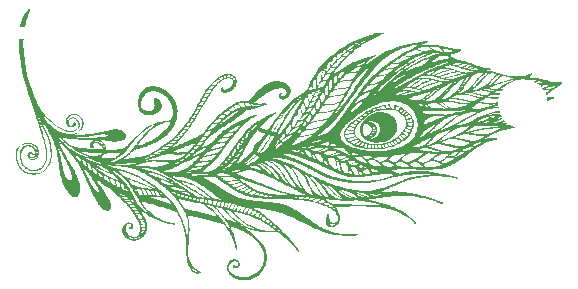
<source format=gbo>
%TF.GenerationSoftware,KiCad,Pcbnew,7.0.7-2.fc38*%
%TF.CreationDate,2023-10-04T19:56:35+05:30*%
%TF.ProjectId,top_plate_niz,746f705f-706c-4617-9465-5f6e697a2e6b,rev?*%
%TF.SameCoordinates,Original*%
%TF.FileFunction,Legend,Bot*%
%TF.FilePolarity,Positive*%
%FSLAX46Y46*%
G04 Gerber Fmt 4.6, Leading zero omitted, Abs format (unit mm)*
G04 Created by KiCad (PCBNEW 7.0.7-2.fc38) date 2023-10-04 19:56:35*
%MOMM*%
%LPD*%
G01*
G04 APERTURE LIST*
%ADD10C,0.300000*%
%ADD11C,1.000000*%
%ADD12C,4.200000*%
G04 APERTURE END LIST*
D10*
X105912514Y-98293147D02*
X106100343Y-97592161D01*
X106100343Y-97592161D02*
X104628272Y-97197720D01*
X104467943Y-98356864D02*
X104379062Y-98408179D01*
X104379062Y-98408179D02*
X104271397Y-98529594D01*
X104271397Y-98529594D02*
X104177483Y-98880087D01*
X104177483Y-98880087D02*
X104210016Y-99039067D01*
X104210016Y-99039067D02*
X104261332Y-99127948D01*
X104261332Y-99127948D02*
X104382746Y-99235613D01*
X104382746Y-99235613D02*
X104522943Y-99273179D01*
X104522943Y-99273179D02*
X104752022Y-99259429D01*
X104752022Y-99259429D02*
X105818600Y-98643640D01*
X105818600Y-98643640D02*
X105574423Y-99554922D01*
%TO.C,L2*%
G36*
X85121137Y-86886753D02*
G01*
X85144117Y-86911676D01*
X85146296Y-86929140D01*
X85141702Y-86969339D01*
X85129645Y-87026779D01*
X85110958Y-87098317D01*
X85086479Y-87180808D01*
X85057041Y-87271110D01*
X85023479Y-87366078D01*
X85008758Y-87407074D01*
X84955327Y-87570776D01*
X84902784Y-87754077D01*
X84851901Y-87953091D01*
X84803451Y-88163931D01*
X84758208Y-88382709D01*
X84716944Y-88605541D01*
X84680432Y-88828540D01*
X84649445Y-89047817D01*
X84624756Y-89259487D01*
X84607138Y-89459664D01*
X84605967Y-89476218D01*
X84598014Y-89605458D01*
X84592812Y-89729224D01*
X84590527Y-89850478D01*
X84591319Y-89972183D01*
X84595353Y-90097304D01*
X84602792Y-90228802D01*
X84613801Y-90369642D01*
X84628542Y-90522787D01*
X84647177Y-90691199D01*
X84669873Y-90877843D01*
X84696790Y-91085682D01*
X84712617Y-91205230D01*
X84729014Y-91329374D01*
X84744712Y-91448509D01*
X84759290Y-91559413D01*
X84772323Y-91658865D01*
X84783389Y-91743643D01*
X84792067Y-91810525D01*
X84797929Y-91856289D01*
X84802597Y-91891142D01*
X84815977Y-91979705D01*
X84833096Y-92082567D01*
X84852911Y-92194215D01*
X84874379Y-92309135D01*
X84896458Y-92421816D01*
X84918102Y-92526744D01*
X84938270Y-92618404D01*
X84955918Y-92691284D01*
X84964499Y-92723289D01*
X84996457Y-92831960D01*
X85038467Y-92962386D01*
X85090555Y-93114637D01*
X85152745Y-93288782D01*
X85225064Y-93484890D01*
X85307537Y-93703031D01*
X85400189Y-93943273D01*
X85503045Y-94205684D01*
X85616130Y-94490336D01*
X85633400Y-94533465D01*
X85685761Y-94662774D01*
X85731766Y-94773424D01*
X85773049Y-94868784D01*
X85811243Y-94952221D01*
X85847982Y-95027102D01*
X85884902Y-95096796D01*
X85923636Y-95164671D01*
X85965817Y-95234094D01*
X86013080Y-95308433D01*
X86107301Y-95449893D01*
X86264631Y-95666535D01*
X86428900Y-95867868D01*
X86604422Y-96058759D01*
X86795514Y-96244072D01*
X87006489Y-96428674D01*
X87121797Y-96523524D01*
X87305894Y-96667698D01*
X87479135Y-96793488D01*
X87643431Y-96902058D01*
X87800689Y-96994572D01*
X87952815Y-97072198D01*
X88101720Y-97136099D01*
X88249312Y-97187438D01*
X88266014Y-97192534D01*
X88373968Y-97222341D01*
X88466760Y-97241266D01*
X88550072Y-97249947D01*
X88629582Y-97249017D01*
X88710967Y-97239112D01*
X88765263Y-97227516D01*
X88864667Y-97194958D01*
X88961813Y-97149998D01*
X89051127Y-97095780D01*
X89127036Y-97035451D01*
X89183967Y-96972157D01*
X89218673Y-96911422D01*
X89248066Y-96823771D01*
X89260229Y-96730898D01*
X89253426Y-96641067D01*
X89236579Y-96579617D01*
X89198240Y-96492549D01*
X89145954Y-96408140D01*
X89083334Y-96330698D01*
X89013992Y-96264535D01*
X88941542Y-96213958D01*
X88869597Y-96183277D01*
X88804788Y-96172605D01*
X88719416Y-96176525D01*
X88636157Y-96198218D01*
X88561382Y-96235878D01*
X88501458Y-96287697D01*
X88481871Y-96312207D01*
X88465659Y-96340544D01*
X88453930Y-96375938D01*
X88443054Y-96427059D01*
X88436308Y-96474824D01*
X88437080Y-96563590D01*
X88455982Y-96641331D01*
X88491925Y-96705721D01*
X88543822Y-96754437D01*
X88610585Y-96785154D01*
X88647912Y-96793473D01*
X88678644Y-96791855D01*
X88709615Y-96778036D01*
X88720499Y-96771449D01*
X88724213Y-96768437D01*
X88876815Y-96768437D01*
X88909079Y-96729131D01*
X88931670Y-96693177D01*
X88934399Y-96658387D01*
X88915541Y-96620521D01*
X88908823Y-96612638D01*
X88901656Y-96612244D01*
X88895752Y-96626698D01*
X88889990Y-96659204D01*
X88883253Y-96712969D01*
X88876815Y-96768437D01*
X88724213Y-96768437D01*
X88738182Y-96757107D01*
X88751522Y-96737175D01*
X88763976Y-96705581D01*
X88779003Y-96656257D01*
X88801454Y-96589425D01*
X88827919Y-96537247D01*
X88857976Y-96505973D01*
X88893535Y-96493686D01*
X88936512Y-96498469D01*
X88972639Y-96516071D01*
X89010174Y-96550727D01*
X89039874Y-96594409D01*
X89057159Y-96640201D01*
X89057451Y-96681186D01*
X89041433Y-96715891D01*
X89007693Y-96761708D01*
X88962308Y-96809442D01*
X88910445Y-96853722D01*
X88857274Y-96889179D01*
X88842402Y-96896867D01*
X88821798Y-96907521D01*
X88726472Y-96940728D01*
X88632612Y-96949523D01*
X88539929Y-96933872D01*
X88448133Y-96893740D01*
X88356934Y-96829090D01*
X88297394Y-96766757D01*
X88242591Y-96681717D01*
X88201761Y-96585654D01*
X88177477Y-96484759D01*
X88172314Y-96385221D01*
X88174567Y-96353458D01*
X88184047Y-96292458D01*
X88202469Y-96237429D01*
X88233415Y-96176117D01*
X88235150Y-96173037D01*
X88311424Y-96062131D01*
X88403780Y-95969128D01*
X88510561Y-95894972D01*
X88630113Y-95840610D01*
X88760780Y-95806985D01*
X88900906Y-95795044D01*
X88940389Y-95796377D01*
X89041352Y-95810670D01*
X89146593Y-95838413D01*
X89246924Y-95876877D01*
X89333154Y-95923337D01*
X89389109Y-95964143D01*
X89475502Y-96044426D01*
X89551421Y-96136076D01*
X89609986Y-96231435D01*
X89619559Y-96251810D01*
X89648832Y-96332356D01*
X89672036Y-96423918D01*
X89686904Y-96516223D01*
X89691166Y-96599001D01*
X89689802Y-96623893D01*
X89675754Y-96712388D01*
X89648742Y-96809579D01*
X89611125Y-96907963D01*
X89565258Y-97000031D01*
X89543647Y-97036600D01*
X89450353Y-97168043D01*
X89341497Y-97282520D01*
X89214929Y-97382058D01*
X89068500Y-97468686D01*
X89023013Y-97492713D01*
X88981133Y-97516174D01*
X88952240Y-97533935D01*
X88940826Y-97543367D01*
X88943420Y-97551731D01*
X88961991Y-97559680D01*
X88999022Y-97564831D01*
X89056007Y-97567291D01*
X89134441Y-97567167D01*
X89235818Y-97564566D01*
X89580341Y-97546311D01*
X89952298Y-97513076D01*
X90339020Y-97465532D01*
X90738121Y-97404014D01*
X91147216Y-97328853D01*
X91563917Y-97240379D01*
X91717097Y-97206147D01*
X91858401Y-97175743D01*
X91981279Y-97150880D01*
X92088459Y-97131170D01*
X92182664Y-97116226D01*
X92266623Y-97105661D01*
X92343061Y-97099084D01*
X92414703Y-97096109D01*
X92484276Y-97096347D01*
X92554505Y-97099412D01*
X92620124Y-97105494D01*
X92721088Y-97121900D01*
X92819167Y-97145450D01*
X92907157Y-97174321D01*
X92977855Y-97206686D01*
X93036021Y-97242723D01*
X93124896Y-97314900D01*
X93193075Y-97394603D01*
X93240309Y-97479717D01*
X93266349Y-97568132D01*
X93270944Y-97657733D01*
X93253847Y-97746410D01*
X93214804Y-97832048D01*
X93153570Y-97912535D01*
X93069894Y-97985758D01*
X92998239Y-98029547D01*
X92887280Y-98075581D01*
X92756294Y-98109756D01*
X92606135Y-98132029D01*
X92437653Y-98142355D01*
X92251708Y-98140689D01*
X92049148Y-98126985D01*
X91830831Y-98101199D01*
X91597610Y-98063286D01*
X91576635Y-98059459D01*
X91475160Y-98041451D01*
X91394213Y-98028146D01*
X91330853Y-98019169D01*
X91282138Y-98014141D01*
X91245127Y-98012685D01*
X91216879Y-98014424D01*
X91170978Y-98020355D01*
X91246137Y-98094959D01*
X91324574Y-98173419D01*
X91392814Y-98243255D01*
X91446329Y-98300153D01*
X91486855Y-98346015D01*
X91516129Y-98382740D01*
X91535885Y-98412230D01*
X91543766Y-98426803D01*
X91570109Y-98498789D01*
X91588941Y-98593902D01*
X91600215Y-98711930D01*
X91603348Y-98755695D01*
X91607160Y-98792949D01*
X91610713Y-98813881D01*
X91614867Y-98818924D01*
X91629697Y-98824420D01*
X91657710Y-98828609D01*
X91701747Y-98831752D01*
X91764650Y-98834113D01*
X91849262Y-98835956D01*
X91974560Y-98837161D01*
X92216298Y-98833231D01*
X92435735Y-98820590D01*
X92633340Y-98799167D01*
X92809582Y-98768889D01*
X92964930Y-98729682D01*
X93099855Y-98681475D01*
X93214822Y-98624194D01*
X93231421Y-98614287D01*
X93259437Y-98596389D01*
X93285939Y-98577065D01*
X93313443Y-98553868D01*
X93344461Y-98524351D01*
X93381508Y-98486070D01*
X93427098Y-98436578D01*
X93483745Y-98373427D01*
X93553964Y-98294171D01*
X93624711Y-98214809D01*
X93807122Y-98017302D01*
X93990916Y-97829126D01*
X94181256Y-97645236D01*
X94383304Y-97460590D01*
X94602220Y-97270147D01*
X94630464Y-97246248D01*
X94830569Y-97085854D01*
X95025332Y-96946248D01*
X95217881Y-96825595D01*
X95411346Y-96722058D01*
X95608859Y-96633798D01*
X95813547Y-96558977D01*
X95831381Y-96553198D01*
X95930551Y-96523718D01*
X96037836Y-96496368D01*
X96156516Y-96470477D01*
X96289876Y-96445370D01*
X96441193Y-96420375D01*
X96613750Y-96394818D01*
X96680249Y-96385413D01*
X96770842Y-96372596D01*
X96855762Y-96360577D01*
X96930348Y-96350017D01*
X96989942Y-96341575D01*
X97029885Y-96335911D01*
X97128976Y-96321841D01*
X97187082Y-96103017D01*
X97213576Y-95998446D01*
X97233451Y-95906218D01*
X97246270Y-95824457D01*
X97252802Y-95746768D01*
X97253813Y-95666760D01*
X97250070Y-95578035D01*
X97245846Y-95527102D01*
X97228058Y-95400303D01*
X97200221Y-95262600D01*
X97164061Y-95121063D01*
X97121298Y-94982762D01*
X97073661Y-94854766D01*
X97037101Y-94775738D01*
X96956899Y-94641796D01*
X96856026Y-94510640D01*
X96736894Y-94384971D01*
X96601919Y-94267487D01*
X96453514Y-94160892D01*
X96440783Y-94152663D01*
X96341314Y-94091905D01*
X96248555Y-94042967D01*
X96154708Y-94002436D01*
X96051972Y-93966901D01*
X95932551Y-93932949D01*
X95871676Y-93917188D01*
X95807012Y-93901624D01*
X95755040Y-93891235D01*
X95709566Y-93885012D01*
X95664398Y-93881951D01*
X95613343Y-93881043D01*
X95591805Y-93881338D01*
X95516413Y-93886056D01*
X95436042Y-93895356D01*
X95364710Y-93907735D01*
X95347226Y-93911613D01*
X95285708Y-93927770D01*
X95230339Y-93947767D01*
X95172431Y-93975109D01*
X95103298Y-94013307D01*
X95067068Y-94034568D01*
X95010102Y-94070776D01*
X94963997Y-94105562D01*
X94921262Y-94144858D01*
X94874403Y-94194598D01*
X94859421Y-94211365D01*
X94753347Y-94342959D01*
X94669023Y-94474041D01*
X94604349Y-94608281D01*
X94557232Y-94749344D01*
X94537428Y-94840205D01*
X94527234Y-94963430D01*
X94539109Y-95075967D01*
X94573041Y-95177778D01*
X94629022Y-95268824D01*
X94707041Y-95349065D01*
X94721862Y-95361177D01*
X94820138Y-95427207D01*
X94927844Y-95478256D01*
X95040887Y-95513598D01*
X95155171Y-95532507D01*
X95266605Y-95534258D01*
X95371093Y-95518123D01*
X95464543Y-95483380D01*
X95498361Y-95462104D01*
X95543137Y-95426052D01*
X95582728Y-95386645D01*
X95604486Y-95359802D01*
X95656925Y-95269561D01*
X95688787Y-95166829D01*
X95699962Y-95052451D01*
X95690339Y-94927273D01*
X95659811Y-94792141D01*
X95636326Y-94704291D01*
X95620516Y-94620272D01*
X95617167Y-94553590D01*
X95626421Y-94502111D01*
X95648418Y-94463700D01*
X95683300Y-94436226D01*
X95730900Y-94420387D01*
X95795372Y-94422896D01*
X95869610Y-94447921D01*
X95953609Y-94495462D01*
X96016259Y-94540262D01*
X96117978Y-94630929D01*
X96200373Y-94730130D01*
X96262136Y-94835847D01*
X96301960Y-94946065D01*
X96318543Y-95058770D01*
X96316083Y-95133953D01*
X96292934Y-95244965D01*
X96247886Y-95353381D01*
X96182526Y-95457438D01*
X96098439Y-95555372D01*
X95997211Y-95645419D01*
X95880428Y-95725816D01*
X95749677Y-95794799D01*
X95606543Y-95850603D01*
X95551812Y-95867463D01*
X95399319Y-95902308D01*
X95253546Y-95916180D01*
X95110332Y-95909282D01*
X94965520Y-95881817D01*
X94879713Y-95857612D01*
X94807923Y-95830986D01*
X94744972Y-95798544D01*
X94682947Y-95756187D01*
X94613935Y-95699822D01*
X94575321Y-95664882D01*
X94478942Y-95558128D01*
X94402940Y-95439966D01*
X94346038Y-95308153D01*
X94306958Y-95160443D01*
X94284525Y-94994768D01*
X94281192Y-94805405D01*
X94300176Y-94611758D01*
X94341348Y-94416652D01*
X94342763Y-94411409D01*
X94402136Y-94237914D01*
X94482168Y-94077481D01*
X94582399Y-93930791D01*
X94702364Y-93798521D01*
X94841604Y-93681350D01*
X94919736Y-93628776D01*
X95064789Y-93553702D01*
X95219362Y-93499957D01*
X95382102Y-93467359D01*
X95551653Y-93455724D01*
X95726662Y-93464875D01*
X95905776Y-93494627D01*
X96087639Y-93544799D01*
X96270897Y-93615210D01*
X96454196Y-93705678D01*
X96636183Y-93816021D01*
X96815502Y-93946058D01*
X96954408Y-94063809D01*
X97119583Y-94230630D01*
X97265073Y-94411507D01*
X97391803Y-94607504D01*
X97444731Y-94706204D01*
X97527224Y-94899296D01*
X97587900Y-95101966D01*
X97626618Y-95312840D01*
X97643236Y-95530545D01*
X97637609Y-95753708D01*
X97609593Y-95980959D01*
X97559047Y-96210923D01*
X97510687Y-96372603D01*
X97418361Y-96613715D01*
X97304753Y-96843649D01*
X97169751Y-97062511D01*
X97013246Y-97270412D01*
X96835130Y-97467457D01*
X96635291Y-97653756D01*
X96413622Y-97829416D01*
X96170011Y-97994546D01*
X95904350Y-98149253D01*
X95616527Y-98293644D01*
X95306436Y-98427829D01*
X95198283Y-98470349D01*
X95075130Y-98516319D01*
X94948190Y-98560937D01*
X94814091Y-98605285D01*
X94669464Y-98650440D01*
X94510938Y-98697481D01*
X94335140Y-98747487D01*
X94162713Y-98794929D01*
X94138700Y-98801536D01*
X94062542Y-98824413D01*
X93974564Y-98859599D01*
X93899288Y-98902996D01*
X93829874Y-98958741D01*
X93759485Y-99030971D01*
X93734060Y-99058985D01*
X93624400Y-99170589D01*
X93503048Y-99279541D01*
X93366098Y-99389194D01*
X93209643Y-99502898D01*
X93166827Y-99533423D01*
X93129839Y-99561173D01*
X93105452Y-99581112D01*
X93097516Y-99590242D01*
X93100311Y-99592058D01*
X93122893Y-99595260D01*
X93164077Y-99596113D01*
X93219619Y-99594763D01*
X93285277Y-99591354D01*
X93356804Y-99586031D01*
X93429959Y-99578937D01*
X93430565Y-99578871D01*
X93538779Y-99566067D01*
X93665416Y-99549475D01*
X93805717Y-99529837D01*
X93954929Y-99507897D01*
X94108293Y-99484395D01*
X94261056Y-99460078D01*
X94408462Y-99435685D01*
X94545752Y-99411961D01*
X94668173Y-99389647D01*
X94710456Y-99381355D01*
X95222517Y-99381355D01*
X95223246Y-99385731D01*
X95240099Y-99395194D01*
X95274348Y-99402385D01*
X95320936Y-99406928D01*
X95374808Y-99408446D01*
X95430909Y-99406560D01*
X95484182Y-99400894D01*
X95493753Y-99399206D01*
X95530299Y-99390900D01*
X95577681Y-99378445D01*
X95630963Y-99363343D01*
X95685209Y-99347098D01*
X95735486Y-99331211D01*
X95776855Y-99317186D01*
X95804384Y-99306526D01*
X95813136Y-99300733D01*
X95807175Y-99298880D01*
X95781505Y-99293339D01*
X95740424Y-99285402D01*
X95689195Y-99276116D01*
X95677023Y-99274013D01*
X95568752Y-99260165D01*
X95566087Y-99259825D01*
X95472951Y-99258439D01*
X95394487Y-99270301D01*
X95327567Y-99295849D01*
X95269065Y-99335529D01*
X95255107Y-99347678D01*
X95232446Y-99369170D01*
X95222517Y-99381355D01*
X94710456Y-99381355D01*
X94770969Y-99369488D01*
X94794789Y-99364506D01*
X94856090Y-99350729D01*
X94912956Y-99335977D01*
X94968259Y-99319025D01*
X95024870Y-99298647D01*
X95085663Y-99273616D01*
X95153509Y-99242709D01*
X95231283Y-99204697D01*
X95289888Y-99174712D01*
X95591649Y-99174712D01*
X95699611Y-99194246D01*
X95716123Y-99197117D01*
X95813273Y-99209514D01*
X95906091Y-99214197D01*
X95988288Y-99211064D01*
X96053569Y-99200012D01*
X96074896Y-99192775D01*
X96115733Y-99174415D01*
X96159069Y-99151046D01*
X96175222Y-99140984D01*
X98629715Y-99140984D01*
X98641389Y-99146975D01*
X98668139Y-99151053D01*
X98750731Y-99153472D01*
X98821387Y-99144978D01*
X98882261Y-99122728D01*
X98940065Y-99084222D01*
X99001515Y-99026964D01*
X99005725Y-99022634D01*
X99046583Y-98981113D01*
X99086700Y-98941088D01*
X99117950Y-98910672D01*
X99163400Y-98867491D01*
X99121375Y-98864494D01*
X99072208Y-98861060D01*
X99004929Y-98857740D01*
X99002821Y-98857636D01*
X98949427Y-98859315D01*
X98906626Y-98868262D01*
X98869017Y-98886640D01*
X98831202Y-98916616D01*
X98787778Y-98960354D01*
X98733347Y-99020017D01*
X98730902Y-99022724D01*
X98692159Y-99066088D01*
X98660214Y-99102642D01*
X98638321Y-99128615D01*
X98629732Y-99140232D01*
X98629715Y-99140984D01*
X96175222Y-99140984D01*
X96198657Y-99126386D01*
X96228253Y-99104155D01*
X96241608Y-99088068D01*
X96237080Y-99080352D01*
X96216513Y-99075003D01*
X96162136Y-99072260D01*
X96054837Y-99067734D01*
X95958632Y-99064871D01*
X95934494Y-99064528D01*
X95876200Y-99063700D01*
X95810219Y-99064244D01*
X95763370Y-99066528D01*
X95738329Y-99070577D01*
X95720548Y-99079068D01*
X95684442Y-99101501D01*
X95647063Y-99129330D01*
X95591649Y-99174712D01*
X95289888Y-99174712D01*
X95321856Y-99158356D01*
X95428099Y-99102458D01*
X95552887Y-99035779D01*
X95560330Y-99031695D01*
X97163919Y-99031695D01*
X97170299Y-99033860D01*
X97183696Y-99034730D01*
X97184271Y-99034753D01*
X97209264Y-99036414D01*
X97252516Y-99039933D01*
X97308104Y-99044807D01*
X97370105Y-99050532D01*
X97433098Y-99056225D01*
X97495209Y-99061334D01*
X97547138Y-99065102D01*
X97581761Y-99066975D01*
X97621324Y-99067813D01*
X97703787Y-99067820D01*
X97797563Y-99066113D01*
X97898169Y-99062922D01*
X98001120Y-99058475D01*
X98101937Y-99053003D01*
X98196133Y-99046733D01*
X98279226Y-99039896D01*
X98346734Y-99032721D01*
X98394171Y-99025438D01*
X98402330Y-99023714D01*
X98461677Y-99005756D01*
X98517321Y-98977568D01*
X98573155Y-98936334D01*
X98633070Y-98879236D01*
X98700960Y-98803461D01*
X98735395Y-98762962D01*
X98981586Y-98762962D01*
X98994347Y-98771627D01*
X99025166Y-98782217D01*
X99065416Y-98791559D01*
X99106999Y-98797824D01*
X99141812Y-98799179D01*
X99195029Y-98787027D01*
X99258135Y-98755621D01*
X99323265Y-98708046D01*
X99385703Y-98647240D01*
X99398997Y-98632303D01*
X99428899Y-98597905D01*
X99450127Y-98572315D01*
X99458754Y-98560210D01*
X99454778Y-98556384D01*
X99432605Y-98549833D01*
X99396772Y-98543287D01*
X99353835Y-98537698D01*
X99310354Y-98534017D01*
X99272886Y-98533200D01*
X99221049Y-98542472D01*
X99209737Y-98544495D01*
X99139598Y-98579866D01*
X99072204Y-98638618D01*
X99038750Y-98675253D01*
X99002759Y-98718334D01*
X98983976Y-98747198D01*
X98981586Y-98762962D01*
X98735395Y-98762962D01*
X98748200Y-98747902D01*
X98841807Y-98637726D01*
X98920955Y-98544326D01*
X98986648Y-98466380D01*
X99007722Y-98441122D01*
X99237398Y-98441122D01*
X99244390Y-98455362D01*
X99266121Y-98460914D01*
X99274590Y-98461587D01*
X99313095Y-98465241D01*
X99355856Y-98469902D01*
X99380114Y-98471662D01*
X99457566Y-98464698D01*
X99531410Y-98440918D01*
X99592667Y-98402866D01*
X99610393Y-98386080D01*
X99642000Y-98351981D01*
X99677749Y-98310220D01*
X99713501Y-98265961D01*
X99745122Y-98224363D01*
X99768475Y-98190589D01*
X99779426Y-98169801D01*
X99779684Y-98166167D01*
X99767606Y-98157754D01*
X99734591Y-98156373D01*
X99679786Y-98162048D01*
X99602334Y-98174802D01*
X99524824Y-98193628D01*
X99490860Y-98207418D01*
X99428205Y-98232858D01*
X99348080Y-98285654D01*
X99287335Y-98350404D01*
X99269709Y-98375744D01*
X99245664Y-98415485D01*
X99237398Y-98441122D01*
X99007722Y-98441122D01*
X99039890Y-98402566D01*
X99081687Y-98351563D01*
X99113044Y-98312049D01*
X99134963Y-98282702D01*
X99148451Y-98262199D01*
X99154513Y-98249221D01*
X99154152Y-98242442D01*
X99148373Y-98240544D01*
X99138182Y-98242204D01*
X99124581Y-98246098D01*
X99122049Y-98246978D01*
X99099732Y-98255480D01*
X99057226Y-98272064D01*
X98996513Y-98295943D01*
X98919579Y-98326333D01*
X98828407Y-98362447D01*
X98724979Y-98403500D01*
X98611282Y-98448707D01*
X98489297Y-98497282D01*
X98361009Y-98548440D01*
X98356254Y-98550338D01*
X98220936Y-98604314D01*
X98086587Y-98657860D01*
X97955937Y-98709892D01*
X97831715Y-98759326D01*
X97716649Y-98805075D01*
X97613468Y-98846056D01*
X97524901Y-98881183D01*
X97453678Y-98909370D01*
X97402527Y-98929533D01*
X97399223Y-98930830D01*
X97316164Y-98963522D01*
X97253647Y-98988416D01*
X97209418Y-99006596D01*
X97181224Y-99019147D01*
X97166809Y-99027152D01*
X97163919Y-99031695D01*
X95560330Y-99031695D01*
X95643457Y-98986086D01*
X95652167Y-98980979D01*
X95938449Y-98980979D01*
X95954106Y-98991335D01*
X95993389Y-98996638D01*
X96056606Y-98998138D01*
X96195021Y-98993307D01*
X96342794Y-98974654D01*
X96471499Y-98941858D01*
X96581766Y-98894797D01*
X96593629Y-98888339D01*
X96628901Y-98867220D01*
X96645926Y-98853321D01*
X96642686Y-98848187D01*
X96639524Y-98848111D01*
X96613086Y-98847145D01*
X96568780Y-98845291D01*
X96511947Y-98842780D01*
X96447925Y-98839841D01*
X96440270Y-98839494D01*
X96370596Y-98837188D01*
X96308529Y-98836390D01*
X96303559Y-98836326D01*
X96246449Y-98836933D01*
X96206554Y-98839032D01*
X96204939Y-98839196D01*
X96153678Y-98849191D01*
X96098995Y-98870222D01*
X96033566Y-98905087D01*
X96030133Y-98907093D01*
X95976772Y-98940107D01*
X95946108Y-98964320D01*
X95938449Y-98980979D01*
X95652167Y-98980979D01*
X95871546Y-98852354D01*
X96034804Y-98748853D01*
X96327960Y-98748853D01*
X96329275Y-98758963D01*
X96343184Y-98760802D01*
X96377766Y-98763212D01*
X96425700Y-98765523D01*
X96480780Y-98767487D01*
X96536800Y-98768854D01*
X96587549Y-98769370D01*
X96619659Y-98768433D01*
X96678579Y-98763432D01*
X96729918Y-98755557D01*
X96767721Y-98744251D01*
X96813138Y-98725610D01*
X96859678Y-98702900D01*
X96901314Y-98679293D01*
X96932015Y-98657958D01*
X96945752Y-98642066D01*
X96945865Y-98641581D01*
X96942378Y-98634869D01*
X96927339Y-98629282D01*
X96898147Y-98624501D01*
X96852206Y-98620205D01*
X96786915Y-98616076D01*
X96699673Y-98611794D01*
X96670204Y-98610606D01*
X96587263Y-98609575D01*
X96581429Y-98609934D01*
X96523263Y-98613511D01*
X96474152Y-98623101D01*
X96435885Y-98639033D01*
X96404411Y-98661998D01*
X96370098Y-98695161D01*
X96342500Y-98726384D01*
X96327960Y-98748853D01*
X96034804Y-98748853D01*
X96107577Y-98702717D01*
X96347339Y-98540256D01*
X96360890Y-98530504D01*
X96594359Y-98530504D01*
X96601138Y-98536376D01*
X96627907Y-98542041D01*
X96670557Y-98546323D01*
X96724429Y-98549134D01*
X96784861Y-98550387D01*
X96847197Y-98549994D01*
X96906777Y-98547870D01*
X96958941Y-98543927D01*
X96999030Y-98538076D01*
X97063686Y-98518063D01*
X97134383Y-98484017D01*
X97197983Y-98441822D01*
X97245792Y-98396469D01*
X97256325Y-98382971D01*
X97272545Y-98358404D01*
X97276924Y-98345183D01*
X97276146Y-98344514D01*
X97258668Y-98341763D01*
X97222627Y-98340689D01*
X97173058Y-98341108D01*
X97114996Y-98342833D01*
X97053475Y-98345680D01*
X96993529Y-98349464D01*
X96940191Y-98353999D01*
X96931214Y-98355097D01*
X96898495Y-98359100D01*
X96876915Y-98362796D01*
X96825782Y-98375666D01*
X96778362Y-98395602D01*
X96727586Y-98425991D01*
X96666380Y-98470217D01*
X96663009Y-98472785D01*
X96628952Y-98499511D01*
X96604360Y-98520179D01*
X96594359Y-98530504D01*
X96360890Y-98530504D01*
X96586626Y-98368052D01*
X96703251Y-98279135D01*
X96951568Y-98279135D01*
X96999404Y-98283079D01*
X97053441Y-98285588D01*
X97136256Y-98283751D01*
X97216483Y-98276238D01*
X97283321Y-98263785D01*
X97293590Y-98260904D01*
X97342261Y-98242713D01*
X97393883Y-98217531D01*
X97444229Y-98188196D01*
X97489069Y-98157542D01*
X97524180Y-98128407D01*
X97545331Y-98103625D01*
X97548297Y-98086032D01*
X97536823Y-98083423D01*
X97505687Y-98082279D01*
X97460364Y-98082707D01*
X97406228Y-98084478D01*
X97348656Y-98087364D01*
X97293027Y-98091139D01*
X97280773Y-98092263D01*
X97244715Y-98095571D01*
X97209098Y-98100434D01*
X97181599Y-98106988D01*
X97132198Y-98124790D01*
X97092975Y-98145937D01*
X97075910Y-98158953D01*
X97036299Y-98193018D01*
X96999344Y-98228892D01*
X96951568Y-98279135D01*
X96703251Y-98279135D01*
X96821231Y-98189185D01*
X97046943Y-98006737D01*
X97050804Y-98003415D01*
X97285770Y-98003415D01*
X97301662Y-98014307D01*
X97337763Y-98021508D01*
X97345178Y-98022534D01*
X97449386Y-98025601D01*
X97547522Y-98005671D01*
X97643447Y-97961994D01*
X97653478Y-97956027D01*
X97700852Y-97924234D01*
X97744795Y-97889494D01*
X97781932Y-97855156D01*
X97808886Y-97824570D01*
X97822284Y-97801086D01*
X97818750Y-97788051D01*
X97809038Y-97785799D01*
X97776882Y-97784874D01*
X97730479Y-97787109D01*
X97676109Y-97791909D01*
X97620050Y-97798674D01*
X97573386Y-97806049D01*
X97568582Y-97806808D01*
X97527984Y-97815713D01*
X97501273Y-97824268D01*
X97432724Y-97855737D01*
X97369498Y-97896887D01*
X97321167Y-97941874D01*
X97311163Y-97953980D01*
X97289225Y-97984688D01*
X97285770Y-98003415D01*
X97050804Y-98003415D01*
X97259555Y-97823787D01*
X97377931Y-97714463D01*
X97591957Y-97714463D01*
X97594975Y-97725477D01*
X97595935Y-97725697D01*
X97618545Y-97726576D01*
X97657795Y-97724917D01*
X97706606Y-97721317D01*
X97757902Y-97716373D01*
X97804602Y-97710682D01*
X97839629Y-97704840D01*
X97892689Y-97687934D01*
X97952496Y-97656878D01*
X98005723Y-97617541D01*
X98046546Y-97574320D01*
X98069138Y-97531613D01*
X98070137Y-97528196D01*
X98072693Y-97517750D01*
X98069390Y-97511891D01*
X98055555Y-97509604D01*
X98026515Y-97509871D01*
X97977600Y-97511674D01*
X97945833Y-97513251D01*
X97852232Y-97524395D01*
X97826969Y-97531477D01*
X97776331Y-97545673D01*
X97713928Y-97578583D01*
X97660821Y-97624623D01*
X97636824Y-97651041D01*
X97606290Y-97689064D01*
X97591957Y-97714463D01*
X97377931Y-97714463D01*
X97454860Y-97643416D01*
X97536690Y-97563644D01*
X97629388Y-97469999D01*
X97644955Y-97453565D01*
X97847845Y-97453565D01*
X97892079Y-97458045D01*
X97921622Y-97459375D01*
X97998876Y-97451469D01*
X98078661Y-97430107D01*
X98150332Y-97397776D01*
X98151014Y-97397380D01*
X98187173Y-97371910D01*
X98228862Y-97335976D01*
X98271112Y-97294706D01*
X98308957Y-97253225D01*
X98337428Y-97216659D01*
X98351559Y-97190134D01*
X98347162Y-97181994D01*
X98324312Y-97172747D01*
X98287714Y-97165814D01*
X98243484Y-97161944D01*
X98197743Y-97161879D01*
X98157786Y-97166240D01*
X98156610Y-97166368D01*
X98149963Y-97167775D01*
X98087993Y-97192634D01*
X98025020Y-97237082D01*
X97966267Y-97297519D01*
X97952257Y-97315002D01*
X97920844Y-97355458D01*
X97890024Y-97396398D01*
X97847845Y-97453565D01*
X97644955Y-97453565D01*
X97719244Y-97375138D01*
X97809050Y-97275893D01*
X97901602Y-97169095D01*
X97963249Y-97095239D01*
X98163819Y-97095239D01*
X98174880Y-97102445D01*
X98175028Y-97102432D01*
X98195221Y-97101000D01*
X98231958Y-97098705D01*
X98277392Y-97096037D01*
X98316623Y-97092628D01*
X98403403Y-97073673D01*
X98473312Y-97038775D01*
X98528782Y-96986438D01*
X98572248Y-96915171D01*
X98577419Y-96904081D01*
X98585722Y-96881890D01*
X98581142Y-96873485D01*
X98562216Y-96872670D01*
X98558501Y-96872869D01*
X98528130Y-96876130D01*
X98483528Y-96882352D01*
X98432942Y-96890404D01*
X98394060Y-96898254D01*
X98360630Y-96909459D01*
X98308985Y-96926771D01*
X98242638Y-96967194D01*
X98196897Y-97018505D01*
X98190583Y-97028939D01*
X98169110Y-97070520D01*
X98163819Y-97095239D01*
X97963249Y-97095239D01*
X97999693Y-97051577D01*
X98106120Y-96920169D01*
X98193931Y-96809268D01*
X98387476Y-96809268D01*
X98429504Y-96811404D01*
X98436439Y-96811737D01*
X98524350Y-96811499D01*
X98592946Y-96801322D01*
X98645495Y-96780395D01*
X98685268Y-96747904D01*
X98688722Y-96743905D01*
X98710710Y-96714028D01*
X98734882Y-96675680D01*
X98758100Y-96634654D01*
X98777223Y-96596745D01*
X98789113Y-96567747D01*
X98790630Y-96553455D01*
X98785000Y-96550513D01*
X98758598Y-96548097D01*
X98719031Y-96550640D01*
X98673592Y-96557207D01*
X98629732Y-96566825D01*
X98629572Y-96566861D01*
X98594263Y-96578665D01*
X98566655Y-96594320D01*
X98523442Y-96627725D01*
X98482577Y-96668061D01*
X98451784Y-96705015D01*
X98423555Y-96742996D01*
X98405881Y-96771598D01*
X98387476Y-96809268D01*
X98193931Y-96809268D01*
X98223672Y-96771706D01*
X98239428Y-96751605D01*
X98316218Y-96652721D01*
X98388420Y-96557899D01*
X98450370Y-96474487D01*
X98639449Y-96474487D01*
X98652563Y-96481619D01*
X98681333Y-96481411D01*
X98726612Y-96477149D01*
X98760887Y-96472775D01*
X98829860Y-96453947D01*
X98884079Y-96420626D01*
X98927985Y-96369475D01*
X98966023Y-96297152D01*
X98977574Y-96268584D01*
X98980224Y-96248909D01*
X98968906Y-96238838D01*
X98940100Y-96235535D01*
X98890287Y-96236166D01*
X98874063Y-96237145D01*
X98816622Y-96252340D01*
X98804763Y-96255477D01*
X98745142Y-96296173D01*
X98695938Y-96358765D01*
X98685534Y-96376186D01*
X98656786Y-96425055D01*
X98641141Y-96456727D01*
X98639449Y-96474487D01*
X98450370Y-96474487D01*
X98457106Y-96465418D01*
X98523345Y-96373562D01*
X98588204Y-96280609D01*
X98652756Y-96184845D01*
X98665921Y-96164628D01*
X98840125Y-96164628D01*
X98899299Y-96160681D01*
X98906656Y-96160134D01*
X98991721Y-96143599D01*
X99060641Y-96108846D01*
X99114535Y-96055088D01*
X99154517Y-95981543D01*
X99178444Y-95921583D01*
X99114906Y-95912376D01*
X99084061Y-95909314D01*
X99046093Y-95913138D01*
X99023445Y-95915420D01*
X98973597Y-95941497D01*
X98929760Y-95989530D01*
X98917167Y-96008303D01*
X98888080Y-96057965D01*
X98865108Y-96104981D01*
X98840125Y-96164628D01*
X98665921Y-96164628D01*
X98718069Y-96084549D01*
X98785213Y-95978003D01*
X98855256Y-95863488D01*
X98879833Y-95822246D01*
X99055084Y-95822246D01*
X99068152Y-95830814D01*
X99098819Y-95829909D01*
X99150300Y-95821744D01*
X99200147Y-95811515D01*
X99244728Y-95796561D01*
X99279349Y-95775190D01*
X99312008Y-95743532D01*
X99330201Y-95719219D01*
X99353470Y-95681701D01*
X99378211Y-95637368D01*
X99401581Y-95591780D01*
X99420734Y-95550498D01*
X99432827Y-95519079D01*
X99435015Y-95503084D01*
X99430600Y-95499180D01*
X99406381Y-95495579D01*
X99368415Y-95499770D01*
X99323006Y-95510409D01*
X99276464Y-95526153D01*
X99248336Y-95539415D01*
X99235096Y-95545658D01*
X99206372Y-95563380D01*
X99163158Y-95599779D01*
X99129692Y-95645752D01*
X99117725Y-95666887D01*
X99091168Y-95718515D01*
X99069573Y-95766154D01*
X99068890Y-95767837D01*
X99056401Y-95801992D01*
X99055084Y-95822246D01*
X98879833Y-95822246D01*
X98929271Y-95739287D01*
X99008324Y-95603680D01*
X99093486Y-95454949D01*
X99106334Y-95432190D01*
X99277067Y-95432190D01*
X99313302Y-95433133D01*
X99326729Y-95433196D01*
X99409920Y-95420701D01*
X99485631Y-95387585D01*
X99548306Y-95336142D01*
X99559918Y-95322219D01*
X99584531Y-95288237D01*
X99611346Y-95247218D01*
X99637124Y-95204602D01*
X99658629Y-95165837D01*
X99672624Y-95136365D01*
X99675871Y-95121629D01*
X99670792Y-95119478D01*
X99646905Y-95121811D01*
X99609018Y-95130864D01*
X99562743Y-95144767D01*
X99513690Y-95161654D01*
X99467469Y-95179654D01*
X99453187Y-95186173D01*
X99429691Y-95196899D01*
X99405968Y-95211520D01*
X99403469Y-95213703D01*
X99371827Y-95247198D01*
X99346327Y-95283011D01*
X99340585Y-95293499D01*
X99320018Y-95334497D01*
X99300446Y-95377457D01*
X99277067Y-95432190D01*
X99106334Y-95432190D01*
X99185828Y-95291377D01*
X99286418Y-95111244D01*
X99310931Y-95066991D01*
X99479413Y-95066991D01*
X99481878Y-95079098D01*
X99494059Y-95080121D01*
X99529142Y-95076397D01*
X99574840Y-95067286D01*
X99623216Y-95054719D01*
X99666333Y-95040625D01*
X99696253Y-95026938D01*
X99711244Y-95016690D01*
X99762582Y-94968341D01*
X99808414Y-94906132D01*
X99842406Y-94838240D01*
X99866183Y-94775949D01*
X99764226Y-94782328D01*
X99762745Y-94782422D01*
X99686762Y-94791705D01*
X99643754Y-94805376D01*
X99629872Y-94809790D01*
X99587613Y-94838781D01*
X99555522Y-94880786D01*
X99541378Y-94906613D01*
X99519080Y-94952819D01*
X99499996Y-94998511D01*
X99486114Y-95038348D01*
X99479413Y-95066991D01*
X99310931Y-95066991D01*
X99396325Y-94912832D01*
X99512853Y-94701263D01*
X99666636Y-94701263D01*
X99670416Y-94705871D01*
X99694798Y-94709510D01*
X99739603Y-94709143D01*
X99802537Y-94704713D01*
X99874728Y-94691583D01*
X99941603Y-94662572D01*
X99989941Y-94619618D01*
X99995656Y-94611790D01*
X100015429Y-94580413D01*
X100036960Y-94541640D01*
X100057440Y-94501198D01*
X100074054Y-94464817D01*
X100083991Y-94438226D01*
X100084436Y-94427154D01*
X100077228Y-94426756D01*
X100049445Y-94426986D01*
X100006445Y-94428129D01*
X99953882Y-94430061D01*
X99887334Y-94432801D01*
X99831314Y-94435109D01*
X99750028Y-94564258D01*
X99747623Y-94568080D01*
X99716718Y-94617574D01*
X99691190Y-94659109D01*
X99673632Y-94688424D01*
X99666636Y-94701263D01*
X99512853Y-94701263D01*
X99516621Y-94694422D01*
X99583544Y-94572864D01*
X99648923Y-94454518D01*
X99711317Y-94341966D01*
X99713419Y-94338188D01*
X99880638Y-94338188D01*
X99887856Y-94347931D01*
X99908304Y-94354540D01*
X99950799Y-94361213D01*
X100011501Y-94361425D01*
X100071574Y-94353842D01*
X100119445Y-94339300D01*
X100172685Y-94304332D01*
X100223954Y-94246714D01*
X100261752Y-94174685D01*
X100285288Y-94113026D01*
X100170425Y-94120151D01*
X100144926Y-94121844D01*
X100074624Y-94128502D01*
X100023477Y-94137780D01*
X100016753Y-94140249D01*
X99987344Y-94151046D01*
X99962085Y-94169666D01*
X99943559Y-94195006D01*
X99937999Y-94205111D01*
X99916626Y-94247425D01*
X99896670Y-94291052D01*
X99885373Y-94318337D01*
X99880638Y-94338188D01*
X99713419Y-94338188D01*
X99769469Y-94237457D01*
X99822121Y-94143243D01*
X99868017Y-94061571D01*
X99874143Y-94050756D01*
X100040733Y-94050756D01*
X100082405Y-94053443D01*
X100097606Y-94054339D01*
X100178180Y-94054994D01*
X100242187Y-94046491D01*
X100295423Y-94027578D01*
X100343682Y-93997002D01*
X100365474Y-93977774D01*
X100409449Y-93927216D01*
X100451736Y-93865105D01*
X100486647Y-93799311D01*
X100509044Y-93749659D01*
X100437348Y-93739293D01*
X100414883Y-93736217D01*
X100339057Y-93729449D01*
X100282755Y-93731445D01*
X100281430Y-93731807D01*
X100243233Y-93742249D01*
X100235165Y-93747717D01*
X100210862Y-93772694D01*
X100180360Y-93811621D01*
X100147747Y-93859480D01*
X100132085Y-93884349D01*
X100102079Y-93933673D01*
X100077096Y-93976846D01*
X100061355Y-94006676D01*
X100040733Y-94050756D01*
X99874143Y-94050756D01*
X99905900Y-93994692D01*
X99934513Y-93944855D01*
X99952597Y-93914307D01*
X100005343Y-93833315D01*
X100084168Y-93722941D01*
X100139691Y-93650542D01*
X100303205Y-93650542D01*
X100367874Y-93659779D01*
X100391333Y-93662883D01*
X100465198Y-93667964D01*
X100523563Y-93662800D01*
X100571941Y-93647047D01*
X100587552Y-93639238D01*
X100618567Y-93618837D01*
X100646747Y-93590897D01*
X100676542Y-93550534D01*
X100712400Y-93492864D01*
X100759628Y-93413374D01*
X100572155Y-93363141D01*
X100549119Y-93356969D01*
X100512682Y-93401221D01*
X100498775Y-93418006D01*
X100467765Y-93455151D01*
X100429651Y-93500591D01*
X100389725Y-93548008D01*
X100303205Y-93650542D01*
X100139691Y-93650542D01*
X100175745Y-93603530D01*
X100276829Y-93478800D01*
X100384178Y-93352471D01*
X100437915Y-93291993D01*
X100591219Y-93291993D01*
X100659206Y-93310139D01*
X100723729Y-93323839D01*
X100793695Y-93326301D01*
X100852349Y-93310406D01*
X100903767Y-93274878D01*
X100952027Y-93218442D01*
X100972640Y-93188151D01*
X100988348Y-93161855D01*
X100992935Y-93149273D01*
X100988255Y-93145406D01*
X100986457Y-93143920D01*
X100963160Y-93129498D01*
X100929866Y-93110746D01*
X100893735Y-93091544D01*
X100861929Y-93075767D01*
X100841608Y-93067298D01*
X100841367Y-93067232D01*
X100820911Y-93071887D01*
X100796676Y-93089757D01*
X100786735Y-93099725D01*
X100758614Y-93127620D01*
X100721362Y-93164360D01*
X100680329Y-93204662D01*
X100591219Y-93291993D01*
X100437915Y-93291993D01*
X100494547Y-93228257D01*
X100604694Y-93109877D01*
X100696123Y-93016607D01*
X100893782Y-93016607D01*
X100906383Y-93030117D01*
X100936016Y-93044099D01*
X100982207Y-93061891D01*
X101008095Y-93071361D01*
X101039006Y-93078892D01*
X101064191Y-93076575D01*
X101093972Y-93064664D01*
X101109214Y-93056353D01*
X101140529Y-93035006D01*
X101173459Y-93008867D01*
X101202569Y-92982650D01*
X101222424Y-92961067D01*
X101227585Y-92948830D01*
X101224048Y-92944434D01*
X101205310Y-92925691D01*
X101177966Y-92900839D01*
X101148630Y-92875621D01*
X101123914Y-92855780D01*
X101110429Y-92847061D01*
X101103936Y-92848852D01*
X101080319Y-92862046D01*
X101045047Y-92885334D01*
X101002995Y-92915602D01*
X100962923Y-92945494D01*
X100921578Y-92977636D01*
X100898690Y-93000227D01*
X100893782Y-93016607D01*
X100696123Y-93016607D01*
X100711373Y-93001050D01*
X100811342Y-92905490D01*
X100901358Y-92826919D01*
X100946410Y-92793244D01*
X101163624Y-92793244D01*
X101237284Y-92841826D01*
X101310945Y-92890407D01*
X101382643Y-92849734D01*
X101392029Y-92844386D01*
X101440376Y-92815093D01*
X101470626Y-92790982D01*
X101486188Y-92767186D01*
X101490479Y-92738836D01*
X101486912Y-92701066D01*
X101477761Y-92637575D01*
X101408658Y-92670319D01*
X101408642Y-92670326D01*
X101361781Y-92692998D01*
X101305360Y-92720958D01*
X101251590Y-92748153D01*
X101163624Y-92793244D01*
X100946410Y-92793244D01*
X101024871Y-92734597D01*
X101162455Y-92647687D01*
X101222157Y-92615598D01*
X101562100Y-92615598D01*
X101563745Y-92640545D01*
X101567251Y-92676562D01*
X101567819Y-92681657D01*
X101573004Y-92712406D01*
X101583046Y-92729971D01*
X101602655Y-92736053D01*
X101636546Y-92732344D01*
X101689428Y-92720542D01*
X101727703Y-92709958D01*
X101756957Y-92696580D01*
X101763945Y-92684805D01*
X102116229Y-92684805D01*
X102121467Y-92701965D01*
X102139886Y-92720972D01*
X102141245Y-92722200D01*
X102168189Y-92743007D01*
X102190029Y-92754468D01*
X102203592Y-92756267D01*
X102244732Y-92751781D01*
X102294234Y-92737425D01*
X102343532Y-92715380D01*
X102391927Y-92689102D01*
X102296832Y-92628788D01*
X102267957Y-92610537D01*
X102226126Y-92584818D01*
X102198837Y-92569979D01*
X102182107Y-92564386D01*
X102171957Y-92566404D01*
X102164403Y-92574399D01*
X102160745Y-92580191D01*
X102147197Y-92606192D01*
X102131254Y-92640778D01*
X102123146Y-92659981D01*
X102116229Y-92684805D01*
X101763945Y-92684805D01*
X101765242Y-92682619D01*
X101764984Y-92678945D01*
X101765464Y-92651006D01*
X101766369Y-92639209D01*
X101853377Y-92639209D01*
X101859711Y-92659044D01*
X101879912Y-92669362D01*
X101916862Y-92675672D01*
X101940133Y-92677942D01*
X101975879Y-92678046D01*
X101997337Y-92673517D01*
X102005799Y-92665920D01*
X102024698Y-92643071D01*
X102046734Y-92612615D01*
X102067335Y-92581284D01*
X102081933Y-92555812D01*
X102085958Y-92542934D01*
X102072395Y-92538024D01*
X102041739Y-92532831D01*
X102001673Y-92528186D01*
X101959829Y-92524831D01*
X101923839Y-92523508D01*
X101901335Y-92524961D01*
X101896715Y-92526273D01*
X101877105Y-92541751D01*
X101864513Y-92575549D01*
X101858029Y-92604345D01*
X101853377Y-92639209D01*
X101766369Y-92639209D01*
X101768255Y-92614642D01*
X101769078Y-92604933D01*
X101769056Y-92573940D01*
X101764818Y-92556983D01*
X101762544Y-92555957D01*
X101741797Y-92556839D01*
X101705554Y-92563573D01*
X101659957Y-92575099D01*
X101645504Y-92579248D01*
X101603470Y-92592378D01*
X101573806Y-92603280D01*
X101562198Y-92609931D01*
X101562100Y-92615598D01*
X101222157Y-92615598D01*
X101307750Y-92569593D01*
X101455196Y-92503058D01*
X101599235Y-92450828D01*
X101734306Y-92415648D01*
X101803653Y-92403069D01*
X101891261Y-92392878D01*
X101970028Y-92392494D01*
X102048116Y-92402039D01*
X102133689Y-92421634D01*
X102183075Y-92436388D01*
X102303904Y-92486583D01*
X102411451Y-92552086D01*
X102503571Y-92630861D01*
X102578118Y-92720872D01*
X102632945Y-92820085D01*
X102665909Y-92926463D01*
X102669272Y-92944099D01*
X102673625Y-92972702D01*
X102674691Y-92998957D01*
X102671798Y-93028064D01*
X102664277Y-93065219D01*
X102651459Y-93115617D01*
X102632673Y-93184458D01*
X102620434Y-93227585D01*
X102588735Y-93325449D01*
X102554456Y-93408068D01*
X102514157Y-93482091D01*
X102464397Y-93554173D01*
X102401739Y-93630960D01*
X102352824Y-93684629D01*
X102283852Y-93748568D01*
X102266218Y-93764915D01*
X102169580Y-93835677D01*
X102085876Y-93884849D01*
X102055683Y-93902586D01*
X101986505Y-93937203D01*
X101894079Y-93973336D01*
X101866912Y-93983957D01*
X101754978Y-94009363D01*
X101648560Y-94013821D01*
X101606243Y-94007212D01*
X101545514Y-93997729D01*
X101455770Y-93966389D01*
X101434592Y-93953322D01*
X101382902Y-93921428D01*
X101328907Y-93862879D01*
X101319819Y-93848386D01*
X101296783Y-93789516D01*
X101290753Y-93728062D01*
X101296508Y-93692859D01*
X101379340Y-93692859D01*
X101386673Y-93733919D01*
X101387178Y-93736086D01*
X101405734Y-93788407D01*
X101431851Y-93827900D01*
X101462087Y-93850710D01*
X101492996Y-93852979D01*
X101499920Y-93847451D01*
X101500659Y-93843527D01*
X101594198Y-93843527D01*
X101610946Y-93855837D01*
X101644121Y-93865852D01*
X101683562Y-93870463D01*
X101719755Y-93867830D01*
X101722426Y-93867196D01*
X101759487Y-93852153D01*
X101794899Y-93829310D01*
X101831274Y-93799275D01*
X101800399Y-93800665D01*
X101800004Y-93800683D01*
X101759425Y-93804286D01*
X101713415Y-93810955D01*
X101667931Y-93819452D01*
X101628928Y-93828538D01*
X101602365Y-93836977D01*
X101594198Y-93843527D01*
X101500659Y-93843527D01*
X101503207Y-93829996D01*
X101500147Y-93797084D01*
X101494130Y-93763839D01*
X101913423Y-93763839D01*
X101921614Y-93772727D01*
X101945366Y-93781930D01*
X101953918Y-93783480D01*
X101994219Y-93776413D01*
X102040631Y-93749048D01*
X102090020Y-93703094D01*
X102102618Y-93688354D01*
X102111109Y-93671077D01*
X102104940Y-93657545D01*
X102101722Y-93655128D01*
X102083755Y-93655825D01*
X102052008Y-93670060D01*
X102003907Y-93698884D01*
X101988612Y-93708758D01*
X101951019Y-93734072D01*
X101924288Y-93753629D01*
X101913423Y-93763839D01*
X101494130Y-93763839D01*
X101490650Y-93744609D01*
X101486767Y-93726181D01*
X101475818Y-93682434D01*
X101465466Y-93651275D01*
X101457521Y-93638504D01*
X101441425Y-93639134D01*
X101413672Y-93646539D01*
X101397521Y-93653528D01*
X101382270Y-93668281D01*
X101379340Y-93692859D01*
X101296508Y-93692859D01*
X101300411Y-93668987D01*
X101324443Y-93617254D01*
X101361530Y-93577825D01*
X101410359Y-93555662D01*
X101422721Y-93553685D01*
X101464121Y-93560581D01*
X101497401Y-93590373D01*
X101522873Y-93643304D01*
X101538114Y-93687173D01*
X101552490Y-93719979D01*
X101567435Y-93738420D01*
X101587125Y-93747366D01*
X101615732Y-93751688D01*
X101631554Y-93752799D01*
X101675645Y-93749743D01*
X101725437Y-93736677D01*
X101785646Y-93712116D01*
X101860985Y-93674580D01*
X101911314Y-93646393D01*
X101997360Y-93587874D01*
X102165450Y-93587874D01*
X102193445Y-93586884D01*
X102212612Y-93584950D01*
X102238646Y-93578372D01*
X102244145Y-93574641D01*
X102262235Y-93555417D01*
X102284048Y-93527003D01*
X102304716Y-93496407D01*
X102319373Y-93470637D01*
X102323152Y-93456700D01*
X102323096Y-93456611D01*
X102310770Y-93457345D01*
X102286760Y-93467685D01*
X102272530Y-93477009D01*
X102241224Y-93503715D01*
X102209753Y-93536464D01*
X102165450Y-93587874D01*
X101997360Y-93587874D01*
X102027534Y-93567353D01*
X102129898Y-93477342D01*
X102214843Y-93379740D01*
X102233317Y-93350337D01*
X102365315Y-93350337D01*
X102365696Y-93376006D01*
X102379932Y-93389991D01*
X102395465Y-93388285D01*
X102412818Y-93371185D01*
X102434911Y-93334748D01*
X102448186Y-93308403D01*
X102460039Y-93279070D01*
X102462293Y-93263660D01*
X102461397Y-93262652D01*
X102445675Y-93262842D01*
X102432818Y-93268090D01*
X102419471Y-93273538D01*
X102396878Y-93291144D01*
X102376478Y-93319783D01*
X102365315Y-93350337D01*
X102233317Y-93350337D01*
X102278811Y-93277927D01*
X102308324Y-93214636D01*
X102334662Y-93135686D01*
X102342839Y-93066641D01*
X102342622Y-93065237D01*
X102341457Y-93057701D01*
X102414106Y-93057701D01*
X102415824Y-93110466D01*
X102419934Y-93143864D01*
X102432927Y-93171629D01*
X102456708Y-93178932D01*
X102493868Y-93167673D01*
X102494201Y-93167524D01*
X102513066Y-93157607D01*
X102523524Y-93144579D01*
X102528668Y-93121301D01*
X102531596Y-93080628D01*
X102532868Y-93048683D01*
X102532860Y-93016397D01*
X102531071Y-93000833D01*
X102528358Y-92999003D01*
X102507763Y-92995849D01*
X102474886Y-92995998D01*
X102453551Y-92998071D01*
X102430532Y-93006228D01*
X102418197Y-93024529D01*
X102414106Y-93057701D01*
X102341457Y-93057701D01*
X102333143Y-93003942D01*
X102305863Y-92944027D01*
X102298491Y-92932265D01*
X102263079Y-92888150D01*
X102218909Y-92853990D01*
X102169618Y-92830645D01*
X102160716Y-92826428D01*
X102160624Y-92826399D01*
X102317009Y-92826399D01*
X102322405Y-92843244D01*
X102336620Y-92869522D01*
X102345359Y-92881282D01*
X102384371Y-92909428D01*
X102435822Y-92922906D01*
X102492812Y-92919507D01*
X102516277Y-92912893D01*
X102528616Y-92902653D01*
X102529200Y-92884381D01*
X102518139Y-92853512D01*
X102495543Y-92805476D01*
X102467567Y-92748062D01*
X102393509Y-92782497D01*
X102356485Y-92800719D01*
X102328627Y-92816410D01*
X102317123Y-92825620D01*
X102317009Y-92826399D01*
X102160624Y-92826399D01*
X102083235Y-92802110D01*
X102056221Y-92795208D01*
X102000695Y-92784776D01*
X101948237Y-92782381D01*
X101885407Y-92786996D01*
X101847011Y-92792150D01*
X101829697Y-92794474D01*
X101709895Y-92819622D01*
X101594435Y-92855249D01*
X101567647Y-92866704D01*
X101493177Y-92898550D01*
X101448204Y-92925782D01*
X101389643Y-92967881D01*
X101321185Y-93021690D01*
X101262692Y-93070492D01*
X101246328Y-93084145D01*
X101168574Y-93152182D01*
X101091426Y-93222734D01*
X101018387Y-93292740D01*
X100952955Y-93359132D01*
X100898637Y-93418848D01*
X100867211Y-93457190D01*
X100811398Y-93531140D01*
X100743817Y-93626365D01*
X100664547Y-93742740D01*
X100573666Y-93880145D01*
X100471251Y-94038458D01*
X100357378Y-94217557D01*
X100232125Y-94417322D01*
X100095568Y-94637630D01*
X99947787Y-94878357D01*
X99788856Y-95139386D01*
X99618855Y-95420592D01*
X99437859Y-95721854D01*
X99364510Y-95844244D01*
X99264700Y-96010550D01*
X99175612Y-96158537D01*
X99096157Y-96289872D01*
X99025239Y-96406223D01*
X98961765Y-96509258D01*
X98904642Y-96600644D01*
X98852776Y-96682050D01*
X98805075Y-96755143D01*
X98760446Y-96821590D01*
X98717794Y-96883061D01*
X98676028Y-96941222D01*
X98634053Y-96997742D01*
X98590776Y-97054287D01*
X98545105Y-97112526D01*
X98495945Y-97174128D01*
X98442204Y-97240758D01*
X98345549Y-97359347D01*
X98154519Y-97588286D01*
X97972917Y-97798399D01*
X97801228Y-97989149D01*
X97639941Y-98160004D01*
X97489540Y-98310430D01*
X97350514Y-98439891D01*
X97331284Y-98457096D01*
X97267025Y-98515651D01*
X97220216Y-98560432D01*
X97189558Y-98592784D01*
X97173757Y-98614053D01*
X97171514Y-98625583D01*
X97173678Y-98627400D01*
X97183294Y-98628153D01*
X97201409Y-98624797D01*
X97229601Y-98616754D01*
X97269453Y-98603447D01*
X97322543Y-98584299D01*
X97390452Y-98558733D01*
X97474761Y-98526172D01*
X97577051Y-98486038D01*
X97698902Y-98437754D01*
X97841893Y-98380743D01*
X97998494Y-98318043D01*
X98141404Y-98260429D01*
X98267055Y-98209155D01*
X98378309Y-98162915D01*
X98478027Y-98120397D01*
X98533997Y-98095740D01*
X99507178Y-98095740D01*
X99519182Y-98101717D01*
X99549246Y-98104220D01*
X99591903Y-98103337D01*
X99641690Y-98099149D01*
X99693142Y-98091742D01*
X99718315Y-98086665D01*
X99824978Y-98050446D01*
X99919995Y-97992871D01*
X100002413Y-97914634D01*
X100071278Y-97816430D01*
X100084245Y-97792547D01*
X100097685Y-97763663D01*
X100101699Y-97748408D01*
X100099840Y-97745490D01*
X100079409Y-97737839D01*
X100041236Y-97734463D01*
X99990343Y-97735335D01*
X99931753Y-97740425D01*
X99870485Y-97749707D01*
X99834237Y-97756634D01*
X99827846Y-97758170D01*
X99800034Y-97764855D01*
X99771800Y-97775800D01*
X99746064Y-97792270D01*
X99719356Y-97817074D01*
X99688210Y-97853016D01*
X99649157Y-97902903D01*
X99598728Y-97969541D01*
X99597435Y-97971255D01*
X99562847Y-98017433D01*
X99534337Y-98056051D01*
X99514832Y-98083112D01*
X99507251Y-98094617D01*
X99507178Y-98095740D01*
X98533997Y-98095740D01*
X98569074Y-98080287D01*
X98654308Y-98041279D01*
X98736594Y-98002058D01*
X98818792Y-97961315D01*
X98903765Y-97917740D01*
X98994375Y-97870021D01*
X99093484Y-97816848D01*
X99203953Y-97756909D01*
X99254182Y-97730123D01*
X99334808Y-97688635D01*
X99379849Y-97666220D01*
X99850811Y-97666220D01*
X99851897Y-97668412D01*
X99870401Y-97671887D01*
X99909346Y-97672153D01*
X99965925Y-97669329D01*
X100037330Y-97663531D01*
X100120750Y-97654880D01*
X100124307Y-97654436D01*
X100148710Y-97648684D01*
X100173242Y-97636878D01*
X100199832Y-97616965D01*
X100230403Y-97586890D01*
X100266882Y-97544597D01*
X100311195Y-97488034D01*
X100365269Y-97415146D01*
X100431027Y-97323876D01*
X100483523Y-97250379D01*
X100412210Y-97238037D01*
X100397774Y-97235791D01*
X100300961Y-97233726D01*
X100215013Y-97252476D01*
X100209072Y-97253771D01*
X100125890Y-97294683D01*
X100055200Y-97355221D01*
X100035735Y-97379129D01*
X100004880Y-97421227D01*
X99969493Y-97472620D01*
X99934009Y-97527015D01*
X99933843Y-97527277D01*
X99902710Y-97577082D01*
X99876681Y-97619873D01*
X99858475Y-97651103D01*
X99850811Y-97666220D01*
X99379849Y-97666220D01*
X99417460Y-97647503D01*
X99490453Y-97612614D01*
X99561492Y-97578204D01*
X99661119Y-97522457D01*
X99744710Y-97463599D01*
X99817362Y-97397337D01*
X99884173Y-97319376D01*
X99950244Y-97225422D01*
X99950252Y-97225410D01*
X99990415Y-97166725D01*
X100028743Y-97113879D01*
X100227583Y-97113879D01*
X100228398Y-97117883D01*
X100238007Y-97134264D01*
X100245732Y-97137832D01*
X100269644Y-97136852D01*
X100310771Y-97128741D01*
X100371069Y-97113092D01*
X100452497Y-97089496D01*
X100655360Y-97028830D01*
X100734313Y-96934542D01*
X100745906Y-96920691D01*
X100793263Y-96864014D01*
X100842873Y-96804526D01*
X100885717Y-96753036D01*
X100892827Y-96744477D01*
X101122350Y-96744477D01*
X101130214Y-96745435D01*
X101142183Y-96739895D01*
X101191316Y-96713185D01*
X101257279Y-96673039D01*
X101338211Y-96620777D01*
X101432245Y-96557720D01*
X101537522Y-96485187D01*
X101652175Y-96404497D01*
X101774343Y-96316970D01*
X101902160Y-96223927D01*
X102033765Y-96126687D01*
X102167292Y-96026570D01*
X102300880Y-95924896D01*
X102432664Y-95822985D01*
X102462868Y-95799210D01*
X102521187Y-95752322D01*
X102581864Y-95702491D01*
X102641833Y-95652339D01*
X102698026Y-95604489D01*
X102747376Y-95561564D01*
X102786816Y-95526188D01*
X102813282Y-95500982D01*
X102823703Y-95488569D01*
X102822635Y-95485241D01*
X102806045Y-95486343D01*
X102772408Y-95497419D01*
X102724679Y-95517057D01*
X102665812Y-95543841D01*
X102598762Y-95576358D01*
X102580650Y-95585589D01*
X102526486Y-95613193D01*
X102451936Y-95652932D01*
X102378068Y-95694160D01*
X102307838Y-95735464D01*
X102156233Y-95832241D01*
X102155505Y-95832754D01*
X101963843Y-95967784D01*
X101771441Y-96116587D01*
X101717193Y-96162389D01*
X101585151Y-96273874D01*
X101411098Y-96434870D01*
X101388064Y-96457329D01*
X101312230Y-96532383D01*
X101247495Y-96598240D01*
X101195000Y-96653639D01*
X101155883Y-96697318D01*
X101131287Y-96728019D01*
X101122350Y-96744477D01*
X100892827Y-96744477D01*
X100958170Y-96665816D01*
X100880381Y-96653287D01*
X100827679Y-96646185D01*
X100741042Y-96642948D01*
X100678102Y-96652037D01*
X100668075Y-96653485D01*
X100604141Y-96678213D01*
X100576209Y-96694251D01*
X100543421Y-96717108D01*
X100524639Y-96735494D01*
X100514189Y-96749929D01*
X100490400Y-96780967D01*
X100456466Y-96824379D01*
X100415158Y-96876623D01*
X100369248Y-96934154D01*
X100326299Y-96987879D01*
X100287070Y-97037242D01*
X100255915Y-97076759D01*
X100235273Y-97103336D01*
X100227583Y-97113879D01*
X100028743Y-97113879D01*
X100043664Y-97093307D01*
X100107012Y-97008984D01*
X100177474Y-96917588D01*
X100252064Y-96822946D01*
X100327797Y-96728887D01*
X100401687Y-96639240D01*
X100463775Y-96566055D01*
X100701140Y-96566055D01*
X100784490Y-96582024D01*
X100868140Y-96591831D01*
X100946462Y-96586142D01*
X101020175Y-96563046D01*
X101092476Y-96521105D01*
X101166562Y-96458884D01*
X101245630Y-96374948D01*
X101249630Y-96370334D01*
X101287459Y-96326425D01*
X101318474Y-96289963D01*
X101339565Y-96264631D01*
X101347623Y-96254115D01*
X101347579Y-96253089D01*
X101334615Y-96246768D01*
X101304215Y-96240889D01*
X101262504Y-96236034D01*
X101215605Y-96232787D01*
X101169643Y-96231732D01*
X101130742Y-96233453D01*
X101123144Y-96234308D01*
X101079777Y-96245391D01*
X101041080Y-96255279D01*
X100956922Y-96296124D01*
X100875941Y-96353758D01*
X100803407Y-96425093D01*
X100795447Y-96434397D01*
X100762293Y-96474737D01*
X100734951Y-96510376D01*
X100718693Y-96534507D01*
X100701140Y-96566055D01*
X100463775Y-96566055D01*
X100470749Y-96557835D01*
X100723721Y-96280219D01*
X100869298Y-96137244D01*
X101099329Y-96137244D01*
X101108014Y-96140008D01*
X101136123Y-96144803D01*
X101178468Y-96150774D01*
X101229676Y-96157272D01*
X101284366Y-96163646D01*
X101337168Y-96169246D01*
X101382704Y-96173421D01*
X101415600Y-96175520D01*
X101426679Y-96172366D01*
X101454926Y-96156209D01*
X101493181Y-96129485D01*
X101537159Y-96095743D01*
X101582575Y-96058529D01*
X101625144Y-96021392D01*
X101660583Y-95987878D01*
X101684606Y-95961535D01*
X101692930Y-95945909D01*
X101683797Y-95933511D01*
X101657049Y-95914815D01*
X101619173Y-95894399D01*
X101576700Y-95875428D01*
X101536162Y-95861063D01*
X101504091Y-95854469D01*
X101478124Y-95854696D01*
X101444259Y-95861864D01*
X101407189Y-95878666D01*
X101363454Y-95907114D01*
X101309601Y-95949223D01*
X101242173Y-96007004D01*
X101215372Y-96030657D01*
X101169872Y-96071242D01*
X101133219Y-96104490D01*
X101108631Y-96127470D01*
X101099329Y-96137244D01*
X100869298Y-96137244D01*
X101021823Y-95987446D01*
X101271664Y-95768690D01*
X101538613Y-95768690D01*
X101555764Y-95781927D01*
X101596234Y-95802198D01*
X101659907Y-95829440D01*
X101791964Y-95883339D01*
X101959203Y-95775950D01*
X101991754Y-95755066D01*
X102047680Y-95718572D01*
X102085605Y-95691071D01*
X102107187Y-95669407D01*
X102114087Y-95650422D01*
X102107962Y-95630960D01*
X102090474Y-95607865D01*
X102063282Y-95577980D01*
X102039645Y-95554286D01*
X102002517Y-95527228D01*
X101963757Y-95513858D01*
X101920745Y-95514788D01*
X101870859Y-95530631D01*
X101811479Y-95562000D01*
X101739981Y-95609508D01*
X101653748Y-95673769D01*
X101620400Y-95699601D01*
X101581337Y-95730206D01*
X101552614Y-95753126D01*
X101538809Y-95764740D01*
X101538613Y-95768690D01*
X101271664Y-95768690D01*
X101339525Y-95709272D01*
X101676915Y-95445624D01*
X101707076Y-95424581D01*
X101989310Y-95424581D01*
X101989339Y-95424840D01*
X101999520Y-95434727D01*
X102024485Y-95455026D01*
X102059487Y-95482182D01*
X102099775Y-95512643D01*
X102140603Y-95542850D01*
X102177219Y-95569251D01*
X102204879Y-95588289D01*
X102218833Y-95596412D01*
X102219609Y-95596374D01*
X102235790Y-95590052D01*
X102268702Y-95574770D01*
X102314038Y-95552583D01*
X102367490Y-95525543D01*
X102376927Y-95520702D01*
X102429136Y-95493995D01*
X102472281Y-95472054D01*
X102502104Y-95457038D01*
X102514353Y-95451102D01*
X102517977Y-95441237D01*
X102520039Y-95416396D01*
X102515689Y-95389655D01*
X102497690Y-95345547D01*
X102470498Y-95299703D01*
X102439297Y-95260541D01*
X102409271Y-95236482D01*
X102395410Y-95230657D01*
X102347976Y-95223630D01*
X102291912Y-95233455D01*
X102225586Y-95260749D01*
X102147369Y-95306129D01*
X102055630Y-95370212D01*
X102023741Y-95394576D01*
X101999290Y-95414578D01*
X101989310Y-95424581D01*
X101707076Y-95424581D01*
X102034081Y-95196430D01*
X102139617Y-95130703D01*
X102423921Y-95130703D01*
X102424096Y-95132016D01*
X102433885Y-95148095D01*
X102456253Y-95178126D01*
X102488324Y-95218367D01*
X102527224Y-95265075D01*
X102633120Y-95389771D01*
X102788107Y-95332756D01*
X102802138Y-95327541D01*
X102857854Y-95305693D01*
X102903627Y-95285960D01*
X102935043Y-95270333D01*
X102947689Y-95260801D01*
X102948079Y-95252327D01*
X102938895Y-95222799D01*
X102918650Y-95182493D01*
X102890588Y-95136893D01*
X102857955Y-95091481D01*
X102823992Y-95051743D01*
X102814653Y-95042117D01*
X102779762Y-95010444D01*
X102747618Y-94992113D01*
X102713555Y-94987135D01*
X102672910Y-94995521D01*
X102621019Y-95017285D01*
X102553218Y-95052437D01*
X102505232Y-95079028D01*
X102463696Y-95103282D01*
X102435135Y-95121390D01*
X102423921Y-95130703D01*
X102139617Y-95130703D01*
X102411112Y-94961618D01*
X102475597Y-94925137D01*
X102834869Y-94925137D01*
X102839261Y-94935837D01*
X102855459Y-94962581D01*
X102880563Y-95000588D01*
X102911427Y-95045428D01*
X102944910Y-95092673D01*
X102977868Y-95137896D01*
X103007156Y-95176666D01*
X103029634Y-95204559D01*
X103042155Y-95217144D01*
X103050496Y-95218073D01*
X103079546Y-95216291D01*
X103123150Y-95211387D01*
X103175508Y-95204223D01*
X103230824Y-95195665D01*
X103283298Y-95186578D01*
X103327133Y-95177826D01*
X103356532Y-95170272D01*
X103367880Y-95164890D01*
X103372856Y-95153761D01*
X103369047Y-95131674D01*
X103356444Y-95092648D01*
X103332641Y-95034215D01*
X103299071Y-94971036D01*
X103261619Y-94915125D01*
X103223955Y-94871892D01*
X103193412Y-94849444D01*
X103325539Y-94849444D01*
X103335033Y-94879538D01*
X103357242Y-94925237D01*
X103390122Y-94988816D01*
X103403860Y-95015276D01*
X103433082Y-95069147D01*
X103458475Y-95112797D01*
X103477695Y-95142289D01*
X103488397Y-95153695D01*
X103497309Y-95154931D01*
X103529718Y-95157671D01*
X103576199Y-95160452D01*
X103631239Y-95163073D01*
X103689326Y-95165331D01*
X103744949Y-95167022D01*
X103792593Y-95167945D01*
X103826749Y-95167898D01*
X103841901Y-95166678D01*
X103843063Y-95165854D01*
X103846934Y-95148385D01*
X103843786Y-95115419D01*
X103835183Y-95073488D01*
X103822687Y-95029125D01*
X103807862Y-94988862D01*
X103792270Y-94959233D01*
X103775186Y-94940114D01*
X103873171Y-94940114D01*
X103874808Y-94945853D01*
X103881888Y-94970702D01*
X103893274Y-95010678D01*
X103907553Y-95060822D01*
X103910940Y-95072549D01*
X103930615Y-95132859D01*
X103947275Y-95169343D01*
X103960807Y-95181745D01*
X103961086Y-95181748D01*
X103978944Y-95180042D01*
X104017598Y-95175317D01*
X104073706Y-95168016D01*
X104143920Y-95158583D01*
X104224896Y-95147459D01*
X104313289Y-95135087D01*
X104366392Y-95127455D01*
X104464140Y-95112528D01*
X104542847Y-95099198D01*
X104601168Y-95087722D01*
X104637762Y-95078351D01*
X104651286Y-95071338D01*
X104653494Y-95064224D01*
X104653685Y-95058651D01*
X104647919Y-95054963D01*
X104632478Y-95052629D01*
X104603646Y-95051119D01*
X104557707Y-95049903D01*
X104490943Y-95048450D01*
X104431715Y-95046670D01*
X104310161Y-95039153D01*
X104202614Y-95026032D01*
X104101981Y-95006300D01*
X104001166Y-94978950D01*
X103957347Y-94965598D01*
X103913732Y-94952339D01*
X103884088Y-94943362D01*
X103873171Y-94940114D01*
X103775186Y-94940114D01*
X103767582Y-94931604D01*
X103729468Y-94906009D01*
X103676952Y-94884656D01*
X103606651Y-94866200D01*
X103515181Y-94849300D01*
X103455555Y-94839527D01*
X103393768Y-94829994D01*
X103352864Y-94826950D01*
X103330802Y-94832674D01*
X103325539Y-94849444D01*
X103193412Y-94849444D01*
X103189742Y-94846747D01*
X103158241Y-94836143D01*
X103096967Y-94832029D01*
X103023108Y-94845201D01*
X102934491Y-94875907D01*
X102917075Y-94883168D01*
X102875867Y-94901584D01*
X102846651Y-94916470D01*
X102834869Y-94925137D01*
X102475597Y-94925137D01*
X102528488Y-94895215D01*
X102675660Y-94821217D01*
X102812922Y-94764507D01*
X102943722Y-94724274D01*
X103071505Y-94699707D01*
X103199718Y-94689992D01*
X103331808Y-94694317D01*
X103471222Y-94711871D01*
X103506239Y-94717364D01*
X103570157Y-94725252D01*
X103615629Y-94727510D01*
X103639976Y-94723947D01*
X103651462Y-94716098D01*
X103682357Y-94687196D01*
X103725881Y-94640131D01*
X103781018Y-94576093D01*
X103846759Y-94496272D01*
X103922089Y-94401857D01*
X104005997Y-94294035D01*
X104186734Y-94073821D01*
X104391643Y-93855969D01*
X104605777Y-93659730D01*
X104828452Y-93485728D01*
X105058985Y-93334583D01*
X105072511Y-93326561D01*
X105221369Y-93243412D01*
X105359997Y-93176514D01*
X105493759Y-93123728D01*
X105628021Y-93082917D01*
X105768146Y-93051943D01*
X105815647Y-93043721D01*
X105972639Y-93025854D01*
X106121470Y-93025092D01*
X106269757Y-93041712D01*
X106425116Y-93075994D01*
X106438316Y-93079577D01*
X106602075Y-93133108D01*
X106750366Y-93198855D01*
X106881566Y-93275738D01*
X106994052Y-93362675D01*
X107086196Y-93458588D01*
X107156377Y-93562397D01*
X107172963Y-93594590D01*
X107207777Y-93686410D01*
X107223047Y-93780356D01*
X107220384Y-93884537D01*
X107214508Y-93926014D01*
X107186197Y-94031212D01*
X107140106Y-94140237D01*
X107079066Y-94247813D01*
X107005911Y-94348663D01*
X106923474Y-94437510D01*
X106866944Y-94486313D01*
X106783863Y-94540368D01*
X106700384Y-94572076D01*
X106613390Y-94582482D01*
X106519766Y-94572628D01*
X106492270Y-94566582D01*
X106418152Y-94542183D01*
X106357202Y-94506362D01*
X106301265Y-94454718D01*
X106280533Y-94428645D01*
X106247898Y-94365715D01*
X106229271Y-94295484D01*
X106225317Y-94224282D01*
X106236711Y-94158436D01*
X106264121Y-94104272D01*
X106286666Y-94078245D01*
X106336061Y-94038755D01*
X106387137Y-94018309D01*
X106435444Y-94019119D01*
X106444387Y-94021559D01*
X106468429Y-94030819D01*
X106475147Y-94044629D01*
X106469878Y-94071040D01*
X106460006Y-94093861D01*
X106436230Y-94130935D01*
X106405767Y-94168007D01*
X106368010Y-94212130D01*
X106348844Y-94245330D01*
X106347092Y-94271011D01*
X106361526Y-94292628D01*
X106388088Y-94309786D01*
X106440851Y-94321415D01*
X106507931Y-94317147D01*
X106586677Y-94296934D01*
X106652363Y-94271760D01*
X106714017Y-94237922D01*
X106763586Y-94195486D01*
X106807864Y-94139619D01*
X106831848Y-94100625D01*
X106864184Y-94020004D01*
X106872218Y-93941796D01*
X106856074Y-93866895D01*
X106815874Y-93796199D01*
X106751741Y-93730601D01*
X106698872Y-93697611D01*
X106624332Y-93668960D01*
X106536628Y-93648419D01*
X106441308Y-93637263D01*
X106343916Y-93636769D01*
X106274981Y-93642306D01*
X106112235Y-93667498D01*
X105936601Y-93710036D01*
X105750496Y-93769281D01*
X105556336Y-93844598D01*
X105539726Y-93851641D01*
X105444641Y-93894127D01*
X105355711Y-93938280D01*
X105268891Y-93986582D01*
X105180135Y-94041519D01*
X105085397Y-94105574D01*
X104980631Y-94181229D01*
X104861791Y-94270970D01*
X104749578Y-94356892D01*
X104614855Y-94459478D01*
X104497807Y-94547858D01*
X104397571Y-94622675D01*
X104313282Y-94684574D01*
X104244077Y-94734196D01*
X104189092Y-94772185D01*
X104177403Y-94780108D01*
X104140904Y-94805745D01*
X104114926Y-94825388D01*
X104104475Y-94835302D01*
X104109305Y-94840311D01*
X104133427Y-94850098D01*
X104173395Y-94862095D01*
X104224345Y-94875149D01*
X104281414Y-94888109D01*
X104339739Y-94899824D01*
X104394453Y-94909140D01*
X104440694Y-94914909D01*
X104572765Y-94921573D01*
X104735638Y-94918782D01*
X104911537Y-94905408D01*
X104978617Y-94899920D01*
X105054140Y-94899300D01*
X105112282Y-94907342D01*
X105156496Y-94924618D01*
X105190236Y-94951704D01*
X105221442Y-94985570D01*
X105100680Y-95037819D01*
X105049246Y-95058625D01*
X104970192Y-95087750D01*
X104872370Y-95121617D01*
X104758429Y-95159369D01*
X104631018Y-95200142D01*
X104492781Y-95243080D01*
X104346370Y-95287323D01*
X104194430Y-95332009D01*
X104083397Y-95362586D01*
X103909601Y-95403171D01*
X103901083Y-95404640D01*
X103752219Y-95430321D01*
X103714976Y-95435530D01*
X103646748Y-95445758D01*
X103586548Y-95455629D01*
X103539822Y-95464232D01*
X103512011Y-95470651D01*
X103486953Y-95479574D01*
X103427771Y-95509044D01*
X103385935Y-95536089D01*
X103358151Y-95554052D01*
X103276393Y-95615750D01*
X103180791Y-95695298D01*
X103145042Y-95726051D01*
X102992746Y-95855461D01*
X102852875Y-95971240D01*
X102836608Y-95984255D01*
X102721388Y-96076442D01*
X102594238Y-96174120D01*
X102467386Y-96267328D01*
X102336785Y-96359120D01*
X102198393Y-96452548D01*
X102048166Y-96550669D01*
X102023249Y-96566817D01*
X101955813Y-96611141D01*
X101875102Y-96664864D01*
X101783092Y-96726625D01*
X101681762Y-96795062D01*
X101573087Y-96868812D01*
X101459046Y-96946515D01*
X101341616Y-97026808D01*
X101222776Y-97108329D01*
X101104500Y-97189717D01*
X100988768Y-97269609D01*
X100980018Y-97275670D01*
X100877557Y-97346644D01*
X100772844Y-97419459D01*
X100676606Y-97486694D01*
X100590822Y-97546986D01*
X100517467Y-97598971D01*
X100458521Y-97641291D01*
X100415960Y-97672581D01*
X100391761Y-97691481D01*
X100370637Y-97710464D01*
X100331091Y-97750194D01*
X100284545Y-97801804D01*
X100229608Y-97866958D01*
X100164890Y-97947324D01*
X100089002Y-98044563D01*
X100000555Y-98160343D01*
X99982642Y-98183935D01*
X99924972Y-98259340D01*
X99866837Y-98334630D01*
X99812039Y-98404922D01*
X99764375Y-98465336D01*
X99727644Y-98510991D01*
X99715265Y-98526181D01*
X99675270Y-98576936D01*
X99650126Y-98612830D01*
X99638451Y-98636469D01*
X99638864Y-98650457D01*
X99649981Y-98657400D01*
X99652419Y-98657312D01*
X99673718Y-98650715D01*
X99712685Y-98635627D01*
X99765846Y-98613596D01*
X99829731Y-98586174D01*
X99900868Y-98554911D01*
X99975783Y-98521360D01*
X100051005Y-98487069D01*
X100123065Y-98453591D01*
X100188486Y-98422474D01*
X100243801Y-98395271D01*
X100285534Y-98373532D01*
X100352087Y-98334635D01*
X100402567Y-98300590D01*
X100811981Y-98300590D01*
X100815515Y-98300627D01*
X100836864Y-98294518D01*
X100873321Y-98282092D01*
X100920029Y-98264950D01*
X100989277Y-98241185D01*
X101124575Y-98205189D01*
X101271295Y-98177634D01*
X101421534Y-98160173D01*
X101464103Y-98156334D01*
X101593295Y-98137614D01*
X101702437Y-98109251D01*
X101793843Y-98070328D01*
X101869828Y-98019923D01*
X101932707Y-97957117D01*
X101941354Y-97946548D01*
X101981042Y-97894954D01*
X102003705Y-97858551D01*
X102010070Y-97835940D01*
X102000861Y-97825721D01*
X101972998Y-97822913D01*
X101926019Y-97823340D01*
X101865725Y-97826618D01*
X101797635Y-97832287D01*
X101727268Y-97839886D01*
X101660143Y-97848953D01*
X101601778Y-97859029D01*
X101524132Y-97876420D01*
X101364632Y-97924388D01*
X101264872Y-97965638D01*
X101216010Y-97985842D01*
X101081431Y-98059165D01*
X100964057Y-98142737D01*
X100867049Y-98234940D01*
X100840695Y-98264949D01*
X100820341Y-98289177D01*
X100811981Y-98300590D01*
X100402567Y-98300590D01*
X100418604Y-98289774D01*
X100485171Y-98237919D01*
X100554681Y-98176508D01*
X100630029Y-98102979D01*
X100714107Y-98014771D01*
X100809807Y-97909323D01*
X100853192Y-97860850D01*
X100897835Y-97811890D01*
X101306069Y-97811890D01*
X101317202Y-97810531D01*
X101339869Y-97803428D01*
X101417290Y-97781790D01*
X101520746Y-97760393D01*
X101640648Y-97741791D01*
X101772802Y-97726726D01*
X101815827Y-97722498D01*
X101904409Y-97712474D01*
X101974554Y-97701892D01*
X102030579Y-97689701D01*
X102076800Y-97674846D01*
X102117530Y-97656275D01*
X102157085Y-97632932D01*
X102177213Y-97618355D01*
X102214863Y-97586211D01*
X102256548Y-97546511D01*
X102297751Y-97503983D01*
X102333954Y-97463355D01*
X102360638Y-97429353D01*
X102373288Y-97406706D01*
X102372187Y-97403708D01*
X102354190Y-97398445D01*
X102317932Y-97396086D01*
X102267753Y-97396528D01*
X102207989Y-97399668D01*
X102142978Y-97405408D01*
X102077057Y-97413644D01*
X102060002Y-97416344D01*
X101989300Y-97430555D01*
X101913339Y-97449437D01*
X101906939Y-97451355D01*
X101845859Y-97469661D01*
X101801345Y-97486406D01*
X101716438Y-97525020D01*
X101625318Y-97573082D01*
X101535383Y-97626356D01*
X101454030Y-97680603D01*
X101388658Y-97731584D01*
X101356876Y-97759398D01*
X101324404Y-97788535D01*
X101307968Y-97805295D01*
X101306069Y-97811890D01*
X100897835Y-97811890D01*
X100982549Y-97718984D01*
X101101457Y-97593508D01*
X101213005Y-97481820D01*
X101320281Y-97381322D01*
X101383502Y-97326553D01*
X101940380Y-97326553D01*
X101943215Y-97326654D01*
X101965649Y-97325206D01*
X102006151Y-97321656D01*
X102060144Y-97316483D01*
X102123045Y-97310168D01*
X102190271Y-97303189D01*
X102257241Y-97296029D01*
X102319373Y-97289167D01*
X102372085Y-97283081D01*
X102410797Y-97278253D01*
X102430926Y-97275162D01*
X102434495Y-97274345D01*
X102461821Y-97265727D01*
X102488894Y-97251602D01*
X102518930Y-97229317D01*
X102555145Y-97196221D01*
X102600754Y-97149658D01*
X102658972Y-97086975D01*
X102662111Y-97083547D01*
X102721090Y-97019160D01*
X102788163Y-96945957D01*
X102855317Y-96872684D01*
X102914534Y-96808088D01*
X102940895Y-96779130D01*
X102981267Y-96733864D01*
X103013144Y-96696932D01*
X103033781Y-96671546D01*
X103040431Y-96660918D01*
X103030791Y-96663863D01*
X103002590Y-96677250D01*
X102958892Y-96699640D01*
X102902736Y-96729365D01*
X102837161Y-96764763D01*
X102765205Y-96804168D01*
X102689908Y-96845916D01*
X102614307Y-96888339D01*
X102541442Y-96929776D01*
X102474351Y-96968559D01*
X102416072Y-97003025D01*
X102350234Y-97043289D01*
X102270840Y-97093059D01*
X102190823Y-97144240D01*
X102120241Y-97190458D01*
X102073324Y-97221947D01*
X102009074Y-97266384D01*
X101965632Y-97298531D01*
X101942799Y-97318538D01*
X101940380Y-97326553D01*
X101383502Y-97326553D01*
X101426373Y-97289413D01*
X101534370Y-97203492D01*
X101647359Y-97120963D01*
X101768429Y-97039223D01*
X101900669Y-96955674D01*
X102047168Y-96867714D01*
X102074628Y-96851600D01*
X102233599Y-96760326D01*
X102393526Y-96672127D01*
X102557591Y-96585419D01*
X102728973Y-96498623D01*
X102910850Y-96410152D01*
X103106402Y-96318426D01*
X103318806Y-96221861D01*
X103551244Y-96118875D01*
X103616452Y-96090838D01*
X103724045Y-96046633D01*
X103833524Y-96003891D01*
X103941413Y-95963821D01*
X104044235Y-95927635D01*
X104138511Y-95896543D01*
X104220766Y-95871754D01*
X104287521Y-95854481D01*
X104335301Y-95845932D01*
X104338251Y-95845689D01*
X104370283Y-95848346D01*
X104402201Y-95857897D01*
X104425908Y-95871128D01*
X104433312Y-95884830D01*
X104425446Y-95891325D01*
X104398899Y-95907835D01*
X104357075Y-95931886D01*
X104303550Y-95961434D01*
X104241899Y-95994428D01*
X104169375Y-96033040D01*
X104031098Y-96109244D01*
X103909468Y-96180488D01*
X103800272Y-96249496D01*
X103699295Y-96318987D01*
X103602325Y-96391686D01*
X103505147Y-96470311D01*
X103372723Y-96585627D01*
X103196629Y-96751911D01*
X103011894Y-96940083D01*
X102818904Y-97149684D01*
X102618052Y-97380252D01*
X102409721Y-97631329D01*
X102194305Y-97902456D01*
X101972187Y-98193173D01*
X101743758Y-98503020D01*
X101509407Y-98831539D01*
X101444575Y-98923665D01*
X101374006Y-99023290D01*
X101313006Y-99108402D01*
X101259184Y-99182193D01*
X101210147Y-99247857D01*
X101163502Y-99308590D01*
X101116860Y-99367587D01*
X101067828Y-99428040D01*
X101014013Y-99493144D01*
X100961021Y-99556061D01*
X100866680Y-99664058D01*
X100770309Y-99768845D01*
X100669339Y-99872908D01*
X100561200Y-99978738D01*
X100443319Y-100088821D01*
X100313128Y-100205649D01*
X100168054Y-100331707D01*
X100005527Y-100469487D01*
X99963512Y-100504876D01*
X99894098Y-100563911D01*
X99832603Y-100616927D01*
X99781223Y-100661991D01*
X99742150Y-100697170D01*
X99717580Y-100720530D01*
X99709707Y-100730139D01*
X99717833Y-100733144D01*
X99747311Y-100734608D01*
X99794298Y-100733200D01*
X99854824Y-100729326D01*
X99924923Y-100723392D01*
X100000627Y-100715804D01*
X100077967Y-100706967D01*
X100152976Y-100697289D01*
X100221687Y-100687174D01*
X100280131Y-100677029D01*
X100324341Y-100667259D01*
X100349190Y-100660127D01*
X100426547Y-100631280D01*
X102189225Y-100631280D01*
X102222081Y-100650961D01*
X102227027Y-100653657D01*
X102259007Y-100667042D01*
X102304638Y-100682616D01*
X102355760Y-100697535D01*
X102402794Y-100709432D01*
X102440579Y-100715966D01*
X102475252Y-100716466D01*
X102515805Y-100711025D01*
X102571234Y-100699732D01*
X102666856Y-100678088D01*
X102842972Y-100633128D01*
X103008856Y-100584347D01*
X103041926Y-100573723D01*
X103076090Y-100561777D01*
X103090513Y-100554411D01*
X103087535Y-100550212D01*
X103069495Y-100547771D01*
X103040152Y-100545908D01*
X103024893Y-100545777D01*
X102943320Y-100545076D01*
X102826391Y-100550500D01*
X102691993Y-100561972D01*
X102542753Y-100579282D01*
X102381298Y-100602226D01*
X102345193Y-100607779D01*
X102291571Y-100615989D01*
X102248282Y-100622569D01*
X102222291Y-100626458D01*
X102189225Y-100631280D01*
X100426547Y-100631280D01*
X100444632Y-100624536D01*
X100551878Y-100573821D01*
X100604948Y-100544617D01*
X101444425Y-100544617D01*
X101456876Y-100551123D01*
X101485490Y-100549030D01*
X101525569Y-100539610D01*
X101572420Y-100524141D01*
X101621347Y-100503894D01*
X101667653Y-100480146D01*
X101716053Y-100452203D01*
X101679886Y-100451627D01*
X101655888Y-100452098D01*
X101618768Y-100457065D01*
X101590611Y-100460833D01*
X101530823Y-100478496D01*
X101485890Y-100502625D01*
X101477604Y-100509159D01*
X101463460Y-100521399D01*
X101454765Y-100528923D01*
X101444573Y-100540685D01*
X101444425Y-100544617D01*
X100604948Y-100544617D01*
X100667256Y-100510330D01*
X100787096Y-100436410D01*
X100879550Y-100373561D01*
X101641143Y-100373561D01*
X101689156Y-100367089D01*
X101690118Y-100366958D01*
X101785140Y-100345898D01*
X101889401Y-100309014D01*
X101899439Y-100304381D01*
X103722204Y-100304381D01*
X103740699Y-100307712D01*
X103770304Y-100308951D01*
X103823057Y-100315121D01*
X103888261Y-100325387D01*
X103959686Y-100338661D01*
X104031104Y-100353853D01*
X104096284Y-100369875D01*
X104097189Y-100370117D01*
X104149339Y-100385379D01*
X104218197Y-100407315D01*
X104297665Y-100433884D01*
X104381644Y-100463049D01*
X104464037Y-100492773D01*
X104468182Y-100494299D01*
X104549474Y-100524084D01*
X104630733Y-100553578D01*
X104706214Y-100580713D01*
X104770171Y-100603424D01*
X104816860Y-100619646D01*
X104819911Y-100620683D01*
X104869633Y-100637292D01*
X104899889Y-100646215D01*
X104914198Y-100647898D01*
X104916079Y-100642787D01*
X104909051Y-100631329D01*
X104904700Y-100625664D01*
X104876600Y-100595798D01*
X104834190Y-100556386D01*
X104781991Y-100511170D01*
X104724528Y-100463896D01*
X104666324Y-100418306D01*
X104611899Y-100378146D01*
X104565780Y-100347160D01*
X104541379Y-100332195D01*
X104507389Y-100312743D01*
X104474502Y-100296688D01*
X104437738Y-100282134D01*
X104392121Y-100267183D01*
X104332672Y-100249939D01*
X104254417Y-100228504D01*
X104248257Y-100226838D01*
X104173280Y-100206736D01*
X104117259Y-100192442D01*
X104075795Y-100183286D01*
X104044490Y-100178588D01*
X104018943Y-100177678D01*
X103994755Y-100179880D01*
X103967528Y-100184518D01*
X103920550Y-100196838D01*
X103862874Y-100217536D01*
X103809245Y-100241622D01*
X103800147Y-100246327D01*
X103752361Y-100273271D01*
X103726235Y-100292761D01*
X103722204Y-100304381D01*
X101899439Y-100304381D01*
X101996699Y-100259491D01*
X102091817Y-100205609D01*
X103275563Y-100205609D01*
X103278563Y-100210252D01*
X103299405Y-100208793D01*
X103337035Y-100198569D01*
X103388347Y-100180847D01*
X103450231Y-100156893D01*
X103519579Y-100127975D01*
X103593282Y-100095359D01*
X103668235Y-100060312D01*
X103709209Y-100040013D01*
X104354440Y-100040013D01*
X104375906Y-100057131D01*
X104419658Y-100080351D01*
X104486255Y-100110335D01*
X104534971Y-100132344D01*
X104603501Y-100166180D01*
X104667622Y-100200723D01*
X104718103Y-100231162D01*
X104721777Y-100233588D01*
X104750522Y-100252857D01*
X104777124Y-100271525D01*
X104804138Y-100291714D01*
X104834115Y-100315548D01*
X104869608Y-100345153D01*
X104913170Y-100382653D01*
X104967354Y-100430170D01*
X105034713Y-100489830D01*
X105117800Y-100563758D01*
X105168851Y-100609144D01*
X105236674Y-100668912D01*
X105294873Y-100719161D01*
X105348355Y-100763890D01*
X105402029Y-100807101D01*
X105460803Y-100852796D01*
X105529585Y-100904973D01*
X105613283Y-100967636D01*
X105644850Y-100991063D01*
X105693818Y-101026858D01*
X105733522Y-101055183D01*
X105760515Y-101073598D01*
X105771355Y-101079661D01*
X105771476Y-101078457D01*
X105764425Y-101062605D01*
X105747871Y-101032532D01*
X105724582Y-100993344D01*
X105718961Y-100984212D01*
X105585050Y-100790937D01*
X105430495Y-100610171D01*
X105256302Y-100442882D01*
X105063478Y-100290044D01*
X104853031Y-100152628D01*
X104843457Y-100147024D01*
X104793916Y-100120382D01*
X104744066Y-100098639D01*
X104685965Y-100078658D01*
X104611672Y-100057305D01*
X104570403Y-100046591D01*
X104502792Y-100031315D01*
X104447133Y-100021720D01*
X104409084Y-100018877D01*
X104376130Y-100021434D01*
X104354700Y-100028335D01*
X104354440Y-100040013D01*
X103709209Y-100040013D01*
X103741328Y-100024101D01*
X103809451Y-99987994D01*
X103856154Y-99962047D01*
X103867621Y-99955452D01*
X104673204Y-99955452D01*
X104682827Y-99966255D01*
X104713764Y-99981681D01*
X104728249Y-99988315D01*
X104782449Y-100016436D01*
X104849168Y-100054552D01*
X104922949Y-100099298D01*
X104998332Y-100147304D01*
X105069857Y-100195207D01*
X105132067Y-100239640D01*
X105214081Y-100303011D01*
X105381302Y-100448355D01*
X105535953Y-100607131D01*
X105683640Y-100784882D01*
X105698226Y-100803671D01*
X105803659Y-100933926D01*
X105905167Y-101049665D01*
X106001476Y-101149696D01*
X106091310Y-101232832D01*
X106173395Y-101297880D01*
X106246459Y-101343652D01*
X106309226Y-101368958D01*
X106360141Y-101382024D01*
X106311035Y-101304416D01*
X106252436Y-101213061D01*
X106110274Y-101002590D01*
X105971847Y-100814499D01*
X105835927Y-100647678D01*
X105701291Y-100501015D01*
X105566708Y-100373399D01*
X105430956Y-100263720D01*
X105292806Y-100170864D01*
X105151033Y-100093722D01*
X105004411Y-100031182D01*
X104887349Y-99993580D01*
X104851713Y-99982133D01*
X104803682Y-99969444D01*
X104741083Y-99954869D01*
X104698895Y-99948028D01*
X104678476Y-99949180D01*
X104673204Y-99955452D01*
X103867621Y-99955452D01*
X103974224Y-99894143D01*
X104031372Y-99858886D01*
X104952058Y-99858886D01*
X104985270Y-99874892D01*
X104996900Y-99880326D01*
X105034395Y-99896887D01*
X105075768Y-99914265D01*
X105113030Y-99930484D01*
X105203809Y-99976230D01*
X105304369Y-100033928D01*
X105409232Y-100100186D01*
X105512922Y-100171617D01*
X105609961Y-100244829D01*
X105733634Y-100346762D01*
X105888462Y-100485801D01*
X106040973Y-100636348D01*
X106193914Y-100801269D01*
X106350033Y-100983428D01*
X106512078Y-101185692D01*
X106586129Y-101278507D01*
X106683230Y-101391650D01*
X106774857Y-101487359D01*
X106863788Y-101568486D01*
X106952805Y-101637886D01*
X106981488Y-101658010D01*
X107006209Y-101673381D01*
X107016273Y-101675586D01*
X107014338Y-101665831D01*
X107009325Y-101656928D01*
X106992027Y-101628460D01*
X106964215Y-101583661D01*
X106927498Y-101525065D01*
X106883486Y-101455206D01*
X106833788Y-101376620D01*
X106780016Y-101291838D01*
X106723779Y-101203396D01*
X106666686Y-101113826D01*
X106610348Y-101025665D01*
X106556373Y-100941445D01*
X106506373Y-100863700D01*
X106461959Y-100794966D01*
X106424737Y-100737774D01*
X106383860Y-100676220D01*
X106288019Y-100540202D01*
X106195928Y-100422474D01*
X106104569Y-100319538D01*
X106010922Y-100227898D01*
X105911966Y-100144058D01*
X105875837Y-100116381D01*
X105781544Y-100050910D01*
X105680840Y-99989208D01*
X105577366Y-99932947D01*
X105474758Y-99883800D01*
X105376656Y-99843440D01*
X105286697Y-99813540D01*
X105269689Y-99809674D01*
X105208522Y-99795772D01*
X105145767Y-99791810D01*
X105120200Y-99795104D01*
X105066543Y-99808425D01*
X105017056Y-99827418D01*
X104952058Y-99858886D01*
X104031372Y-99858886D01*
X104077448Y-99830460D01*
X104171541Y-99767028D01*
X104175663Y-99763975D01*
X105396749Y-99763975D01*
X105412205Y-99773332D01*
X105429615Y-99781696D01*
X105466576Y-99797692D01*
X105509124Y-99814804D01*
X105549977Y-99831712D01*
X105661559Y-99887212D01*
X105779269Y-99957473D01*
X105897381Y-100038660D01*
X106010168Y-100126936D01*
X106111906Y-100218469D01*
X106133764Y-100239898D01*
X106188670Y-100295285D01*
X106239345Y-100349342D01*
X106287637Y-100404571D01*
X106335392Y-100463474D01*
X106384457Y-100528554D01*
X106436682Y-100602315D01*
X106493913Y-100687258D01*
X106557998Y-100785887D01*
X106630785Y-100900704D01*
X106714120Y-101034212D01*
X106759514Y-101107175D01*
X106841265Y-101237711D01*
X106911358Y-101348322D01*
X106970326Y-101439832D01*
X107018701Y-101513064D01*
X107057016Y-101568839D01*
X107085804Y-101607981D01*
X107124987Y-101653525D01*
X107185975Y-101714005D01*
X107256805Y-101776134D01*
X107333074Y-101836618D01*
X107410382Y-101892164D01*
X107484325Y-101939475D01*
X107550503Y-101975257D01*
X107604512Y-101996216D01*
X107653527Y-102009349D01*
X107306602Y-101407006D01*
X107271152Y-101345588D01*
X107204480Y-101230781D01*
X107139679Y-101120060D01*
X107078219Y-101015889D01*
X107021570Y-100920731D01*
X106971200Y-100837049D01*
X106928582Y-100767307D01*
X106895184Y-100713970D01*
X106872476Y-100679497D01*
X106853025Y-100651988D01*
X106708786Y-100469874D01*
X106548989Y-100303035D01*
X106376086Y-100153620D01*
X106192529Y-100023778D01*
X106141050Y-99994752D01*
X106547970Y-99994752D01*
X106554066Y-100004804D01*
X106574077Y-100030478D01*
X106605552Y-100068544D01*
X106645947Y-100115931D01*
X106692718Y-100169565D01*
X106718472Y-100199131D01*
X106769519Y-100260153D01*
X106818844Y-100322965D01*
X106868087Y-100390064D01*
X106918890Y-100463941D01*
X106972892Y-100547091D01*
X107031736Y-100642008D01*
X107097061Y-100751187D01*
X107170510Y-100877121D01*
X107253722Y-101022305D01*
X107302185Y-101106635D01*
X107379192Y-101236546D01*
X107450490Y-101350527D01*
X107518941Y-101452616D01*
X107587413Y-101546853D01*
X107658769Y-101637278D01*
X107735877Y-101727931D01*
X107821600Y-101822850D01*
X107853508Y-101856198D01*
X107900289Y-101902917D01*
X107956043Y-101957016D01*
X108018341Y-102016283D01*
X108084756Y-102078501D01*
X108152859Y-102141458D01*
X108220222Y-102202937D01*
X108284417Y-102260726D01*
X108343016Y-102312610D01*
X108393590Y-102356374D01*
X108433712Y-102389803D01*
X108460953Y-102410684D01*
X108472884Y-102416801D01*
X108474351Y-102415645D01*
X108474518Y-102399222D01*
X108459969Y-102370513D01*
X108433249Y-102333673D01*
X108396908Y-102292857D01*
X108388401Y-102284056D01*
X108296710Y-102181373D01*
X108207991Y-102066863D01*
X108121007Y-101938473D01*
X108034520Y-101794151D01*
X107947294Y-101631843D01*
X107858091Y-101449495D01*
X107765675Y-101245054D01*
X107752218Y-101214526D01*
X107677481Y-101054489D01*
X107601434Y-100906940D01*
X107525708Y-100774756D01*
X107451934Y-100660811D01*
X107381744Y-100567984D01*
X107261942Y-100437492D01*
X107112689Y-100303442D01*
X107054096Y-100260501D01*
X107230763Y-100260501D01*
X107233756Y-100265142D01*
X107249973Y-100284426D01*
X107277204Y-100315113D01*
X107312067Y-100353343D01*
X107323084Y-100365357D01*
X107399601Y-100453307D01*
X107470771Y-100544079D01*
X107538360Y-100640632D01*
X107604128Y-100745925D01*
X107669838Y-100862916D01*
X107737256Y-100994566D01*
X107808143Y-101143833D01*
X107884262Y-101313677D01*
X107993043Y-101544084D01*
X108121022Y-101775322D01*
X108263591Y-101994542D01*
X108424283Y-102207591D01*
X108459215Y-102250105D01*
X108551166Y-102353052D01*
X108639255Y-102436623D01*
X108727172Y-102503399D01*
X108818607Y-102555959D01*
X108917251Y-102596882D01*
X109026793Y-102628747D01*
X109079221Y-102640927D01*
X109130651Y-102650885D01*
X109161273Y-102653603D01*
X109172543Y-102649288D01*
X109172014Y-102645001D01*
X109161158Y-102623393D01*
X109139389Y-102590180D01*
X109110021Y-102550594D01*
X109105415Y-102544654D01*
X109042601Y-102455493D01*
X108974499Y-102344753D01*
X108902197Y-102214391D01*
X108826784Y-102066361D01*
X108749350Y-101902624D01*
X108693964Y-101781505D01*
X108642324Y-101668999D01*
X108598579Y-101574363D01*
X108561580Y-101495248D01*
X108530174Y-101429307D01*
X108503213Y-101374189D01*
X108479545Y-101327545D01*
X108458019Y-101287027D01*
X108437486Y-101250285D01*
X108416794Y-101214969D01*
X108394794Y-101178731D01*
X108315054Y-101059467D01*
X108210201Y-100928699D01*
X108091091Y-100805998D01*
X108089407Y-100804551D01*
X108313954Y-100804551D01*
X108322792Y-100823557D01*
X108342887Y-100856272D01*
X108375545Y-100905970D01*
X108399651Y-100942686D01*
X108487165Y-101084138D01*
X108569458Y-101231418D01*
X108649807Y-101390620D01*
X108731491Y-101567842D01*
X108739885Y-101586672D01*
X108779116Y-101672345D01*
X108820150Y-101758685D01*
X108860134Y-101839876D01*
X108896216Y-101910100D01*
X108925544Y-101963546D01*
X108940469Y-101988907D01*
X109058446Y-102165700D01*
X109189174Y-102321911D01*
X109333571Y-102458426D01*
X109492556Y-102576122D01*
X109667045Y-102675884D01*
X109697949Y-102690610D01*
X109753277Y-102714314D01*
X109809327Y-102735647D01*
X109861463Y-102753101D01*
X109905045Y-102765171D01*
X109935436Y-102770351D01*
X109947998Y-102767133D01*
X109944757Y-102758881D01*
X109928766Y-102736721D01*
X109903587Y-102707575D01*
X109875965Y-102676961D01*
X109797779Y-102582986D01*
X109715645Y-102473562D01*
X109628273Y-102346849D01*
X109534379Y-102201009D01*
X109432675Y-102034203D01*
X109370558Y-101931009D01*
X109282795Y-101789862D01*
X109200912Y-101665202D01*
X109122087Y-101553594D01*
X109043503Y-101451607D01*
X108962342Y-101355806D01*
X108875783Y-101262757D01*
X108781009Y-101169027D01*
X108675200Y-101071184D01*
X108570024Y-100978550D01*
X108714015Y-100978550D01*
X108719976Y-100993607D01*
X108743502Y-101021815D01*
X108783150Y-101061582D01*
X108837467Y-101111317D01*
X108866623Y-101137715D01*
X108960901Y-101231194D01*
X109055161Y-101337580D01*
X109150979Y-101458944D01*
X109249931Y-101597355D01*
X109353594Y-101754884D01*
X109463543Y-101933603D01*
X109484087Y-101967931D01*
X109530558Y-102045393D01*
X109575303Y-102119741D01*
X109615610Y-102186484D01*
X109648768Y-102241124D01*
X109672065Y-102279170D01*
X109713153Y-102342616D01*
X109785473Y-102442785D01*
X109862653Y-102537575D01*
X109941563Y-102623652D01*
X110019073Y-102697679D01*
X110092052Y-102756323D01*
X110157370Y-102796246D01*
X110172426Y-102803077D01*
X110248671Y-102825572D01*
X110328024Y-102832120D01*
X110400592Y-102821686D01*
X110444835Y-102808744D01*
X110402373Y-102742691D01*
X110388513Y-102721247D01*
X110372370Y-102696590D01*
X110353662Y-102668400D01*
X110330972Y-102634591D01*
X110302883Y-102593073D01*
X110267977Y-102541758D01*
X110224838Y-102478559D01*
X110172048Y-102401386D01*
X110108189Y-102308152D01*
X110031845Y-102196770D01*
X110025779Y-102187926D01*
X109971740Y-102109461D01*
X109920066Y-102034975D01*
X109873046Y-101967729D01*
X109832973Y-101910988D01*
X109802138Y-101868016D01*
X109782830Y-101842074D01*
X109760409Y-101815075D01*
X109718921Y-101768437D01*
X109665741Y-101710895D01*
X109604191Y-101645888D01*
X109553235Y-101593067D01*
X109817778Y-101593067D01*
X109822098Y-101600634D01*
X109838707Y-101625735D01*
X109865868Y-101665562D01*
X109901549Y-101717218D01*
X109943722Y-101777812D01*
X109990354Y-101844448D01*
X110039414Y-101914232D01*
X110088872Y-101984271D01*
X110136696Y-102051670D01*
X110180857Y-102113536D01*
X110219323Y-102166973D01*
X110250063Y-102209089D01*
X110284055Y-102254395D01*
X110414353Y-102413958D01*
X110545511Y-102551560D01*
X110679753Y-102669200D01*
X110819300Y-102768874D01*
X110966379Y-102852579D01*
X110983747Y-102861164D01*
X111077510Y-102902362D01*
X111171127Y-102935673D01*
X111257985Y-102958968D01*
X111331475Y-102970119D01*
X111355685Y-102971350D01*
X111408652Y-102971799D01*
X111460446Y-102969774D01*
X111505225Y-102965726D01*
X111537146Y-102960100D01*
X111550364Y-102953345D01*
X111547687Y-102949816D01*
X111527804Y-102937617D01*
X111492667Y-102920123D01*
X111447134Y-102899854D01*
X111320600Y-102841276D01*
X111141958Y-102739831D01*
X110979837Y-102624012D01*
X110837034Y-102495671D01*
X110828255Y-102486583D01*
X110790349Y-102444865D01*
X110744135Y-102391251D01*
X110694662Y-102331678D01*
X110646977Y-102272086D01*
X110625748Y-102245488D01*
X110553966Y-102161486D01*
X110478856Y-102081240D01*
X110408397Y-102013401D01*
X110365078Y-101975524D01*
X110299644Y-101920916D01*
X110281218Y-101906138D01*
X110422607Y-101906138D01*
X110481411Y-101978651D01*
X110495689Y-101995944D01*
X110529282Y-102035739D01*
X110574036Y-102088093D01*
X110626878Y-102149432D01*
X110684733Y-102216176D01*
X110744525Y-102284751D01*
X110804561Y-102352531D01*
X110888356Y-102443195D01*
X110963661Y-102518742D01*
X111033896Y-102582197D01*
X111102482Y-102636582D01*
X111172843Y-102684925D01*
X111248396Y-102730250D01*
X111268331Y-102741205D01*
X111322015Y-102768818D01*
X111383716Y-102798694D01*
X111447469Y-102828115D01*
X111507318Y-102854367D01*
X111557297Y-102874735D01*
X111591448Y-102886504D01*
X111600839Y-102888653D01*
X111617557Y-102887276D01*
X111617291Y-102873835D01*
X111599569Y-102847718D01*
X111563918Y-102808318D01*
X111509863Y-102755022D01*
X111436933Y-102687222D01*
X111382267Y-102637056D01*
X111312317Y-102572132D01*
X111243548Y-102507606D01*
X111181649Y-102448819D01*
X111132310Y-102401116D01*
X111036818Y-102307766D01*
X110955735Y-102229341D01*
X110903248Y-102179478D01*
X111164099Y-102179478D01*
X111167078Y-102191023D01*
X111184642Y-102216049D01*
X111213713Y-102251132D01*
X111251213Y-102292841D01*
X111294060Y-102337750D01*
X111339174Y-102382430D01*
X111383477Y-102423454D01*
X111484726Y-102506191D01*
X111605832Y-102592516D01*
X111738640Y-102676524D01*
X111877007Y-102754100D01*
X111928171Y-102779584D01*
X112020810Y-102820206D01*
X112117309Y-102856646D01*
X112212613Y-102887334D01*
X112301670Y-102910703D01*
X112379428Y-102925183D01*
X112440832Y-102929204D01*
X112517089Y-102926641D01*
X112495853Y-102917970D01*
X112442624Y-102896238D01*
X112406136Y-102880983D01*
X112352451Y-102856948D01*
X112297720Y-102830164D01*
X112238703Y-102798833D01*
X112172164Y-102761156D01*
X112094860Y-102715334D01*
X112003555Y-102659566D01*
X111895007Y-102592056D01*
X111821855Y-102546748D01*
X111725347Y-102488111D01*
X111627442Y-102429712D01*
X111533657Y-102374807D01*
X111449506Y-102326649D01*
X111380506Y-102288493D01*
X111373196Y-102284563D01*
X111308745Y-102250310D01*
X111281646Y-102236236D01*
X111453113Y-102236236D01*
X111458087Y-102242438D01*
X111472713Y-102253674D01*
X111499187Y-102271594D01*
X111539707Y-102297851D01*
X111596474Y-102334099D01*
X111671686Y-102381987D01*
X111683985Y-102389823D01*
X111810159Y-102470139D01*
X111918010Y-102538504D01*
X112009712Y-102596081D01*
X112087433Y-102644036D01*
X112153349Y-102683533D01*
X112209631Y-102715737D01*
X112258450Y-102741810D01*
X112301979Y-102762918D01*
X112342390Y-102780225D01*
X112381855Y-102794896D01*
X112422547Y-102808094D01*
X112466637Y-102820984D01*
X112516297Y-102834731D01*
X112518030Y-102835205D01*
X112590742Y-102854171D01*
X112666470Y-102872414D01*
X112736352Y-102887878D01*
X112791527Y-102898509D01*
X112900989Y-102916884D01*
X112866287Y-102865704D01*
X112818726Y-102806532D01*
X112743885Y-102734788D01*
X112650410Y-102661190D01*
X112541150Y-102587636D01*
X112418954Y-102516027D01*
X112333692Y-102472349D01*
X112682155Y-102472349D01*
X112687244Y-102484242D01*
X112706690Y-102506345D01*
X112736935Y-102535350D01*
X112774420Y-102567949D01*
X112815587Y-102600832D01*
X112856877Y-102630693D01*
X112911371Y-102665315D01*
X113018076Y-102722215D01*
X113128898Y-102769057D01*
X113236991Y-102803108D01*
X113335507Y-102821637D01*
X113384289Y-102825765D01*
X113431543Y-102827357D01*
X113467388Y-102825985D01*
X113487480Y-102821838D01*
X113487481Y-102815101D01*
X113478883Y-102810849D01*
X113449818Y-102797586D01*
X113402977Y-102776657D01*
X113341032Y-102749242D01*
X113266659Y-102716524D01*
X113182530Y-102679686D01*
X113091322Y-102639910D01*
X113020781Y-102609341D01*
X112933938Y-102572093D01*
X112855796Y-102539009D01*
X112789110Y-102511234D01*
X112736636Y-102489911D01*
X112701128Y-102476185D01*
X112685339Y-102471200D01*
X112682155Y-102472349D01*
X112333692Y-102472349D01*
X112286672Y-102448262D01*
X112250360Y-102432120D01*
X112844267Y-102432120D01*
X112855295Y-102441002D01*
X112884733Y-102458184D01*
X112929335Y-102482047D01*
X112985858Y-102510976D01*
X113051053Y-102543355D01*
X113121677Y-102577567D01*
X113194483Y-102611997D01*
X113266225Y-102645027D01*
X113333659Y-102675043D01*
X113395730Y-102699710D01*
X113469148Y-102724790D01*
X113547984Y-102748521D01*
X113628151Y-102769946D01*
X113705561Y-102788108D01*
X113776127Y-102802051D01*
X113835759Y-102810816D01*
X113880370Y-102813449D01*
X113905873Y-102808991D01*
X113906038Y-102805800D01*
X113892821Y-102790798D01*
X113864796Y-102766598D01*
X113825790Y-102736000D01*
X113779628Y-102701806D01*
X113730137Y-102666815D01*
X113681144Y-102633829D01*
X113636474Y-102605649D01*
X113599955Y-102585074D01*
X113590205Y-102580273D01*
X113541336Y-102560466D01*
X113937188Y-102560466D01*
X113946297Y-102573189D01*
X113962789Y-102587398D01*
X114020885Y-102626832D01*
X114095692Y-102666797D01*
X114181795Y-102704574D01*
X114273773Y-102737446D01*
X114336524Y-102756295D01*
X114423533Y-102777202D01*
X114502841Y-102788001D01*
X114582953Y-102789665D01*
X114672379Y-102783173D01*
X114697443Y-102780508D01*
X114740621Y-102775516D01*
X114771590Y-102770604D01*
X114789064Y-102765091D01*
X114791754Y-102758294D01*
X114778374Y-102749534D01*
X114747636Y-102738127D01*
X114698253Y-102723393D01*
X114628937Y-102704649D01*
X114538400Y-102681216D01*
X114527322Y-102678394D01*
X114425357Y-102652411D01*
X114365173Y-102637195D01*
X114243621Y-102607193D01*
X114144046Y-102583843D01*
X114065343Y-102566961D01*
X114058836Y-102565791D01*
X114475420Y-102565791D01*
X114476272Y-102571656D01*
X114500997Y-102581564D01*
X114549496Y-102595639D01*
X114621675Y-102614005D01*
X114661263Y-102623508D01*
X114737956Y-102640235D01*
X114801884Y-102651028D01*
X114860420Y-102657001D01*
X114920930Y-102659267D01*
X115041275Y-102660744D01*
X114919039Y-102624351D01*
X114816387Y-102598576D01*
X114652797Y-102574464D01*
X114617078Y-102571218D01*
X114545725Y-102565696D01*
X114498539Y-102563846D01*
X114475420Y-102565791D01*
X114058836Y-102565791D01*
X114006408Y-102556364D01*
X113966140Y-102551871D01*
X113943433Y-102553300D01*
X113937188Y-102560466D01*
X113541336Y-102560466D01*
X113526607Y-102554496D01*
X113445747Y-102529944D01*
X113345805Y-102506176D01*
X113224960Y-102482748D01*
X113081390Y-102459220D01*
X113010795Y-102448868D01*
X112946958Y-102440318D01*
X112895292Y-102434255D01*
X112859821Y-102431151D01*
X112844567Y-102431475D01*
X112844267Y-102432120D01*
X112250360Y-102432120D01*
X112147153Y-102386241D01*
X112112367Y-102372622D01*
X112030311Y-102344137D01*
X111937830Y-102315752D01*
X111841578Y-102289248D01*
X111748208Y-102266409D01*
X111664373Y-102249013D01*
X111596724Y-102238845D01*
X111587156Y-102237876D01*
X111537755Y-102233692D01*
X111496524Y-102231446D01*
X111471568Y-102231606D01*
X111463318Y-102232321D01*
X111455589Y-102233413D01*
X111453113Y-102236236D01*
X111281646Y-102236236D01*
X111275660Y-102233127D01*
X111252215Y-102220950D01*
X111207011Y-102198199D01*
X111176542Y-102183777D01*
X111164216Y-102179404D01*
X111164099Y-102179478D01*
X110903248Y-102179478D01*
X110888038Y-102165029D01*
X110831802Y-102113133D01*
X110785096Y-102071950D01*
X110745996Y-102039784D01*
X110712573Y-102014935D01*
X110682898Y-101995703D01*
X110655046Y-101980390D01*
X110608132Y-101959210D01*
X110549271Y-101937295D01*
X110497835Y-101922578D01*
X110422607Y-101906138D01*
X110281218Y-101906138D01*
X110228271Y-101863674D01*
X110154486Y-101806440D01*
X110081817Y-101751853D01*
X110013793Y-101702551D01*
X109953943Y-101661175D01*
X109905793Y-101630363D01*
X109872872Y-101612756D01*
X109854553Y-101605270D01*
X109828408Y-101595537D01*
X109817778Y-101593067D01*
X109553235Y-101593067D01*
X109537590Y-101576849D01*
X109469259Y-101507215D01*
X109402519Y-101440422D01*
X109340690Y-101379906D01*
X109287094Y-101329104D01*
X109227814Y-101275603D01*
X109167660Y-101225671D01*
X109108318Y-101182376D01*
X109043895Y-101141756D01*
X108968500Y-101099844D01*
X108876239Y-101052678D01*
X108854161Y-101041730D01*
X108800641Y-101015597D01*
X108756976Y-100994856D01*
X108727189Y-100981395D01*
X108715301Y-100977104D01*
X108714015Y-100978550D01*
X108570024Y-100978550D01*
X108555537Y-100965791D01*
X108527481Y-100941660D01*
X108453236Y-100879527D01*
X108395676Y-100834323D01*
X108355012Y-100806210D01*
X108331450Y-100795347D01*
X108324825Y-100794558D01*
X108315067Y-100795977D01*
X108313954Y-100804551D01*
X108089407Y-100804551D01*
X107955665Y-100689619D01*
X107801869Y-100577815D01*
X107627644Y-100468840D01*
X107430931Y-100360950D01*
X107371515Y-100330358D01*
X107315875Y-100302011D01*
X107271543Y-100279751D01*
X107242010Y-100265330D01*
X107230763Y-100260501D01*
X107054096Y-100260501D01*
X106951761Y-100185502D01*
X106783044Y-100086486D01*
X106610423Y-100009209D01*
X106586543Y-100000921D01*
X106559329Y-99993956D01*
X106547970Y-99994752D01*
X106141050Y-99994752D01*
X106000771Y-99915657D01*
X105937728Y-99886056D01*
X105862982Y-99853874D01*
X105785136Y-99822749D01*
X105709255Y-99794556D01*
X105640402Y-99771172D01*
X105583642Y-99754477D01*
X105544040Y-99746346D01*
X105536951Y-99745685D01*
X105486401Y-99745030D01*
X105437644Y-99749544D01*
X105418700Y-99752863D01*
X105397892Y-99758107D01*
X105396749Y-99763975D01*
X104175663Y-99763975D01*
X104262215Y-99699873D01*
X104355188Y-99625025D01*
X104411296Y-99576957D01*
X105676653Y-99576957D01*
X105676685Y-99576991D01*
X105692187Y-99582120D01*
X105726980Y-99588537D01*
X105775934Y-99595427D01*
X105833921Y-99601976D01*
X105910008Y-99611748D01*
X106046166Y-99637490D01*
X106193509Y-99674201D01*
X106346238Y-99720375D01*
X106498555Y-99774509D01*
X106565963Y-99800087D01*
X106651795Y-99832106D01*
X106737123Y-99863455D01*
X106810767Y-99889998D01*
X106910625Y-99925545D01*
X107006267Y-99959855D01*
X107084967Y-99988527D01*
X107150061Y-100012857D01*
X107204886Y-100034145D01*
X107252778Y-100053691D01*
X107297074Y-100072793D01*
X107341109Y-100092750D01*
X107388220Y-100114863D01*
X107422387Y-100131500D01*
X107488880Y-100165181D01*
X107568199Y-100206494D01*
X107655192Y-100252721D01*
X107744717Y-100301143D01*
X107831625Y-100349041D01*
X107926095Y-100401365D01*
X108052122Y-100470493D01*
X108190247Y-100545673D01*
X108335682Y-100624329D01*
X108483634Y-100703885D01*
X108629315Y-100781767D01*
X108767930Y-100855400D01*
X108894693Y-100922210D01*
X109004810Y-100979620D01*
X109041070Y-100998154D01*
X109138361Y-101046336D01*
X109253095Y-101101452D01*
X109381976Y-101162034D01*
X109521708Y-101226615D01*
X109668994Y-101293726D01*
X109820541Y-101361897D01*
X109973052Y-101429662D01*
X110123231Y-101495552D01*
X110267782Y-101558097D01*
X110403411Y-101615832D01*
X110526819Y-101667286D01*
X110634714Y-101710991D01*
X110723798Y-101745480D01*
X110729929Y-101747768D01*
X110918486Y-101813758D01*
X111127563Y-101879309D01*
X111353267Y-101943496D01*
X111591706Y-102005394D01*
X111838988Y-102064078D01*
X112091220Y-102118622D01*
X112344509Y-102168101D01*
X112594964Y-102211592D01*
X112838691Y-102248166D01*
X112976926Y-102266737D01*
X113128849Y-102285759D01*
X113262879Y-102300463D01*
X113382479Y-102310905D01*
X113491109Y-102317145D01*
X113592230Y-102319241D01*
X113689306Y-102317254D01*
X113785794Y-102311239D01*
X113885158Y-102301256D01*
X113990859Y-102287364D01*
X114106357Y-102269621D01*
X114129143Y-102265908D01*
X114330040Y-102230278D01*
X114522295Y-102190462D01*
X114710133Y-102145226D01*
X114897779Y-102093333D01*
X115089457Y-102033546D01*
X115289392Y-101964633D01*
X115501809Y-101885357D01*
X115730933Y-101794481D01*
X115749840Y-101786798D01*
X115840594Y-101749927D01*
X115944551Y-101707703D01*
X116054008Y-101663257D01*
X116161258Y-101619717D01*
X116258599Y-101580210D01*
X116324218Y-101553860D01*
X116614578Y-101443725D01*
X116904098Y-101344169D01*
X117188354Y-101256573D01*
X117462924Y-101182319D01*
X117723385Y-101122789D01*
X117764327Y-101114435D01*
X117843883Y-101098592D01*
X117918513Y-101084426D01*
X117991879Y-101071367D01*
X118067646Y-101058840D01*
X118149476Y-101046273D01*
X118241034Y-101033095D01*
X118345982Y-101018733D01*
X118467982Y-101002615D01*
X118610702Y-100984168D01*
X118673849Y-100975991D01*
X118766199Y-100963761D01*
X118849054Y-100952462D01*
X118919439Y-100942519D01*
X118974381Y-100934353D01*
X119010908Y-100928388D01*
X119026046Y-100925047D01*
X119033310Y-100920147D01*
X119035276Y-100911503D01*
X119019941Y-100903473D01*
X118985500Y-100895571D01*
X118930151Y-100887312D01*
X118852089Y-100878210D01*
X118725246Y-100866000D01*
X118597739Y-100857230D01*
X118472023Y-100852700D01*
X118343782Y-100852480D01*
X118208698Y-100856637D01*
X118062456Y-100865238D01*
X117900738Y-100878352D01*
X117719228Y-100896047D01*
X117538883Y-100914982D01*
X117360568Y-100934371D01*
X117197609Y-100953048D01*
X117046998Y-100971546D01*
X116905725Y-100990397D01*
X116770782Y-101010129D01*
X116639160Y-101031275D01*
X116507849Y-101054366D01*
X116373842Y-101079933D01*
X116234128Y-101108505D01*
X116085700Y-101140615D01*
X115925548Y-101176794D01*
X115750663Y-101217570D01*
X115558037Y-101263478D01*
X115344661Y-101315047D01*
X115297165Y-101326585D01*
X115167113Y-101358229D01*
X115039741Y-101389294D01*
X114918074Y-101419033D01*
X114805139Y-101446707D01*
X114703962Y-101471574D01*
X114617569Y-101492889D01*
X114548988Y-101509912D01*
X114501244Y-101521901D01*
X114354820Y-101555564D01*
X114133901Y-101594787D01*
X113894082Y-101624737D01*
X113634572Y-101645473D01*
X113354582Y-101657054D01*
X113053321Y-101659539D01*
X112729998Y-101652985D01*
X112486992Y-101642413D01*
X112211423Y-101623139D01*
X111949424Y-101595965D01*
X111695461Y-101560093D01*
X111444003Y-101514722D01*
X111189516Y-101459053D01*
X111018732Y-101415705D01*
X110926467Y-101392286D01*
X110926010Y-101392162D01*
X110776816Y-101351208D01*
X110646774Y-101313713D01*
X110531048Y-101277981D01*
X110424801Y-101242313D01*
X110323195Y-101205012D01*
X110221393Y-101164380D01*
X110114558Y-101118720D01*
X109997853Y-101066332D01*
X109974855Y-101055778D01*
X109930101Y-101034880D01*
X109886356Y-101013803D01*
X109841133Y-100991217D01*
X109791950Y-100965793D01*
X109736324Y-100936203D01*
X109671773Y-100901116D01*
X109595813Y-100859205D01*
X109505960Y-100809139D01*
X109399734Y-100749592D01*
X109274648Y-100679231D01*
X109271527Y-100677474D01*
X109186864Y-100630252D01*
X109101689Y-100583672D01*
X109012914Y-100536127D01*
X108917447Y-100486010D01*
X108812200Y-100431710D01*
X108694082Y-100371623D01*
X108560002Y-100304138D01*
X108406872Y-100227649D01*
X108327734Y-100188612D01*
X108234925Y-100144335D01*
X108152216Y-100107155D01*
X108073093Y-100074278D01*
X107991041Y-100042914D01*
X107899544Y-100010271D01*
X107833939Y-99987261D01*
X107731352Y-99950749D01*
X107622208Y-99911414D01*
X107515962Y-99872667D01*
X107422069Y-99837922D01*
X107383279Y-99823466D01*
X107226890Y-99766252D01*
X107088751Y-99717844D01*
X106965444Y-99677322D01*
X106853549Y-99643766D01*
X106749650Y-99616257D01*
X106650326Y-99593876D01*
X106552160Y-99575700D01*
X106451734Y-99560813D01*
X106345628Y-99548293D01*
X106288658Y-99542031D01*
X106222249Y-99534208D01*
X106163859Y-99526805D01*
X106121696Y-99520826D01*
X106087812Y-99516424D01*
X105989471Y-99511479D01*
X105887753Y-99515804D01*
X105795843Y-99529065D01*
X105745150Y-99540754D01*
X105699963Y-99554264D01*
X105677463Y-99566198D01*
X105676653Y-99576957D01*
X104411296Y-99576957D01*
X104456173Y-99538511D01*
X104461546Y-99533792D01*
X104588166Y-99416447D01*
X104715390Y-99286443D01*
X104781608Y-99212503D01*
X105095421Y-99212503D01*
X105096363Y-99213530D01*
X105100211Y-99211620D01*
X105100947Y-99211145D01*
X105115897Y-99199467D01*
X105121285Y-99195080D01*
X106599457Y-99195080D01*
X106613848Y-99206857D01*
X106649504Y-99222477D01*
X106707725Y-99242895D01*
X106725578Y-99249178D01*
X106772124Y-99266802D01*
X106837710Y-99292564D01*
X106920114Y-99325547D01*
X107017110Y-99364833D01*
X107126476Y-99409504D01*
X107245990Y-99458643D01*
X107373427Y-99511331D01*
X107506565Y-99566652D01*
X107643180Y-99623687D01*
X107781049Y-99681519D01*
X107917950Y-99739230D01*
X108051658Y-99795902D01*
X108179951Y-99850617D01*
X108353114Y-99927126D01*
X108548094Y-100018293D01*
X108758416Y-100121452D01*
X108985627Y-100237361D01*
X109231274Y-100366780D01*
X109367108Y-100439259D01*
X109542670Y-100532563D01*
X109699906Y-100615520D01*
X109840690Y-100688985D01*
X109966901Y-100753813D01*
X110080414Y-100810862D01*
X110183106Y-100860988D01*
X110276854Y-100905046D01*
X110363534Y-100943894D01*
X110445023Y-100978387D01*
X110523196Y-101009380D01*
X110599933Y-101037732D01*
X110677107Y-101064299D01*
X110756597Y-101089934D01*
X110840278Y-101115496D01*
X110930027Y-101141839D01*
X111080998Y-101183324D01*
X111306851Y-101238651D01*
X111546312Y-101290399D01*
X111794204Y-101337718D01*
X112045351Y-101379758D01*
X112294575Y-101415670D01*
X112536701Y-101444605D01*
X112766550Y-101465711D01*
X112978947Y-101478140D01*
X113031564Y-101479953D01*
X113397145Y-101480953D01*
X113773195Y-101462507D01*
X114156403Y-101425082D01*
X114543459Y-101369146D01*
X114931050Y-101295166D01*
X115315864Y-101203608D01*
X115694591Y-101094941D01*
X115711196Y-101089672D01*
X115787868Y-101063116D01*
X115854202Y-101036517D01*
X115906843Y-101011441D01*
X115942440Y-100989454D01*
X115957638Y-100972121D01*
X115951273Y-100967446D01*
X115924693Y-100959323D01*
X115881359Y-100949407D01*
X115825496Y-100938471D01*
X115761332Y-100927283D01*
X115693093Y-100916614D01*
X115625006Y-100907233D01*
X115561297Y-100899912D01*
X115433877Y-100889521D01*
X115244918Y-100883147D01*
X115173104Y-100884800D01*
X115050737Y-100887618D01*
X114847258Y-100903177D01*
X114630403Y-100930061D01*
X114396098Y-100968513D01*
X114366688Y-100973822D01*
X114259934Y-100992583D01*
X114162156Y-101008740D01*
X114130440Y-101013567D01*
X114066668Y-101023275D01*
X113966788Y-101037173D01*
X113855830Y-101051418D01*
X113727114Y-101066993D01*
X113711435Y-101068868D01*
X113620337Y-101080204D01*
X113518533Y-101093462D01*
X113487961Y-101097596D01*
X113417360Y-101107142D01*
X113328152Y-101119747D01*
X113224918Y-101133631D01*
X113085304Y-101147566D01*
X113050010Y-101151088D01*
X112879127Y-101159546D01*
X112743416Y-101159185D01*
X112705521Y-101159085D01*
X112522444Y-101149785D01*
X112323148Y-101131726D01*
X112293691Y-101128430D01*
X112240748Y-101122506D01*
X112112466Y-101105878D01*
X111995647Y-101087038D01*
X111970314Y-101081890D01*
X111886166Y-101064791D01*
X111779897Y-101037944D01*
X111672710Y-101005301D01*
X111560481Y-100965669D01*
X111439083Y-100917854D01*
X111347620Y-100879017D01*
X111304388Y-100860660D01*
X111152271Y-100792896D01*
X111140969Y-100787782D01*
X111047004Y-100745452D01*
X111033713Y-100739497D01*
X110937593Y-100696435D01*
X110818936Y-100643494D01*
X110697239Y-100589393D01*
X110578707Y-100536897D01*
X110469541Y-100488768D01*
X110455281Y-100482491D01*
X110344621Y-100433340D01*
X110225651Y-100379829D01*
X110164935Y-100352228D01*
X110104543Y-100324775D01*
X109987468Y-100270996D01*
X109880595Y-100221310D01*
X109830086Y-100197436D01*
X109790096Y-100178534D01*
X109759986Y-100164166D01*
X109568733Y-100074550D01*
X109383645Y-99990952D01*
X109219556Y-99919933D01*
X109200969Y-99911889D01*
X109016954Y-99835880D01*
X108907794Y-99792911D01*
X108827849Y-99761442D01*
X108629901Y-99687093D01*
X108419361Y-99611351D01*
X108192474Y-99532734D01*
X108137820Y-99514373D01*
X107945491Y-99449759D01*
X107890905Y-99431775D01*
X107720925Y-99377393D01*
X107565075Y-99330078D01*
X107425063Y-99290301D01*
X107302598Y-99258536D01*
X107199387Y-99235252D01*
X107184542Y-99232666D01*
X107117141Y-99220923D01*
X107098087Y-99218406D01*
X107052034Y-99212918D01*
X107032532Y-99210594D01*
X106959672Y-99202924D01*
X106884036Y-99195764D01*
X106880600Y-99195472D01*
X106810154Y-99189485D01*
X106742554Y-99184457D01*
X106685767Y-99181048D01*
X106644323Y-99179629D01*
X106622749Y-99180569D01*
X106605026Y-99186193D01*
X106599457Y-99195080D01*
X105121285Y-99195080D01*
X105146725Y-99174366D01*
X105190925Y-99137913D01*
X105245988Y-99092187D01*
X105309408Y-99039259D01*
X105319527Y-99030778D01*
X105478394Y-99030778D01*
X105558135Y-98992804D01*
X105576984Y-98983391D01*
X105634496Y-98951593D01*
X105678939Y-98925079D01*
X107253520Y-98925079D01*
X107253597Y-98926414D01*
X107256722Y-98928014D01*
X107265530Y-98930415D01*
X107282657Y-98934154D01*
X107310737Y-98939763D01*
X107352405Y-98947779D01*
X107410296Y-98958736D01*
X107487045Y-98973171D01*
X107585288Y-98991616D01*
X107659869Y-99005686D01*
X107741325Y-99021209D01*
X107813287Y-99035090D01*
X107872096Y-99046617D01*
X107914089Y-99055077D01*
X107935606Y-99059759D01*
X107971304Y-99068826D01*
X107946257Y-99031197D01*
X107934536Y-99016173D01*
X107890728Y-98977242D01*
X107829219Y-98937590D01*
X107754572Y-98899944D01*
X107671351Y-98867027D01*
X107646115Y-98858628D01*
X107586881Y-98842867D01*
X107572142Y-98841292D01*
X107854339Y-98841292D01*
X107950822Y-98931819D01*
X107976001Y-98955513D01*
X108025258Y-99002188D01*
X108071367Y-99046243D01*
X108106921Y-99080617D01*
X108112179Y-99085718D01*
X108151939Y-99120149D01*
X108188927Y-99141764D01*
X108233615Y-99156861D01*
X108271888Y-99166187D01*
X108307128Y-99170631D01*
X108321710Y-99164226D01*
X108316793Y-99146171D01*
X108293540Y-99115668D01*
X108243499Y-99062367D01*
X108179497Y-99002634D01*
X108114272Y-98949012D01*
X108080299Y-98925432D01*
X108076096Y-98922515D01*
X108389190Y-98922515D01*
X108393443Y-98935007D01*
X108411825Y-98962396D01*
X108441711Y-99001306D01*
X108480334Y-99048542D01*
X108524925Y-99100909D01*
X108572717Y-99155215D01*
X108620940Y-99208264D01*
X108666828Y-99256861D01*
X108707611Y-99297814D01*
X108740522Y-99327928D01*
X108752046Y-99337367D01*
X108801792Y-99373551D01*
X108855738Y-99407066D01*
X108909100Y-99435522D01*
X108957096Y-99456524D01*
X108994939Y-99467683D01*
X109017848Y-99466605D01*
X109022117Y-99460671D01*
X109023123Y-99434460D01*
X109015267Y-99392636D01*
X108999868Y-99339470D01*
X108978242Y-99279231D01*
X108951707Y-99216191D01*
X108921580Y-99154616D01*
X108916314Y-99145020D01*
X108877502Y-99085949D01*
X108870326Y-99077050D01*
X108985487Y-99077050D01*
X108988221Y-99090467D01*
X108998639Y-99122903D01*
X109015485Y-99170778D01*
X109037500Y-99230513D01*
X109063430Y-99298525D01*
X109075086Y-99328433D01*
X109109379Y-99412631D01*
X109139199Y-99477402D01*
X109166823Y-99525794D01*
X109194526Y-99560856D01*
X109224581Y-99585633D01*
X109259266Y-99603174D01*
X109300854Y-99616525D01*
X109326164Y-99622461D01*
X109354645Y-99626362D01*
X109366776Y-99623916D01*
X109366471Y-99621655D01*
X109358222Y-99602048D01*
X109340568Y-99566608D01*
X109315623Y-99519471D01*
X109285500Y-99464777D01*
X109249606Y-99402500D01*
X109179488Y-99292106D01*
X109140243Y-99239480D01*
X109270109Y-99239480D01*
X109277654Y-99260186D01*
X109295939Y-99296229D01*
X109322682Y-99343933D01*
X109355603Y-99399621D01*
X109392420Y-99459615D01*
X109430854Y-99520241D01*
X109468624Y-99577821D01*
X109503448Y-99628679D01*
X109533047Y-99669138D01*
X109555139Y-99695521D01*
X109580729Y-99720625D01*
X109628446Y-99763538D01*
X109673388Y-99800114D01*
X109692751Y-99813813D01*
X109743527Y-99844590D01*
X109800320Y-99873900D01*
X109856516Y-99898711D01*
X109905500Y-99915986D01*
X109940658Y-99922695D01*
X109972532Y-99923202D01*
X109964468Y-99841353D01*
X109956888Y-99778241D01*
X109924865Y-99622044D01*
X109875699Y-99481972D01*
X109842998Y-99421051D01*
X109960243Y-99421051D01*
X109962541Y-99437660D01*
X109967851Y-99466938D01*
X109976600Y-99511741D01*
X109989220Y-99574924D01*
X110006139Y-99659345D01*
X110017290Y-99713883D01*
X110038047Y-99806508D01*
X110057920Y-99879486D01*
X110078400Y-99935962D01*
X110100978Y-99979075D01*
X110127149Y-100011968D01*
X110158403Y-100037781D01*
X110196231Y-100059658D01*
X110238401Y-100078049D01*
X110328089Y-100099518D01*
X110395103Y-100106725D01*
X110231260Y-99826731D01*
X110227909Y-99821008D01*
X110162027Y-99709508D01*
X110136178Y-99666823D01*
X110106656Y-99618070D01*
X110086304Y-99585706D01*
X110330406Y-99585706D01*
X110335770Y-99599496D01*
X110350784Y-99631324D01*
X110373721Y-99677691D01*
X110402853Y-99735104D01*
X110436452Y-99800066D01*
X110508300Y-99933625D01*
X110577762Y-100053114D01*
X110641592Y-100151854D01*
X110700729Y-100231199D01*
X110756113Y-100292507D01*
X110808686Y-100337133D01*
X110836723Y-100355018D01*
X110877902Y-100378442D01*
X110926729Y-100404526D01*
X110978345Y-100430847D01*
X111027893Y-100454987D01*
X111070517Y-100474524D01*
X111101360Y-100487036D01*
X111115564Y-100490102D01*
X111116128Y-100489155D01*
X111117406Y-100471752D01*
X111116678Y-100437396D01*
X111114039Y-100392233D01*
X111112711Y-100374145D01*
X111102875Y-100241622D01*
X111094450Y-100131100D01*
X111087229Y-100040358D01*
X111081004Y-99967178D01*
X111075570Y-99909335D01*
X111070718Y-99864610D01*
X111066241Y-99830783D01*
X111061932Y-99805632D01*
X111057585Y-99786937D01*
X111047790Y-99756497D01*
X111014169Y-99681950D01*
X110970133Y-99609633D01*
X110922049Y-99550652D01*
X110876690Y-99504701D01*
X110620968Y-99539151D01*
X110598121Y-99542228D01*
X110543798Y-99549543D01*
X110522773Y-99552374D01*
X110456302Y-99561317D01*
X110402571Y-99568541D01*
X110365444Y-99573522D01*
X110348786Y-99575745D01*
X110342314Y-99577159D01*
X110330423Y-99585550D01*
X110330406Y-99585706D01*
X110086304Y-99585706D01*
X110060806Y-99545159D01*
X110023490Y-99489242D01*
X110005852Y-99465270D01*
X111004434Y-99465270D01*
X111008159Y-99478340D01*
X111020858Y-99506788D01*
X111040011Y-99544921D01*
X111099306Y-99678287D01*
X111142182Y-99824934D01*
X111166899Y-99983350D01*
X111174130Y-100156596D01*
X111178651Y-100269356D01*
X111197211Y-100380707D01*
X111230091Y-100472175D01*
X111277319Y-100543816D01*
X111338923Y-100595681D01*
X111414928Y-100627822D01*
X111443918Y-100635052D01*
X111472224Y-100640620D01*
X111483721Y-100640700D01*
X111483366Y-100637798D01*
X111478628Y-100615581D01*
X111469111Y-100574527D01*
X111455672Y-100518109D01*
X111439166Y-100449798D01*
X111420446Y-100373064D01*
X111400369Y-100291380D01*
X111379789Y-100208217D01*
X111363344Y-100142224D01*
X111359562Y-100127046D01*
X111340540Y-100051338D01*
X111323581Y-99984567D01*
X111321864Y-99977919D01*
X111494159Y-99977919D01*
X111494161Y-100001552D01*
X111497682Y-100041975D01*
X111504002Y-100094250D01*
X111512395Y-100153436D01*
X111522139Y-100214592D01*
X111532509Y-100272779D01*
X111542784Y-100323055D01*
X111552238Y-100360480D01*
X111553463Y-100364422D01*
X111572261Y-100411821D01*
X111601316Y-100472152D01*
X111637058Y-100538984D01*
X111675916Y-100605890D01*
X111714320Y-100666441D01*
X111748700Y-100714207D01*
X111795258Y-100772796D01*
X111964069Y-100823517D01*
X112034098Y-100843844D01*
X112090013Y-100858175D01*
X112123896Y-100864083D01*
X112136244Y-100861679D01*
X112136251Y-100861650D01*
X112135190Y-100846459D01*
X112130549Y-100810365D01*
X112122816Y-100756650D01*
X112112476Y-100688598D01*
X112100019Y-100609491D01*
X112085931Y-100522615D01*
X112074338Y-100452346D01*
X112060311Y-100369227D01*
X112048646Y-100304509D01*
X112038440Y-100254741D01*
X112034267Y-100238193D01*
X112032419Y-100230865D01*
X112128922Y-100230865D01*
X112130611Y-100253581D01*
X112135011Y-100294708D01*
X112141527Y-100349722D01*
X112149567Y-100414098D01*
X112158537Y-100483314D01*
X112167846Y-100552842D01*
X112176899Y-100618161D01*
X112185104Y-100674744D01*
X112191867Y-100718069D01*
X112196594Y-100743611D01*
X112202475Y-100764706D01*
X112234699Y-100826254D01*
X112285507Y-100872079D01*
X112354407Y-100901834D01*
X112440907Y-100915175D01*
X112475614Y-100915968D01*
X112504072Y-100914225D01*
X112514537Y-100910096D01*
X112512711Y-100905930D01*
X112499819Y-100884870D01*
X112477383Y-100851302D01*
X112448704Y-100810229D01*
X112430564Y-100784408D01*
X112402635Y-100742722D01*
X112376357Y-100700196D01*
X112349340Y-100652538D01*
X112319190Y-100595463D01*
X112283517Y-100524680D01*
X112262047Y-100480953D01*
X112239927Y-100435901D01*
X112236879Y-100429649D01*
X112208605Y-100371785D01*
X112191721Y-100337383D01*
X112352959Y-100337383D01*
X112355759Y-100365630D01*
X112368015Y-100412090D01*
X112391308Y-100480633D01*
X112433287Y-100573675D01*
X112485948Y-100669244D01*
X112545266Y-100760725D01*
X112607213Y-100841495D01*
X112667766Y-100904937D01*
X112716465Y-100939482D01*
X112794482Y-100968605D01*
X112887057Y-100978164D01*
X112928828Y-100976461D01*
X112959587Y-100972173D01*
X112972477Y-100966232D01*
X112972211Y-100955716D01*
X112966851Y-100923926D01*
X112956732Y-100876735D01*
X112943072Y-100818954D01*
X112927090Y-100755393D01*
X112910007Y-100690864D01*
X112893041Y-100630180D01*
X112877412Y-100578149D01*
X112864340Y-100539584D01*
X112864242Y-100539323D01*
X112851917Y-100510180D01*
X112948368Y-100510180D01*
X112951970Y-100541736D01*
X112960685Y-100589711D01*
X112974720Y-100657858D01*
X112980423Y-100684411D01*
X113001612Y-100772719D01*
X113022573Y-100840264D01*
X113044857Y-100889983D01*
X113070014Y-100924811D01*
X113099595Y-100947683D01*
X113135151Y-100961535D01*
X113153699Y-100963474D01*
X113188229Y-100962607D01*
X113228716Y-100959037D01*
X113267532Y-100953659D01*
X113297059Y-100947368D01*
X113309671Y-100941057D01*
X113307872Y-100937482D01*
X113294862Y-100917335D01*
X113271352Y-100882595D01*
X113239792Y-100836765D01*
X113202633Y-100783345D01*
X113163553Y-100727590D01*
X113162325Y-100725838D01*
X113121318Y-100667746D01*
X113107634Y-100648514D01*
X113351159Y-100648514D01*
X113360888Y-100683138D01*
X113381421Y-100724467D01*
X113409977Y-100768061D01*
X113443774Y-100809475D01*
X113480031Y-100844268D01*
X113515967Y-100867996D01*
X113546195Y-100880265D01*
X113591859Y-100890654D01*
X113645193Y-100893114D01*
X113710024Y-100887471D01*
X113790185Y-100873555D01*
X113889507Y-100851192D01*
X114001570Y-100824091D01*
X113891840Y-100658636D01*
X113868262Y-100623196D01*
X113831929Y-100569048D01*
X113801011Y-100523528D01*
X113778204Y-100490595D01*
X113766204Y-100474209D01*
X113759984Y-100469449D01*
X113746024Y-100467572D01*
X113722822Y-100471971D01*
X113687090Y-100483595D01*
X113635541Y-100503391D01*
X113564886Y-100532310D01*
X113523293Y-100549668D01*
X113463586Y-100574841D01*
X113413723Y-100596169D01*
X113377989Y-100611815D01*
X113360668Y-100619941D01*
X113355016Y-100625040D01*
X113351159Y-100648514D01*
X113107634Y-100648514D01*
X113085376Y-100617232D01*
X113082060Y-100612572D01*
X113047003Y-100563817D01*
X113018598Y-100524985D01*
X113002424Y-100505089D01*
X112979786Y-100483473D01*
X112964750Y-100476923D01*
X112955674Y-100481322D01*
X112949670Y-100491293D01*
X112948368Y-100510180D01*
X112851917Y-100510180D01*
X112828998Y-100455990D01*
X113986154Y-100455990D01*
X113989789Y-100470410D01*
X114003925Y-100501192D01*
X114025804Y-100542809D01*
X114052490Y-100590196D01*
X114081046Y-100638286D01*
X114108533Y-100682014D01*
X114132017Y-100716314D01*
X114148560Y-100736122D01*
X114166599Y-100749180D01*
X114197485Y-100763349D01*
X114204518Y-100764065D01*
X114235784Y-100760750D01*
X114282914Y-100751421D01*
X114340707Y-100737517D01*
X114403963Y-100720479D01*
X114467482Y-100701745D01*
X114526065Y-100682757D01*
X114574512Y-100664953D01*
X114607622Y-100649773D01*
X114659785Y-100620322D01*
X114324990Y-100530614D01*
X114226966Y-100504559D01*
X114167012Y-100489039D01*
X114145545Y-100483482D01*
X114083511Y-100468231D01*
X114038711Y-100458330D01*
X114008989Y-100453306D01*
X113992188Y-100452685D01*
X113986154Y-100455990D01*
X112828998Y-100455990D01*
X112826868Y-100450954D01*
X112818501Y-100436500D01*
X113232136Y-100436500D01*
X113239965Y-100442416D01*
X113269823Y-100441890D01*
X113322563Y-100435000D01*
X113323273Y-100434888D01*
X113373629Y-100421793D01*
X113434524Y-100398368D01*
X113496505Y-100368240D01*
X113598793Y-100312647D01*
X113584824Y-100302464D01*
X113566895Y-100289394D01*
X113544944Y-100275906D01*
X113504836Y-100265052D01*
X113460837Y-100271960D01*
X113409589Y-100297439D01*
X113347733Y-100342301D01*
X113325459Y-100360162D01*
X113286593Y-100391206D01*
X113256587Y-100415017D01*
X113240576Y-100427511D01*
X113232136Y-100436500D01*
X112818501Y-100436500D01*
X112788788Y-100385169D01*
X112747670Y-100340062D01*
X112701173Y-100313724D01*
X112646960Y-100304248D01*
X112582693Y-100309725D01*
X112560290Y-100313042D01*
X112501630Y-100318229D01*
X112446684Y-100319277D01*
X112437683Y-100318990D01*
X112390283Y-100318355D01*
X112363255Y-100323056D01*
X112352959Y-100337383D01*
X112191721Y-100337383D01*
X112182879Y-100319368D01*
X112174347Y-100302086D01*
X112162430Y-100277946D01*
X112149985Y-100253063D01*
X112147382Y-100248115D01*
X112135155Y-100229560D01*
X112129036Y-100228304D01*
X112128922Y-100230865D01*
X112032419Y-100230865D01*
X112028789Y-100216473D01*
X112023178Y-100199518D01*
X112987275Y-100199518D01*
X112987417Y-100204088D01*
X112999853Y-100224820D01*
X113026586Y-100252981D01*
X113062979Y-100284055D01*
X113104396Y-100313529D01*
X113110083Y-100317128D01*
X113159065Y-100342221D01*
X113199705Y-100347892D01*
X113238761Y-100333584D01*
X113282995Y-100298736D01*
X113302547Y-100280625D01*
X113335465Y-100248360D01*
X113351587Y-100226244D01*
X113351844Y-100209796D01*
X113337168Y-100194531D01*
X113308488Y-100175966D01*
X113290804Y-100165886D01*
X113241222Y-100142536D01*
X113194742Y-100126088D01*
X113162815Y-100119066D01*
X113135318Y-100119273D01*
X113105309Y-100128986D01*
X113063579Y-100149875D01*
X113026220Y-100171032D01*
X112998770Y-100188886D01*
X112987275Y-100199518D01*
X112023178Y-100199518D01*
X112018789Y-100186257D01*
X112007535Y-100160642D01*
X111994123Y-100136179D01*
X111980857Y-100114627D01*
X112272868Y-100114627D01*
X112273190Y-100117000D01*
X112286987Y-100128587D01*
X112314948Y-100142125D01*
X112349695Y-100153849D01*
X112390946Y-100161568D01*
X112464449Y-100165582D01*
X112544804Y-100161060D01*
X112622468Y-100148201D01*
X112634550Y-100144955D01*
X112675601Y-100130256D01*
X112724876Y-100108999D01*
X112777222Y-100083847D01*
X112827491Y-100057456D01*
X112870530Y-100032489D01*
X112901190Y-100011606D01*
X112914319Y-99997466D01*
X112914362Y-99997290D01*
X112906974Y-99982210D01*
X112884570Y-99960421D01*
X112853598Y-99936844D01*
X112820508Y-99916398D01*
X112791750Y-99904000D01*
X112791172Y-99903840D01*
X112779236Y-99900787D01*
X112767575Y-99899512D01*
X112753360Y-99901064D01*
X112733762Y-99906491D01*
X112705956Y-99916842D01*
X112667111Y-99933164D01*
X112614401Y-99956507D01*
X112544996Y-99987919D01*
X112456070Y-100028449D01*
X112413151Y-100048096D01*
X112357582Y-100073783D01*
X112313193Y-100094602D01*
X112283712Y-100108802D01*
X112272868Y-100114627D01*
X111980857Y-100114627D01*
X111977651Y-100109418D01*
X111933409Y-100041965D01*
X111888274Y-99980877D01*
X111851924Y-99941474D01*
X111824743Y-99924222D01*
X111805959Y-99923211D01*
X111769132Y-99926814D01*
X111725333Y-99934744D01*
X111692734Y-99941424D01*
X111631818Y-99952141D01*
X111577172Y-99959909D01*
X111545032Y-99964096D01*
X111512092Y-99969592D01*
X111495635Y-99973982D01*
X111494159Y-99977919D01*
X111321864Y-99977919D01*
X111309539Y-99930202D01*
X111305230Y-99914058D01*
X111949860Y-99914058D01*
X111953060Y-99926395D01*
X111968375Y-99951650D01*
X111991737Y-99983968D01*
X112018769Y-100017877D01*
X112045096Y-100047910D01*
X112066344Y-100068594D01*
X112078139Y-100074460D01*
X112077515Y-100063712D01*
X112066042Y-100038525D01*
X112046972Y-100004928D01*
X112024017Y-99968750D01*
X112000889Y-99935818D01*
X111981299Y-99911964D01*
X111968961Y-99903016D01*
X111966406Y-99903347D01*
X111949860Y-99914058D01*
X111305230Y-99914058D01*
X111303505Y-99907593D01*
X111299268Y-99891714D01*
X111284727Y-99845485D01*
X111280595Y-99835670D01*
X112099269Y-99835670D01*
X112104762Y-99854251D01*
X112120843Y-99883794D01*
X112143624Y-99918270D01*
X112169217Y-99951646D01*
X112193731Y-99977889D01*
X112223372Y-99999736D01*
X112251779Y-100013107D01*
X112279704Y-100014988D01*
X112331022Y-100006036D01*
X112395418Y-99985376D01*
X112468893Y-99954344D01*
X112547451Y-99914277D01*
X112668609Y-99847234D01*
X112636934Y-99823149D01*
X112611415Y-99808797D01*
X112569570Y-99791685D01*
X112522283Y-99776709D01*
X112500506Y-99771312D01*
X112436792Y-99761839D01*
X112436427Y-99761784D01*
X112369881Y-99762748D01*
X112294505Y-99774626D01*
X112203938Y-99797840D01*
X112191012Y-99801629D01*
X112147485Y-99815139D01*
X112115189Y-99826322D01*
X112100341Y-99833065D01*
X112099269Y-99835670D01*
X111280595Y-99835670D01*
X111245245Y-99751701D01*
X111230705Y-99725592D01*
X111436605Y-99725592D01*
X111444502Y-99732635D01*
X111470939Y-99740675D01*
X111509905Y-99748027D01*
X111555177Y-99753533D01*
X111600532Y-99756039D01*
X111626005Y-99755719D01*
X111712946Y-99747261D01*
X111810033Y-99729074D01*
X111910328Y-99703113D01*
X112006889Y-99671334D01*
X112092778Y-99635691D01*
X112161054Y-99598139D01*
X112178016Y-99585707D01*
X112181439Y-99573177D01*
X112167055Y-99553332D01*
X112158645Y-99545946D01*
X112147955Y-99536559D01*
X112100508Y-99516107D01*
X112039532Y-99507365D01*
X111970713Y-99511543D01*
X111954076Y-99514669D01*
X111902358Y-99530562D01*
X111841064Y-99558285D01*
X111765586Y-99599820D01*
X111755213Y-99605834D01*
X111673976Y-99649201D01*
X111603169Y-99679110D01*
X111536015Y-99698473D01*
X111520993Y-99701879D01*
X111478406Y-99712255D01*
X111448363Y-99720682D01*
X111436605Y-99725592D01*
X111230705Y-99725592D01*
X111195314Y-99662040D01*
X111138961Y-99583293D01*
X111080212Y-99522254D01*
X111073394Y-99516479D01*
X111040157Y-99489348D01*
X111015599Y-99470967D01*
X111004622Y-99465044D01*
X111004434Y-99465270D01*
X110005852Y-99465270D01*
X109993719Y-99448781D01*
X109970501Y-99422245D01*
X109967123Y-99418676D01*
X109962963Y-99414415D01*
X109960527Y-99414255D01*
X109960243Y-99421051D01*
X109842998Y-99421051D01*
X109823596Y-99384906D01*
X111172025Y-99384906D01*
X111175816Y-99394675D01*
X111191647Y-99419605D01*
X111216084Y-99453899D01*
X111245170Y-99492351D01*
X111274947Y-99529753D01*
X111301458Y-99560899D01*
X111320744Y-99580581D01*
X111324353Y-99583566D01*
X111381834Y-99615267D01*
X111450666Y-99629955D01*
X111523501Y-99625983D01*
X111543917Y-99620181D01*
X111583827Y-99604404D01*
X111633708Y-99581597D01*
X111689533Y-99553946D01*
X111747279Y-99523635D01*
X111802923Y-99492846D01*
X111852441Y-99463766D01*
X111889794Y-99439865D01*
X112631603Y-99439865D01*
X112637169Y-99454196D01*
X112660677Y-99479718D01*
X112699298Y-99513007D01*
X112749783Y-99551694D01*
X112808884Y-99593404D01*
X112873357Y-99635767D01*
X112939953Y-99676409D01*
X113005426Y-99712961D01*
X113087141Y-99754353D01*
X113188371Y-99801803D01*
X113293728Y-99847740D01*
X113398914Y-99890488D01*
X113499630Y-99928372D01*
X113591580Y-99959717D01*
X113670465Y-99982850D01*
X113731988Y-99996095D01*
X113802919Y-100006777D01*
X113742750Y-99932210D01*
X113729884Y-99916473D01*
X113663063Y-99839874D01*
X113602170Y-99775695D01*
X113750010Y-99775695D01*
X113769914Y-99806294D01*
X113791302Y-99836677D01*
X113853495Y-99909398D01*
X113928871Y-99981911D01*
X114010647Y-100047999D01*
X114092039Y-100101446D01*
X114125856Y-100119876D01*
X114186975Y-100148377D01*
X114252003Y-100171848D01*
X114324378Y-100190999D01*
X114407541Y-100206542D01*
X114504928Y-100219184D01*
X114619979Y-100229637D01*
X114756133Y-100238612D01*
X114832250Y-100242647D01*
X114898261Y-100245112D01*
X114945171Y-100245227D01*
X114975827Y-100242900D01*
X114993080Y-100238035D01*
X114999778Y-100230538D01*
X114998581Y-100227496D01*
X114983207Y-100210724D01*
X114952637Y-100182543D01*
X114909905Y-100145432D01*
X114858048Y-100101863D01*
X114800099Y-100054312D01*
X114739094Y-100005256D01*
X114716660Y-99987579D01*
X114678068Y-99957169D01*
X114661076Y-99944093D01*
X114911306Y-99944093D01*
X114915952Y-99953140D01*
X114935966Y-99975633D01*
X114968314Y-100007238D01*
X115009300Y-100044379D01*
X115055235Y-100083480D01*
X115079129Y-100102899D01*
X115149384Y-100155498D01*
X115212590Y-100194163D01*
X115275445Y-100222625D01*
X115344642Y-100244610D01*
X115364472Y-100249734D01*
X115395379Y-100256445D01*
X115426978Y-100260921D01*
X115463237Y-100263242D01*
X115508120Y-100263489D01*
X115565596Y-100261746D01*
X115639630Y-100258091D01*
X115734188Y-100252609D01*
X115791070Y-100249017D01*
X115867672Y-100243563D01*
X115933322Y-100238157D01*
X115984627Y-100233111D01*
X116018198Y-100228737D01*
X116030641Y-100225347D01*
X116030697Y-100225033D01*
X116022246Y-100211530D01*
X115998073Y-100186941D01*
X115962069Y-100154540D01*
X115918126Y-100117603D01*
X115870133Y-100079404D01*
X115851151Y-100065139D01*
X115821983Y-100043219D01*
X115788102Y-100019652D01*
X116085757Y-100019652D01*
X116085858Y-100022987D01*
X116097411Y-100042323D01*
X116122849Y-100070664D01*
X116157664Y-100103655D01*
X116197351Y-100136944D01*
X116237403Y-100166174D01*
X116302009Y-100201560D01*
X116404398Y-100234098D01*
X116520517Y-100246977D01*
X116536179Y-100247476D01*
X116582926Y-100249490D01*
X116647048Y-100252672D01*
X116723831Y-100256771D01*
X116808557Y-100261541D01*
X116896508Y-100266735D01*
X116948370Y-100269766D01*
X117029815Y-100274088D01*
X117102650Y-100277426D01*
X117162901Y-100279622D01*
X117206598Y-100280520D01*
X117229767Y-100279960D01*
X117231827Y-100279721D01*
X117256817Y-100275590D01*
X117261624Y-100267875D01*
X117250273Y-100250862D01*
X117238543Y-100237995D01*
X117210492Y-100210692D01*
X117172205Y-100175361D01*
X117128416Y-100136448D01*
X117028528Y-100056957D01*
X117022358Y-100053050D01*
X116995198Y-100035849D01*
X117263403Y-100035849D01*
X117269937Y-100052500D01*
X117294450Y-100078713D01*
X117333524Y-100111434D01*
X117383646Y-100147942D01*
X117441303Y-100185514D01*
X117502980Y-100221428D01*
X117544083Y-100241979D01*
X117626209Y-100273319D01*
X117720598Y-100297571D01*
X117829585Y-100315067D01*
X117955509Y-100326142D01*
X118100707Y-100331127D01*
X118267514Y-100330354D01*
X118342528Y-100328561D01*
X118397461Y-100326296D01*
X118434732Y-100323137D01*
X118457809Y-100318645D01*
X118470157Y-100312377D01*
X118475243Y-100303890D01*
X118474531Y-100301631D01*
X118460066Y-100286259D01*
X118429348Y-100259623D01*
X118385253Y-100223854D01*
X118330657Y-100181091D01*
X118268437Y-100133464D01*
X118229883Y-100104474D01*
X118453166Y-100104474D01*
X118467754Y-100125505D01*
X118496351Y-100151922D01*
X118537671Y-100186596D01*
X118568655Y-100210383D01*
X118658498Y-100260924D01*
X118757539Y-100294703D01*
X118857253Y-100308469D01*
X119023684Y-100306634D01*
X119206733Y-100292823D01*
X119396795Y-100268047D01*
X119586942Y-100233390D01*
X119770244Y-100189941D01*
X119939774Y-100138783D01*
X119987549Y-100121187D01*
X120026913Y-100101971D01*
X120043705Y-100085153D01*
X120038825Y-100069702D01*
X120013173Y-100054585D01*
X119993929Y-100046371D01*
X119815736Y-99972470D01*
X119654846Y-99909828D01*
X119563048Y-99876969D01*
X119545652Y-99870742D01*
X119975846Y-99870742D01*
X120006413Y-99888594D01*
X120017859Y-99894079D01*
X120053084Y-99907227D01*
X120101306Y-99922690D01*
X120155578Y-99938157D01*
X120198726Y-99949000D01*
X120252442Y-99958703D01*
X120300151Y-99960278D01*
X120347188Y-99952702D01*
X120398890Y-99934952D01*
X120460593Y-99906002D01*
X120537634Y-99864830D01*
X120589517Y-99836302D01*
X120667178Y-99793710D01*
X120745130Y-99751060D01*
X120812481Y-99714316D01*
X120821592Y-99709351D01*
X120903454Y-99664076D01*
X120965474Y-99628233D01*
X121009628Y-99600508D01*
X121037893Y-99579582D01*
X121052245Y-99564136D01*
X121054660Y-99552855D01*
X121054290Y-99551906D01*
X121044973Y-99544983D01*
X121022331Y-99538802D01*
X120983560Y-99532925D01*
X120925860Y-99526914D01*
X120846429Y-99520333D01*
X120739357Y-99513260D01*
X120642032Y-99510394D01*
X120622445Y-99511134D01*
X120561615Y-99513431D01*
X120494314Y-99523223D01*
X120436330Y-99540616D01*
X120383871Y-99566460D01*
X120333139Y-99601603D01*
X120280339Y-99646892D01*
X120260972Y-99664111D01*
X120205754Y-99709573D01*
X120144055Y-99756655D01*
X120085965Y-99797541D01*
X119975846Y-99870742D01*
X119545652Y-99870742D01*
X119512018Y-99858703D01*
X119388014Y-99819356D01*
X119283590Y-99792045D01*
X119199509Y-99777027D01*
X119151666Y-99771994D01*
X119110298Y-99770664D01*
X119073491Y-99775018D01*
X119034664Y-99786478D01*
X118987235Y-99806465D01*
X118924625Y-99836401D01*
X118899771Y-99848587D01*
X118843221Y-99876460D01*
X118774920Y-99910251D01*
X118701332Y-99946760D01*
X118628925Y-99982786D01*
X118560612Y-100016762D01*
X118506309Y-100044971D01*
X118471157Y-100067078D01*
X118453871Y-100085955D01*
X118453166Y-100104474D01*
X118229883Y-100104474D01*
X118201469Y-100083109D01*
X118198760Y-100081104D01*
X118132628Y-100032159D01*
X118064790Y-99982750D01*
X118000832Y-99937014D01*
X117943629Y-99897085D01*
X117896056Y-99865100D01*
X117860991Y-99843189D01*
X117841309Y-99833488D01*
X117828852Y-99831052D01*
X117810770Y-99830577D01*
X117787374Y-99833799D01*
X117755724Y-99841562D01*
X117712883Y-99854708D01*
X117655915Y-99874078D01*
X117581881Y-99900517D01*
X117487844Y-99934865D01*
X117445229Y-99950752D01*
X117369608Y-99980458D01*
X117313131Y-100004977D01*
X117277246Y-100023657D01*
X117263403Y-100035849D01*
X116995198Y-100035849D01*
X116913514Y-99984116D01*
X116787361Y-99923581D01*
X116643652Y-99871847D01*
X116627841Y-99866903D01*
X116551821Y-99844328D01*
X116491990Y-99830696D01*
X116442425Y-99826716D01*
X116397205Y-99833095D01*
X116350405Y-99850540D01*
X116296103Y-99879761D01*
X116228374Y-99921463D01*
X116215245Y-99929777D01*
X116165249Y-99962149D01*
X116124390Y-99989717D01*
X116096587Y-100009785D01*
X116085757Y-100019652D01*
X115788102Y-100019652D01*
X115777566Y-100012323D01*
X115747456Y-99993549D01*
X115689450Y-99960396D01*
X115624309Y-99925762D01*
X115561257Y-99894663D01*
X115481868Y-99859802D01*
X115393498Y-99829200D01*
X115317152Y-99814316D01*
X115249220Y-99814875D01*
X115186091Y-99830598D01*
X115124157Y-99861213D01*
X115093993Y-99877148D01*
X115043172Y-99898963D01*
X114991719Y-99916726D01*
X114991461Y-99916802D01*
X114951478Y-99929052D01*
X114922687Y-99938853D01*
X114911306Y-99944093D01*
X114661076Y-99944093D01*
X114620054Y-99912526D01*
X114568089Y-99873803D01*
X114525207Y-99843475D01*
X114441432Y-99788998D01*
X114337560Y-99729453D01*
X114248465Y-99688783D01*
X114174432Y-99667130D01*
X114146439Y-99663021D01*
X114119129Y-99662348D01*
X114088559Y-99666262D01*
X114049778Y-99675722D01*
X113997837Y-99691695D01*
X113927789Y-99715142D01*
X113750010Y-99775695D01*
X113602170Y-99775695D01*
X113602105Y-99775626D01*
X113587929Y-99760687D01*
X113508413Y-99682548D01*
X113428443Y-99609093D01*
X113351951Y-99543959D01*
X113282865Y-99490783D01*
X113225114Y-99453201D01*
X113183539Y-99432130D01*
X113104494Y-99406395D01*
X113021290Y-99399506D01*
X112927093Y-99410484D01*
X112923464Y-99411179D01*
X112862737Y-99421775D01*
X112810612Y-99427962D01*
X112756054Y-99430680D01*
X112688029Y-99430871D01*
X112673012Y-99431099D01*
X112644213Y-99434212D01*
X112631603Y-99439865D01*
X111889794Y-99439865D01*
X111891809Y-99438576D01*
X111917003Y-99419461D01*
X111923999Y-99408606D01*
X111911367Y-99401342D01*
X111879437Y-99389527D01*
X111833368Y-99375158D01*
X111778179Y-99359908D01*
X111718560Y-99345767D01*
X111696952Y-99342169D01*
X113274193Y-99342169D01*
X113329699Y-99392421D01*
X113352937Y-99412407D01*
X113398749Y-99448021D01*
X113440590Y-99476613D01*
X113457057Y-99487265D01*
X113500247Y-99519057D01*
X113536186Y-99550211D01*
X113538393Y-99552379D01*
X113573927Y-99583924D01*
X113608077Y-99605146D01*
X113644835Y-99616153D01*
X113688197Y-99617057D01*
X113742154Y-99607968D01*
X113810697Y-99588999D01*
X113858943Y-99573084D01*
X114283687Y-99573084D01*
X114464053Y-99675558D01*
X114500099Y-99696017D01*
X114580040Y-99741077D01*
X114642881Y-99775708D01*
X114691617Y-99801258D01*
X114729238Y-99819083D01*
X114758741Y-99830532D01*
X114783116Y-99836957D01*
X114805358Y-99839711D01*
X114828460Y-99840146D01*
X114881516Y-99834534D01*
X114962623Y-99812798D01*
X115051521Y-99777247D01*
X115143482Y-99730580D01*
X115233774Y-99675501D01*
X115270822Y-99648654D01*
X115511560Y-99648654D01*
X115513770Y-99654953D01*
X115527703Y-99665376D01*
X115557226Y-99681102D01*
X115605871Y-99704212D01*
X115613194Y-99707702D01*
X115659643Y-99732533D01*
X115713671Y-99764637D01*
X115765035Y-99797978D01*
X115770343Y-99801608D01*
X115824070Y-99836669D01*
X115866084Y-99858877D01*
X115903315Y-99870458D01*
X115942691Y-99873638D01*
X115991140Y-99870645D01*
X116047901Y-99859822D01*
X116126607Y-99829721D01*
X116214580Y-99780478D01*
X116313615Y-99711205D01*
X116343747Y-99687765D01*
X116393751Y-99647172D01*
X116394600Y-99646462D01*
X116607359Y-99646462D01*
X116608008Y-99656338D01*
X116616333Y-99664078D01*
X116624768Y-99669409D01*
X116657277Y-99687461D01*
X116704860Y-99712192D01*
X116762524Y-99741168D01*
X116825282Y-99771957D01*
X116888141Y-99802125D01*
X116946114Y-99829238D01*
X116994210Y-99850863D01*
X117027439Y-99864567D01*
X117033542Y-99866808D01*
X117069083Y-99878673D01*
X117101914Y-99886167D01*
X117134713Y-99888443D01*
X117170163Y-99884652D01*
X117210946Y-99873947D01*
X117259740Y-99855479D01*
X117319229Y-99828399D01*
X117392093Y-99791861D01*
X117481012Y-99745014D01*
X117482089Y-99744434D01*
X117980226Y-99744434D01*
X117987329Y-99757850D01*
X118008286Y-99774637D01*
X118046558Y-99799648D01*
X118080397Y-99819716D01*
X118162693Y-99858908D01*
X118250053Y-99889676D01*
X118334588Y-99909488D01*
X118408409Y-99915808D01*
X118469386Y-99911954D01*
X118580372Y-99890486D01*
X118692184Y-99849453D01*
X118807528Y-99787756D01*
X118929113Y-99704296D01*
X118947446Y-99690474D01*
X119008395Y-99644522D01*
X119049470Y-99613555D01*
X119283018Y-99613555D01*
X119294117Y-99622940D01*
X119326932Y-99638140D01*
X119379616Y-99658439D01*
X119450324Y-99683125D01*
X119537207Y-99711482D01*
X119602091Y-99731262D01*
X119670780Y-99748679D01*
X119729307Y-99757491D01*
X119784701Y-99758175D01*
X119843997Y-99751207D01*
X119914227Y-99737065D01*
X119930491Y-99733159D01*
X119977545Y-99718610D01*
X120024276Y-99698400D01*
X120072728Y-99670912D01*
X120124946Y-99634530D01*
X120182974Y-99587636D01*
X120248856Y-99528613D01*
X120324636Y-99455845D01*
X120384377Y-99395826D01*
X121171515Y-99395826D01*
X121177926Y-99409737D01*
X121205660Y-99417184D01*
X121255992Y-99418520D01*
X121277326Y-99417273D01*
X121306067Y-99412376D01*
X121337686Y-99402127D01*
X121376709Y-99384673D01*
X121427662Y-99358165D01*
X121495069Y-99320753D01*
X121507500Y-99313716D01*
X121582806Y-99270058D01*
X121663102Y-99222090D01*
X121739535Y-99175158D01*
X121803250Y-99134608D01*
X121850459Y-99103527D01*
X121890291Y-99076289D01*
X121913977Y-99057948D01*
X121924028Y-99046187D01*
X121922958Y-99038692D01*
X121913273Y-99033149D01*
X121900051Y-99029988D01*
X121861939Y-99027078D01*
X121809426Y-99026916D01*
X121776148Y-99028133D01*
X121748750Y-99029136D01*
X121686149Y-99033372D01*
X121627861Y-99039258D01*
X121580123Y-99046428D01*
X121549173Y-99054516D01*
X121523215Y-99068891D01*
X121484791Y-99096987D01*
X121447059Y-99130427D01*
X121422861Y-99153984D01*
X121379779Y-99195236D01*
X121330227Y-99242138D01*
X121280808Y-99288420D01*
X121239121Y-99327612D01*
X121204562Y-99360870D01*
X121180893Y-99384523D01*
X121171702Y-99395062D01*
X121171515Y-99395826D01*
X120384377Y-99395826D01*
X120412359Y-99367714D01*
X120437097Y-99342149D01*
X120610793Y-99342149D01*
X120612581Y-99352398D01*
X120629556Y-99360065D01*
X120660636Y-99368601D01*
X120685346Y-99374184D01*
X120741906Y-99382576D01*
X120796042Y-99386100D01*
X120839910Y-99385406D01*
X120921361Y-99377039D01*
X120995870Y-99357692D01*
X121067391Y-99325376D01*
X121139878Y-99278099D01*
X121217289Y-99213871D01*
X121303579Y-99130701D01*
X121338245Y-99095396D01*
X121381654Y-99050650D01*
X121416469Y-99014126D01*
X121439781Y-98988886D01*
X121448680Y-98977988D01*
X121448995Y-98976412D01*
X121439836Y-98966584D01*
X121409615Y-98966228D01*
X121359712Y-98975206D01*
X121291510Y-98993384D01*
X121245816Y-99007322D01*
X121081719Y-99064981D01*
X120932192Y-99129803D01*
X120800519Y-99200251D01*
X120689983Y-99274788D01*
X120657092Y-99300099D01*
X120625270Y-99325867D01*
X120610793Y-99342149D01*
X120437097Y-99342149D01*
X120514069Y-99262604D01*
X120539939Y-99235361D01*
X120558674Y-99212726D01*
X120563671Y-99197840D01*
X120552769Y-99189213D01*
X120523803Y-99185351D01*
X120474612Y-99184759D01*
X120403033Y-99185946D01*
X120262445Y-99193347D01*
X120056759Y-99222721D01*
X120038964Y-99227396D01*
X119862071Y-99273861D01*
X119678643Y-99346674D01*
X119506731Y-99441069D01*
X119346596Y-99556956D01*
X119315978Y-99582632D01*
X119292552Y-99603354D01*
X119283069Y-99613244D01*
X119283018Y-99613555D01*
X119049470Y-99613555D01*
X119071981Y-99596584D01*
X119127085Y-99555044D01*
X119179046Y-99516741D01*
X119237157Y-99475776D01*
X119304622Y-99430028D01*
X119385327Y-99376863D01*
X119483163Y-99313643D01*
X119496669Y-99304773D01*
X119538746Y-99273957D01*
X119567942Y-99247368D01*
X119581523Y-99227794D01*
X119576759Y-99218025D01*
X119575520Y-99217777D01*
X119555428Y-99215290D01*
X119514741Y-99211007D01*
X119456694Y-99205246D01*
X119384521Y-99198323D01*
X119301458Y-99190553D01*
X119210738Y-99182253D01*
X118859854Y-99150492D01*
X118746702Y-99206483D01*
X118703863Y-99228093D01*
X118607159Y-99279433D01*
X118507346Y-99335465D01*
X118408624Y-99393623D01*
X118315194Y-99451340D01*
X118231257Y-99506051D01*
X118161015Y-99555189D01*
X118108669Y-99596190D01*
X118074821Y-99626276D01*
X118034977Y-99664507D01*
X118004693Y-99696867D01*
X117988698Y-99718530D01*
X117983512Y-99729531D01*
X117980226Y-99744434D01*
X117482089Y-99744434D01*
X117588669Y-99687011D01*
X117618031Y-99670987D01*
X117711937Y-99618277D01*
X117808897Y-99561882D01*
X117906701Y-99503255D01*
X118003138Y-99443848D01*
X118095998Y-99385110D01*
X118183070Y-99328495D01*
X118262146Y-99275454D01*
X118331013Y-99227439D01*
X118387461Y-99185899D01*
X118429281Y-99152289D01*
X118454263Y-99128059D01*
X118460194Y-99114661D01*
X118451529Y-99112282D01*
X118420994Y-99109534D01*
X118371583Y-99107133D01*
X118306483Y-99105092D01*
X118238271Y-99103627D01*
X118228878Y-99103425D01*
X118141955Y-99102146D01*
X118048900Y-99101269D01*
X117952901Y-99100807D01*
X117857142Y-99100774D01*
X117764810Y-99101185D01*
X117679091Y-99102053D01*
X117603171Y-99103390D01*
X117540236Y-99105212D01*
X117493473Y-99107532D01*
X117466069Y-99110365D01*
X117450963Y-99113358D01*
X117346101Y-99142925D01*
X117344394Y-99143407D01*
X117228372Y-99189485D01*
X117107861Y-99248751D01*
X116987820Y-99318360D01*
X116873210Y-99395471D01*
X116768992Y-99477239D01*
X116680126Y-99560822D01*
X116674546Y-99566686D01*
X116638321Y-99605372D01*
X116616694Y-99630719D01*
X116607359Y-99646462D01*
X116394600Y-99646462D01*
X116451563Y-99598816D01*
X116514524Y-99545057D01*
X116579979Y-99488258D01*
X116645270Y-99430776D01*
X116707741Y-99374973D01*
X116764736Y-99323210D01*
X116813597Y-99277844D01*
X116851668Y-99241238D01*
X116876292Y-99215752D01*
X116884813Y-99203745D01*
X116882646Y-99197488D01*
X116866188Y-99188145D01*
X116865719Y-99188129D01*
X116844749Y-99189660D01*
X116804254Y-99194269D01*
X116748744Y-99201325D01*
X116682729Y-99210198D01*
X116610718Y-99220260D01*
X116537220Y-99230879D01*
X116466746Y-99241429D01*
X116403806Y-99251278D01*
X116352906Y-99259798D01*
X116339019Y-99262188D01*
X116272690Y-99272470D01*
X116205088Y-99281469D01*
X116148896Y-99287467D01*
X116125895Y-99289637D01*
X116064735Y-99298391D01*
X116008405Y-99312314D01*
X115953066Y-99333292D01*
X115894884Y-99363215D01*
X115830023Y-99403967D01*
X115754643Y-99457437D01*
X115664911Y-99525511D01*
X115633852Y-99549647D01*
X115585772Y-99587421D01*
X115547133Y-99618305D01*
X115521280Y-99639611D01*
X115511560Y-99648654D01*
X115270822Y-99648654D01*
X115317668Y-99614707D01*
X115390434Y-99550902D01*
X115447338Y-99486786D01*
X115457529Y-99472500D01*
X115472833Y-99447126D01*
X115476857Y-99433615D01*
X115476816Y-99433563D01*
X115463284Y-99432300D01*
X115428051Y-99432038D01*
X115373862Y-99432716D01*
X115303465Y-99434274D01*
X115219606Y-99436653D01*
X115125036Y-99439792D01*
X115022498Y-99443628D01*
X114910322Y-99448359D01*
X114781692Y-99454806D01*
X114676735Y-99461438D01*
X114594948Y-99468292D01*
X114535829Y-99475407D01*
X114498876Y-99482820D01*
X114467120Y-99493013D01*
X114407804Y-99515279D01*
X114354418Y-99538675D01*
X114283687Y-99573084D01*
X113858943Y-99573084D01*
X113897821Y-99560259D01*
X113965836Y-99536659D01*
X114021073Y-99516667D01*
X114062435Y-99500246D01*
X114094827Y-99485301D01*
X114123155Y-99469730D01*
X114152328Y-99451438D01*
X114189228Y-99427392D01*
X114129657Y-99417467D01*
X114120631Y-99415965D01*
X113975118Y-99392337D01*
X113851342Y-99373481D01*
X113747143Y-99359099D01*
X113660361Y-99348892D01*
X113588836Y-99342559D01*
X113560818Y-99340836D01*
X113491058Y-99338017D01*
X113422858Y-99336966D01*
X113367662Y-99337922D01*
X113274193Y-99342169D01*
X111696952Y-99342169D01*
X111645485Y-99333599D01*
X111573026Y-99328738D01*
X111495162Y-99331157D01*
X111405870Y-99340827D01*
X111299127Y-99357721D01*
X111259902Y-99364816D01*
X111214901Y-99373703D01*
X111183906Y-99380764D01*
X111172025Y-99384906D01*
X109823596Y-99384906D01*
X109814192Y-99367386D01*
X110584202Y-99367386D01*
X110591985Y-99369709D01*
X110613329Y-99367382D01*
X110635266Y-99363528D01*
X110679341Y-99354882D01*
X110738786Y-99342668D01*
X110810319Y-99327607D01*
X110890658Y-99310422D01*
X110976519Y-99291835D01*
X111064621Y-99272567D01*
X111151682Y-99253341D01*
X111234419Y-99234879D01*
X111309548Y-99217902D01*
X111373790Y-99203134D01*
X111423860Y-99191296D01*
X111456476Y-99183108D01*
X111468357Y-99179295D01*
X111466175Y-99174016D01*
X111448399Y-99158574D01*
X111418216Y-99138600D01*
X111381932Y-99117843D01*
X111345852Y-99100046D01*
X111316282Y-99088956D01*
X111314581Y-99088521D01*
X111268354Y-99085966D01*
X111204322Y-99095383D01*
X111125380Y-99115809D01*
X111034423Y-99146276D01*
X110934346Y-99185821D01*
X110828048Y-99233477D01*
X110718421Y-99288279D01*
X110659240Y-99319734D01*
X110616130Y-99343679D01*
X110591685Y-99359137D01*
X110584202Y-99367386D01*
X109814192Y-99367386D01*
X109809725Y-99359065D01*
X109762121Y-99292535D01*
X109711916Y-99239698D01*
X109661531Y-99207120D01*
X109607912Y-99192884D01*
X109548001Y-99195077D01*
X109538950Y-99196395D01*
X109510677Y-99200072D01*
X109497898Y-99201734D01*
X109444533Y-99208082D01*
X109388032Y-99214336D01*
X109363779Y-99217142D01*
X109318040Y-99223862D01*
X109284953Y-99230699D01*
X109270424Y-99236540D01*
X109270109Y-99239480D01*
X109140243Y-99239480D01*
X109110604Y-99199736D01*
X109097817Y-99185530D01*
X109040123Y-99121427D01*
X109021224Y-99103285D01*
X109989358Y-99103285D01*
X109998804Y-99116132D01*
X110022351Y-99137428D01*
X110054186Y-99162560D01*
X110088492Y-99186911D01*
X110119455Y-99205866D01*
X110126056Y-99209259D01*
X110179795Y-99230446D01*
X110247924Y-99249785D01*
X110321664Y-99265375D01*
X110392245Y-99275315D01*
X110450888Y-99277701D01*
X110495407Y-99274474D01*
X110544484Y-99266754D01*
X110595862Y-99253413D01*
X110653323Y-99233093D01*
X110720643Y-99204444D01*
X110801602Y-99166108D01*
X110899977Y-99116733D01*
X111119675Y-99004502D01*
X111084701Y-98984161D01*
X111054272Y-98970531D01*
X110997935Y-98953763D01*
X110928485Y-98939045D01*
X110852379Y-98927498D01*
X110776076Y-98920243D01*
X110706030Y-98918402D01*
X110640384Y-98921914D01*
X110535162Y-98934352D01*
X110455106Y-98948426D01*
X110422443Y-98954168D01*
X110308637Y-98979867D01*
X110200155Y-99009953D01*
X110103405Y-99042932D01*
X110024798Y-99077310D01*
X110000826Y-99091699D01*
X109989412Y-99102649D01*
X109989358Y-99103285D01*
X109021224Y-99103285D01*
X109019748Y-99101868D01*
X108997049Y-99082788D01*
X108985607Y-99076920D01*
X108985487Y-99077050D01*
X108870326Y-99077050D01*
X108829005Y-99025811D01*
X108804870Y-99000743D01*
X109564087Y-99000743D01*
X109575840Y-99001928D01*
X109611771Y-99000059D01*
X109662952Y-98994017D01*
X109723913Y-98984674D01*
X109789183Y-98972899D01*
X109853291Y-98959565D01*
X109910768Y-98945543D01*
X109941356Y-98936815D01*
X110009806Y-98915225D01*
X110089435Y-98888236D01*
X110173304Y-98858347D01*
X110254476Y-98828055D01*
X110326015Y-98799856D01*
X110380984Y-98776250D01*
X110430701Y-98753305D01*
X110406153Y-98729752D01*
X110392495Y-98719838D01*
X110357298Y-98702551D01*
X110315309Y-98688078D01*
X110292640Y-98682508D01*
X110271559Y-98679595D01*
X110850670Y-98679595D01*
X110853865Y-98690091D01*
X110876883Y-98704342D01*
X110920716Y-98722925D01*
X110986357Y-98746416D01*
X111074798Y-98775390D01*
X111096050Y-98782264D01*
X111213061Y-98823577D01*
X111340226Y-98874187D01*
X111479565Y-98935007D01*
X111633105Y-99006947D01*
X111802868Y-99090918D01*
X111990878Y-99187831D01*
X112005001Y-99195227D01*
X112071257Y-99229762D01*
X112129626Y-99259921D01*
X112176647Y-99283932D01*
X112208864Y-99300029D01*
X112222819Y-99306443D01*
X112228524Y-99305969D01*
X112239062Y-99292143D01*
X112238890Y-99283588D01*
X112228031Y-99259799D01*
X112202923Y-99224383D01*
X112162753Y-99176394D01*
X112106710Y-99114887D01*
X112071698Y-99078311D01*
X112398380Y-99078311D01*
X112400174Y-99107641D01*
X112411608Y-99148315D01*
X112429563Y-99191350D01*
X112450921Y-99227758D01*
X112464640Y-99244692D01*
X112485936Y-99262070D01*
X112516341Y-99275607D01*
X112563374Y-99289430D01*
X112563941Y-99289581D01*
X112603613Y-99298954D01*
X112638539Y-99303504D01*
X112675913Y-99303176D01*
X112722926Y-99297912D01*
X112786775Y-99287653D01*
X112797112Y-99285884D01*
X112857456Y-99275452D01*
X112897824Y-99267984D01*
X112921918Y-99262461D01*
X112933444Y-99257873D01*
X112936107Y-99253204D01*
X112933612Y-99247439D01*
X112933603Y-99247423D01*
X112921054Y-99241165D01*
X112889372Y-99228543D01*
X112871736Y-99221923D01*
X112842672Y-99211012D01*
X112785065Y-99190027D01*
X112720664Y-99167043D01*
X112653586Y-99143516D01*
X112587941Y-99120900D01*
X112527842Y-99100652D01*
X112477405Y-99084225D01*
X112440743Y-99073076D01*
X112411950Y-99069239D01*
X112398644Y-99077123D01*
X112398380Y-99078311D01*
X112071698Y-99078311D01*
X112033984Y-99038912D01*
X111943762Y-98947523D01*
X111915706Y-98919495D01*
X111844711Y-98849775D01*
X111786497Y-98795403D01*
X111738113Y-98754447D01*
X111696611Y-98724975D01*
X111659039Y-98705054D01*
X111622447Y-98692750D01*
X111583884Y-98686130D01*
X111540400Y-98683263D01*
X111540175Y-98683255D01*
X111419601Y-98679210D01*
X111304963Y-98675672D01*
X111198917Y-98672699D01*
X111104119Y-98670354D01*
X111023230Y-98668695D01*
X110958903Y-98667784D01*
X110913797Y-98667680D01*
X110890570Y-98668446D01*
X110866304Y-98672278D01*
X110850670Y-98679595D01*
X110271559Y-98679595D01*
X110264641Y-98678639D01*
X110235732Y-98679726D01*
X110202426Y-98686816D01*
X110161238Y-98700955D01*
X110108681Y-98723193D01*
X110041267Y-98754574D01*
X109955510Y-98796148D01*
X109929893Y-98808682D01*
X109855562Y-98845053D01*
X109780958Y-98881559D01*
X109713521Y-98914557D01*
X109660696Y-98940404D01*
X109624746Y-98958703D01*
X109588532Y-98979146D01*
X109567058Y-98993942D01*
X109564087Y-99000743D01*
X108804870Y-99000743D01*
X108777545Y-98972362D01*
X108729843Y-98933360D01*
X108706927Y-98919733D01*
X108632041Y-98892448D01*
X108549473Y-98883534D01*
X108466765Y-98894115D01*
X108435000Y-98903164D01*
X108416447Y-98909763D01*
X108403849Y-98914244D01*
X108389190Y-98922515D01*
X108076096Y-98922515D01*
X108055686Y-98908350D01*
X108042419Y-98900787D01*
X107983487Y-98874244D01*
X107924261Y-98856190D01*
X107854339Y-98841292D01*
X107572142Y-98841292D01*
X107534298Y-98837248D01*
X107481309Y-98842164D01*
X107420857Y-98858008D01*
X107345884Y-98885174D01*
X107333643Y-98889974D01*
X107293304Y-98906260D01*
X107264850Y-98918489D01*
X107253810Y-98924312D01*
X107253520Y-98925079D01*
X105678939Y-98925079D01*
X105705647Y-98909145D01*
X105786114Y-98858827D01*
X105871579Y-98803419D01*
X105882197Y-98796305D01*
X108965824Y-98796305D01*
X108974674Y-98811956D01*
X109001032Y-98836960D01*
X109041622Y-98868178D01*
X109089207Y-98895795D01*
X109167751Y-98924532D01*
X109252655Y-98940333D01*
X109334330Y-98940818D01*
X109369651Y-98935155D01*
X109431352Y-98920736D01*
X109504770Y-98900191D01*
X109583725Y-98875476D01*
X109662035Y-98848550D01*
X109733520Y-98821368D01*
X109791998Y-98795889D01*
X109836427Y-98774622D01*
X109877613Y-98755039D01*
X109905695Y-98741833D01*
X109911567Y-98738947D01*
X109945674Y-98718857D01*
X109981001Y-98694212D01*
X110022840Y-98662111D01*
X109956433Y-98652427D01*
X109878768Y-98645825D01*
X109778637Y-98645661D01*
X109738592Y-98647866D01*
X109665082Y-98651915D01*
X109543205Y-98663977D01*
X109418108Y-98681236D01*
X109294891Y-98703079D01*
X109178658Y-98728897D01*
X109074509Y-98758077D01*
X109049127Y-98766235D01*
X109006682Y-98780328D01*
X108977209Y-98790739D01*
X108965942Y-98795654D01*
X108965824Y-98796305D01*
X105882197Y-98796305D01*
X105957723Y-98745702D01*
X105961740Y-98742915D01*
X108461154Y-98742915D01*
X108476472Y-98743149D01*
X108511315Y-98739646D01*
X108559287Y-98733056D01*
X108614611Y-98724299D01*
X108671508Y-98714295D01*
X108724203Y-98703964D01*
X108766918Y-98694225D01*
X108803689Y-98683967D01*
X108865579Y-98664624D01*
X108936326Y-98640891D01*
X109009458Y-98615067D01*
X109078504Y-98589453D01*
X109136992Y-98566344D01*
X109178448Y-98548042D01*
X109222362Y-98526456D01*
X109163341Y-98518606D01*
X109062609Y-98509842D01*
X108942963Y-98514427D01*
X108875135Y-98529482D01*
X108838797Y-98537547D01*
X108749686Y-98579264D01*
X108708898Y-98604605D01*
X108660505Y-98634411D01*
X108621493Y-98658174D01*
X108608125Y-98665988D01*
X108558683Y-98692457D01*
X108510873Y-98715274D01*
X108489355Y-98725120D01*
X108466695Y-98737165D01*
X108461154Y-98742915D01*
X105961740Y-98742915D01*
X106040225Y-98688458D01*
X106076236Y-98662374D01*
X108137406Y-98662374D01*
X108137424Y-98662911D01*
X108149284Y-98667977D01*
X108176074Y-98672218D01*
X108247713Y-98677399D01*
X108323190Y-98676581D01*
X108389204Y-98667399D01*
X108393303Y-98666489D01*
X108431808Y-98654961D01*
X108477253Y-98637640D01*
X108523620Y-98617311D01*
X108564885Y-98596760D01*
X108595027Y-98578775D01*
X108608026Y-98566140D01*
X108604984Y-98560689D01*
X108583268Y-98557221D01*
X108544430Y-98559101D01*
X108492455Y-98565690D01*
X108431326Y-98576350D01*
X108365026Y-98590442D01*
X108297538Y-98607325D01*
X108232846Y-98626361D01*
X108219815Y-98630596D01*
X108178344Y-98644854D01*
X108148982Y-98656160D01*
X108137406Y-98662374D01*
X106076236Y-98662374D01*
X106114765Y-98634466D01*
X106129798Y-98623154D01*
X106178660Y-98585169D01*
X106234492Y-98540373D01*
X106294398Y-98491237D01*
X106316223Y-98473014D01*
X107245379Y-98473014D01*
X107247408Y-98483772D01*
X107261074Y-98486500D01*
X107285686Y-98482746D01*
X107294493Y-98480551D01*
X110576494Y-98480551D01*
X110579337Y-98484787D01*
X110584311Y-98485737D01*
X110612703Y-98488508D01*
X110657452Y-98491225D01*
X110712495Y-98493676D01*
X110771771Y-98495646D01*
X110829220Y-98496923D01*
X110878779Y-98497295D01*
X110914388Y-98496549D01*
X110932621Y-98495378D01*
X110986375Y-98489740D01*
X111038669Y-98481578D01*
X111083752Y-98472043D01*
X111115874Y-98462291D01*
X111129282Y-98453472D01*
X111121996Y-98448049D01*
X111095286Y-98436226D01*
X111053028Y-98419927D01*
X110999494Y-98400648D01*
X110938955Y-98379883D01*
X110875686Y-98359125D01*
X110813957Y-98339870D01*
X110758040Y-98323613D01*
X110681747Y-98302520D01*
X110630680Y-98384159D01*
X110617302Y-98405631D01*
X110593583Y-98444684D01*
X110580612Y-98468421D01*
X110576494Y-98480551D01*
X107294493Y-98480551D01*
X107320553Y-98474056D01*
X107364982Y-98461977D01*
X107378593Y-98458195D01*
X107465251Y-98430785D01*
X107567767Y-98393817D01*
X107588564Y-98385663D01*
X109774899Y-98385663D01*
X109776622Y-98391421D01*
X109785423Y-98397029D01*
X109804159Y-98403169D01*
X109835691Y-98410528D01*
X109882877Y-98419791D01*
X109948577Y-98431641D01*
X110035650Y-98446762D01*
X110113496Y-98459848D01*
X110187413Y-98471137D01*
X110243650Y-98477812D01*
X110285680Y-98480030D01*
X110316979Y-98477950D01*
X110341019Y-98471729D01*
X110361277Y-98461524D01*
X110367799Y-98456509D01*
X110389290Y-98435539D01*
X110417883Y-98404431D01*
X110449630Y-98367889D01*
X110480579Y-98330621D01*
X110506784Y-98297331D01*
X110524292Y-98272725D01*
X110529156Y-98261509D01*
X110526712Y-98259017D01*
X110492810Y-98233446D01*
X110448303Y-98209402D01*
X110405201Y-98193477D01*
X110397899Y-98191707D01*
X110376068Y-98187773D01*
X110353277Y-98186852D01*
X110326366Y-98189714D01*
X110292179Y-98197132D01*
X110247558Y-98209879D01*
X110189345Y-98228727D01*
X110114383Y-98254449D01*
X110019514Y-98287816D01*
X109997853Y-98295517D01*
X109927675Y-98321062D01*
X109866852Y-98344091D01*
X109818848Y-98363235D01*
X109787131Y-98377124D01*
X109775164Y-98384389D01*
X109774899Y-98385663D01*
X107588564Y-98385663D01*
X107681383Y-98349270D01*
X107801339Y-98299121D01*
X107909063Y-98251461D01*
X108949631Y-98251461D01*
X108954681Y-98251647D01*
X108981034Y-98249187D01*
X109024925Y-98243429D01*
X109081848Y-98235086D01*
X109147300Y-98224872D01*
X109216774Y-98213498D01*
X109285766Y-98201678D01*
X109349770Y-98190124D01*
X109404282Y-98179547D01*
X109436917Y-98172602D01*
X109544221Y-98146180D01*
X109649871Y-98115209D01*
X109746279Y-98082040D01*
X109825852Y-98049022D01*
X109860328Y-98032454D01*
X109875310Y-98023222D01*
X109872223Y-98019214D01*
X109853238Y-98017967D01*
X109835343Y-98017938D01*
X109782691Y-98020121D01*
X109715659Y-98024839D01*
X109640998Y-98031464D01*
X109565457Y-98039368D01*
X109495786Y-98047924D01*
X109438732Y-98056505D01*
X109424262Y-98059164D01*
X109397981Y-98065009D01*
X109358041Y-98073892D01*
X109285589Y-98093070D01*
X109220173Y-98113256D01*
X109196688Y-98121761D01*
X109149380Y-98141067D01*
X109098947Y-98163757D01*
X109049667Y-98187645D01*
X109005817Y-98210545D01*
X108971675Y-98230270D01*
X108951521Y-98244639D01*
X108949631Y-98251461D01*
X107909063Y-98251461D01*
X107922876Y-98245350D01*
X108041235Y-98189937D01*
X108151658Y-98134860D01*
X108156206Y-98132503D01*
X108227136Y-98094940D01*
X108308233Y-98050763D01*
X108394948Y-98002565D01*
X108482733Y-97952936D01*
X108567037Y-97904470D01*
X108643310Y-97859757D01*
X108707006Y-97821390D01*
X108753572Y-97791959D01*
X108762351Y-97786110D01*
X108811242Y-97752084D01*
X108863695Y-97713620D01*
X108915779Y-97673829D01*
X108953018Y-97644213D01*
X109504872Y-97644213D01*
X109508816Y-97651369D01*
X109526029Y-97652218D01*
X109558491Y-97646389D01*
X109608177Y-97633511D01*
X109677065Y-97613212D01*
X109716447Y-97600929D01*
X111426513Y-97600929D01*
X111440608Y-97718941D01*
X111476315Y-97840121D01*
X111504597Y-97904282D01*
X111569854Y-98011505D01*
X111656616Y-98118552D01*
X111763088Y-98223534D01*
X111887475Y-98324566D01*
X112027981Y-98419761D01*
X112102527Y-98463868D01*
X112296537Y-98562548D01*
X112509894Y-98650761D01*
X112740475Y-98728284D01*
X112986157Y-98794897D01*
X113244817Y-98850380D01*
X113514332Y-98894512D01*
X113792578Y-98927072D01*
X114077433Y-98947840D01*
X114366774Y-98956595D01*
X114658476Y-98953116D01*
X114950418Y-98937183D01*
X115240476Y-98908576D01*
X115526526Y-98867072D01*
X115806447Y-98812453D01*
X115892879Y-98791673D01*
X118138915Y-98791673D01*
X118148182Y-98802469D01*
X118178450Y-98815198D01*
X118230656Y-98831200D01*
X118305742Y-98851821D01*
X118344317Y-98861960D01*
X118562582Y-98910932D01*
X118800033Y-98950694D01*
X119057608Y-98981363D01*
X119336248Y-99003053D01*
X119636890Y-99015881D01*
X119675606Y-99016328D01*
X119728659Y-99013639D01*
X119758742Y-99006544D01*
X119765439Y-98995176D01*
X119748330Y-98979674D01*
X119732301Y-98971710D01*
X119690437Y-98955030D01*
X119630450Y-98933756D01*
X119555720Y-98908935D01*
X119469625Y-98881611D01*
X119375544Y-98852830D01*
X119276855Y-98823638D01*
X119176937Y-98795081D01*
X119079170Y-98768203D01*
X118986930Y-98744052D01*
X118700576Y-98671318D01*
X118664149Y-98662065D01*
X118511247Y-98693171D01*
X118456359Y-98704652D01*
X118377460Y-98721960D01*
X118301052Y-98739495D01*
X118237944Y-98754821D01*
X118227719Y-98757426D01*
X118179622Y-98770495D01*
X118149708Y-98781462D01*
X118138915Y-98791673D01*
X115892879Y-98791673D01*
X115994467Y-98767249D01*
X116271479Y-98686252D01*
X116492965Y-98605322D01*
X117460292Y-98605322D01*
X117462513Y-98611496D01*
X117486396Y-98619338D01*
X117492914Y-98620908D01*
X117515248Y-98623722D01*
X117546527Y-98624315D01*
X117589314Y-98622499D01*
X117646173Y-98618089D01*
X117719666Y-98610900D01*
X117812357Y-98600745D01*
X117926810Y-98587439D01*
X117956940Y-98583834D01*
X118055427Y-98571292D01*
X118134289Y-98559672D01*
X118197357Y-98548213D01*
X118244873Y-98536998D01*
X118953830Y-98536998D01*
X118962206Y-98547150D01*
X118987835Y-98561140D01*
X119031800Y-98579374D01*
X119095180Y-98602257D01*
X119179055Y-98630198D01*
X119284507Y-98663602D01*
X119412615Y-98702876D01*
X119449479Y-98714087D01*
X119549116Y-98744807D01*
X119645879Y-98775204D01*
X119735634Y-98803945D01*
X119814248Y-98829699D01*
X119877590Y-98851132D01*
X119921526Y-98866914D01*
X120013379Y-98898530D01*
X120119154Y-98928123D01*
X120223795Y-98951065D01*
X120320387Y-98965858D01*
X120402016Y-98971004D01*
X120486961Y-98967843D01*
X120608870Y-98955661D01*
X120739491Y-98935519D01*
X120873281Y-98908681D01*
X121004696Y-98876409D01*
X121009749Y-98874918D01*
X121753263Y-98874918D01*
X121758550Y-98887141D01*
X121771167Y-98897496D01*
X121807577Y-98910840D01*
X121859999Y-98920224D01*
X121923335Y-98924847D01*
X121992483Y-98923904D01*
X122065444Y-98915357D01*
X122188265Y-98882697D01*
X122315435Y-98827310D01*
X122445666Y-98749797D01*
X122577673Y-98650758D01*
X122617086Y-98618148D01*
X122533229Y-98601988D01*
X122519659Y-98599485D01*
X122476085Y-98593647D01*
X122434204Y-98592741D01*
X122390001Y-98597621D01*
X122339461Y-98609143D01*
X122278568Y-98628159D01*
X122203307Y-98655525D01*
X122109664Y-98692094D01*
X122042397Y-98719497D01*
X121969871Y-98750391D01*
X121904609Y-98779538D01*
X121851836Y-98804600D01*
X121816774Y-98823238D01*
X121779212Y-98846638D01*
X121758962Y-98862720D01*
X121753263Y-98874918D01*
X121009749Y-98874918D01*
X121128193Y-98839969D01*
X121238227Y-98800622D01*
X121329255Y-98759634D01*
X121395695Y-98725122D01*
X121221698Y-98686714D01*
X121199162Y-98681645D01*
X121138820Y-98667628D01*
X121059982Y-98648911D01*
X120966170Y-98626349D01*
X120860903Y-98600792D01*
X120747702Y-98573094D01*
X120630087Y-98544107D01*
X120511577Y-98514686D01*
X120394166Y-98485453D01*
X120282016Y-98457745D01*
X120187621Y-98434913D01*
X120107773Y-98416390D01*
X120039261Y-98401612D01*
X120024950Y-98398863D01*
X119978876Y-98390015D01*
X119923408Y-98381033D01*
X119869649Y-98374100D01*
X119814387Y-98368655D01*
X119768377Y-98365183D01*
X119754415Y-98364130D01*
X119686522Y-98359961D01*
X119607499Y-98355584D01*
X119595524Y-98354952D01*
X119560829Y-98353728D01*
X119529599Y-98354430D01*
X119498021Y-98357921D01*
X119462284Y-98365063D01*
X119418574Y-98376717D01*
X119363075Y-98393747D01*
X119291977Y-98417013D01*
X119201466Y-98447379D01*
X119191279Y-98450813D01*
X119120678Y-98474750D01*
X119058287Y-98496117D01*
X119007875Y-98513608D01*
X118973209Y-98525917D01*
X118958059Y-98531739D01*
X118953830Y-98536998D01*
X118244873Y-98536998D01*
X118248462Y-98536151D01*
X118291435Y-98522723D01*
X118330108Y-98507168D01*
X118358929Y-98492812D01*
X118424710Y-98452811D01*
X118444408Y-98438963D01*
X118755768Y-98438963D01*
X118758721Y-98449981D01*
X118759574Y-98451136D01*
X118778310Y-98454696D01*
X118815502Y-98447380D01*
X118868550Y-98430302D01*
X118934857Y-98404581D01*
X119011822Y-98371332D01*
X119096848Y-98331673D01*
X119187337Y-98286722D01*
X119280690Y-98237593D01*
X119364799Y-98190706D01*
X119973419Y-98190706D01*
X119980242Y-98197806D01*
X119997771Y-98206442D01*
X120027337Y-98216961D01*
X120070276Y-98229707D01*
X120127920Y-98245028D01*
X120201602Y-98263267D01*
X120292657Y-98284772D01*
X120402418Y-98309888D01*
X120532217Y-98338960D01*
X120683390Y-98372336D01*
X120857268Y-98410360D01*
X121009150Y-98443254D01*
X121141022Y-98471224D01*
X121253679Y-98494218D01*
X121349480Y-98512524D01*
X121430788Y-98526431D01*
X121499965Y-98536229D01*
X121559370Y-98542208D01*
X121611368Y-98544655D01*
X121658317Y-98543861D01*
X121702580Y-98540116D01*
X121746519Y-98533708D01*
X121792496Y-98524925D01*
X121809433Y-98521295D01*
X121856495Y-98509371D01*
X121892651Y-98497524D01*
X122579887Y-98497524D01*
X122648032Y-98515784D01*
X122705469Y-98526034D01*
X122770891Y-98523574D01*
X122787869Y-98518247D01*
X122827443Y-98501367D01*
X122882636Y-98474944D01*
X122950183Y-98440603D01*
X123026825Y-98399975D01*
X123109300Y-98354686D01*
X123134939Y-98340340D01*
X123229126Y-98286875D01*
X123301315Y-98244188D01*
X123351388Y-98211944D01*
X123379229Y-98189806D01*
X123384718Y-98177438D01*
X123367738Y-98174503D01*
X123328171Y-98180667D01*
X123265900Y-98195590D01*
X123180807Y-98218938D01*
X123072773Y-98250375D01*
X123007858Y-98269870D01*
X122927087Y-98294953D01*
X122854699Y-98318340D01*
X122794497Y-98338768D01*
X122750290Y-98354971D01*
X122725882Y-98365685D01*
X122705903Y-98378707D01*
X122666557Y-98409937D01*
X122629763Y-98444783D01*
X122579887Y-98497524D01*
X121892651Y-98497524D01*
X121903442Y-98493988D01*
X121955677Y-98473041D01*
X122018597Y-98444425D01*
X122097605Y-98406038D01*
X122124402Y-98393011D01*
X122192712Y-98361097D01*
X122266398Y-98328011D01*
X122333583Y-98299132D01*
X122378030Y-98280169D01*
X122419560Y-98261408D01*
X122447174Y-98247671D01*
X122456451Y-98241047D01*
X122456116Y-98240715D01*
X122440494Y-98234993D01*
X122403890Y-98224561D01*
X122348957Y-98210045D01*
X122278351Y-98192080D01*
X122194726Y-98171293D01*
X122100737Y-98148316D01*
X121999039Y-98123779D01*
X121892285Y-98098311D01*
X121783131Y-98072545D01*
X121674231Y-98047109D01*
X121568239Y-98022633D01*
X121467811Y-97999749D01*
X121375600Y-97979087D01*
X121294262Y-97961277D01*
X121226449Y-97946949D01*
X121181368Y-97938030D01*
X121174819Y-97936733D01*
X121106975Y-97924363D01*
X121010553Y-97908242D01*
X120932105Y-97897578D01*
X120867965Y-97892104D01*
X120814467Y-97891555D01*
X120767939Y-97895665D01*
X120724718Y-97904170D01*
X120721326Y-97905074D01*
X120691462Y-97914579D01*
X120642860Y-97931422D01*
X120578995Y-97954346D01*
X120503344Y-97982088D01*
X120419381Y-98013391D01*
X120330582Y-98046993D01*
X120305737Y-98056470D01*
X120221233Y-98088776D01*
X120144799Y-98118108D01*
X120079412Y-98143316D01*
X120028046Y-98163252D01*
X119993678Y-98176764D01*
X119979286Y-98182702D01*
X119975967Y-98184797D01*
X119973419Y-98190706D01*
X119364799Y-98190706D01*
X119374308Y-98185405D01*
X119406549Y-98166721D01*
X119531205Y-98090465D01*
X119833558Y-98090465D01*
X119839368Y-98098758D01*
X119839731Y-98098885D01*
X119854985Y-98095264D01*
X119890433Y-98084027D01*
X119943591Y-98066074D01*
X120011979Y-98042310D01*
X120093115Y-98013634D01*
X120184516Y-97980951D01*
X120283702Y-97945161D01*
X120388190Y-97907167D01*
X120495498Y-97867871D01*
X120603145Y-97828174D01*
X120708649Y-97788979D01*
X120805607Y-97752658D01*
X121144970Y-97752658D01*
X121151561Y-97766314D01*
X121177354Y-97781552D01*
X121219228Y-97796733D01*
X121274064Y-97810221D01*
X121283852Y-97812209D01*
X121327154Y-97821230D01*
X121389221Y-97834365D01*
X121466153Y-97850783D01*
X121554054Y-97869649D01*
X121649031Y-97890129D01*
X121747184Y-97911392D01*
X121788462Y-97920335D01*
X121955961Y-97956109D01*
X122102379Y-97986335D01*
X122229951Y-98011314D01*
X122340915Y-98031346D01*
X122437510Y-98046732D01*
X122521972Y-98057773D01*
X122596540Y-98064770D01*
X122663450Y-98068022D01*
X122724940Y-98067831D01*
X122783248Y-98064498D01*
X122840612Y-98058323D01*
X122874097Y-98053567D01*
X122952290Y-98038436D01*
X123027221Y-98016995D01*
X123104621Y-97987143D01*
X123190218Y-97946783D01*
X123289747Y-97893815D01*
X123328836Y-97872276D01*
X123399777Y-97833569D01*
X123467879Y-97796844D01*
X123526947Y-97765434D01*
X123570781Y-97742671D01*
X123587102Y-97734283D01*
X123629117Y-97710729D01*
X123652709Y-97692639D01*
X123656858Y-97679230D01*
X123640547Y-97669725D01*
X123602754Y-97663338D01*
X123542461Y-97659293D01*
X123458645Y-97656806D01*
X123374169Y-97654542D01*
X123290320Y-97650950D01*
X123206673Y-97645729D01*
X123119152Y-97638503D01*
X123023682Y-97628895D01*
X122916191Y-97616529D01*
X122792605Y-97601029D01*
X122648848Y-97582019D01*
X122597051Y-97575044D01*
X122457698Y-97556417D01*
X122401217Y-97549182D01*
X122338584Y-97541159D01*
X122236629Y-97529415D01*
X122148756Y-97521333D01*
X122071887Y-97517060D01*
X122002944Y-97516741D01*
X121947671Y-97520004D01*
X121938850Y-97520525D01*
X121876525Y-97528558D01*
X121812894Y-97540988D01*
X121744879Y-97557958D01*
X121669401Y-97579619D01*
X121583382Y-97606117D01*
X121483745Y-97637596D01*
X121480194Y-97638721D01*
X121395870Y-97665535D01*
X121319142Y-97690146D01*
X121253176Y-97711521D01*
X121201138Y-97728630D01*
X121166192Y-97740440D01*
X121151504Y-97745919D01*
X121144970Y-97752658D01*
X120805607Y-97752658D01*
X120809528Y-97751189D01*
X120903300Y-97715704D01*
X120987484Y-97683426D01*
X121059597Y-97655259D01*
X121100142Y-97638643D01*
X121224222Y-97582007D01*
X121358854Y-97513035D01*
X121498354Y-97434732D01*
X121560596Y-97396750D01*
X122410084Y-97396750D01*
X122420560Y-97407174D01*
X122437446Y-97413976D01*
X122474130Y-97423558D01*
X122524278Y-97434077D01*
X122582208Y-97444233D01*
X122617818Y-97449856D01*
X122841998Y-97482869D01*
X123044624Y-97508179D01*
X123227220Y-97525816D01*
X123391307Y-97535812D01*
X123538406Y-97538195D01*
X123670039Y-97532997D01*
X123787726Y-97520247D01*
X123892991Y-97499977D01*
X123987352Y-97472216D01*
X123999945Y-97467415D01*
X124037500Y-97451483D01*
X124086635Y-97429413D01*
X124141679Y-97403887D01*
X124196960Y-97377586D01*
X124246809Y-97353190D01*
X124285554Y-97333382D01*
X124307522Y-97320843D01*
X124307541Y-97320830D01*
X124323237Y-97312323D01*
X124357432Y-97295101D01*
X124406439Y-97270938D01*
X124466571Y-97241602D01*
X124534143Y-97208868D01*
X124605467Y-97174506D01*
X124676857Y-97140287D01*
X124744627Y-97107984D01*
X124805089Y-97079366D01*
X124854557Y-97056208D01*
X124889346Y-97040280D01*
X124905767Y-97033353D01*
X124923359Y-97026960D01*
X124933842Y-97017716D01*
X124920584Y-97010925D01*
X124884066Y-97007163D01*
X124845643Y-97005937D01*
X124718844Y-97006322D01*
X124572688Y-97012253D01*
X124410462Y-97023284D01*
X124235453Y-97038965D01*
X124050947Y-97058848D01*
X123860232Y-97082483D01*
X123666593Y-97109423D01*
X123473317Y-97139218D01*
X123283691Y-97171419D01*
X123101003Y-97205577D01*
X122928537Y-97241245D01*
X122769583Y-97277972D01*
X122627424Y-97315310D01*
X122574165Y-97330802D01*
X122517833Y-97348141D01*
X122471996Y-97363260D01*
X122443256Y-97374052D01*
X122440471Y-97375283D01*
X122415605Y-97387749D01*
X122410084Y-97396750D01*
X121560596Y-97396750D01*
X121637035Y-97350104D01*
X121643352Y-97346082D01*
X121650278Y-97341647D01*
X121988827Y-97341647D01*
X121989333Y-97345070D01*
X121994085Y-97346786D01*
X122005260Y-97346328D01*
X122025034Y-97343230D01*
X122055582Y-97337025D01*
X122099083Y-97327247D01*
X122157710Y-97313429D01*
X122233640Y-97295103D01*
X122329050Y-97271804D01*
X122446115Y-97243066D01*
X122569258Y-97212973D01*
X122753956Y-97168733D01*
X122920844Y-97130176D01*
X123073530Y-97096676D01*
X123215624Y-97067607D01*
X123350733Y-97042342D01*
X123482467Y-97020253D01*
X123614432Y-97000715D01*
X123750240Y-96983101D01*
X123893496Y-96966784D01*
X124047811Y-96951136D01*
X124216793Y-96935532D01*
X124264334Y-96931301D01*
X124396370Y-96919506D01*
X124506134Y-96909532D01*
X124595278Y-96901121D01*
X124665453Y-96894010D01*
X124718314Y-96887943D01*
X124755512Y-96882656D01*
X124778698Y-96877891D01*
X124789526Y-96873386D01*
X124789649Y-96868882D01*
X124780717Y-96864119D01*
X124764385Y-96858837D01*
X124742305Y-96852775D01*
X124723945Y-96849514D01*
X124680493Y-96844764D01*
X124618005Y-96839634D01*
X124539614Y-96834281D01*
X124448451Y-96828860D01*
X124347649Y-96823525D01*
X124328584Y-96822619D01*
X124240337Y-96818431D01*
X124194206Y-96816473D01*
X124129648Y-96813733D01*
X124018714Y-96809586D01*
X123910664Y-96806145D01*
X123808632Y-96803565D01*
X123715748Y-96802000D01*
X123659962Y-96801877D01*
X123588023Y-96802570D01*
X123504947Y-96803980D01*
X123500630Y-96804076D01*
X123414301Y-96805993D01*
X123319654Y-96808495D01*
X123224577Y-96811370D01*
X123132636Y-96814504D01*
X123047400Y-96817781D01*
X122972439Y-96821087D01*
X122911320Y-96824306D01*
X122871895Y-96827030D01*
X122867615Y-96827325D01*
X122844889Y-96830028D01*
X122826707Y-96835324D01*
X122777950Y-96854767D01*
X122714078Y-96884698D01*
X122638628Y-96923114D01*
X122555138Y-96968011D01*
X122467145Y-97017385D01*
X122434233Y-97036567D01*
X122378184Y-97069234D01*
X122291795Y-97121555D01*
X122211513Y-97172342D01*
X122140876Y-97219595D01*
X122083419Y-97261310D01*
X122060569Y-97279131D01*
X122024476Y-97308319D01*
X121999130Y-97330220D01*
X121988962Y-97341090D01*
X121988827Y-97341647D01*
X121650278Y-97341647D01*
X121725552Y-97293447D01*
X121811620Y-97237840D01*
X121899105Y-97180890D01*
X121985560Y-97124224D01*
X122068535Y-97069472D01*
X122145576Y-97018260D01*
X122214236Y-96972217D01*
X122272064Y-96932972D01*
X122316610Y-96902152D01*
X122345424Y-96881386D01*
X122356055Y-96872301D01*
X122356174Y-96871827D01*
X122354852Y-96864962D01*
X122345347Y-96860372D01*
X122324947Y-96858050D01*
X122290941Y-96857984D01*
X122240618Y-96860162D01*
X122171264Y-96864575D01*
X122080170Y-96871212D01*
X122019655Y-96875991D01*
X121887581Y-96888586D01*
X121769174Y-96903911D01*
X121660674Y-96923214D01*
X121558316Y-96947741D01*
X121458334Y-96978736D01*
X121356964Y-97017448D01*
X121250444Y-97065121D01*
X121171440Y-97104734D01*
X121135008Y-97123002D01*
X121006893Y-97192338D01*
X120862334Y-97274373D01*
X120803582Y-97308651D01*
X120614180Y-97425742D01*
X120444852Y-97541769D01*
X120292398Y-97659153D01*
X120153619Y-97780314D01*
X120025317Y-97907673D01*
X120006137Y-97927608D01*
X119961703Y-97971684D01*
X119919702Y-98010867D01*
X119887158Y-98038506D01*
X119880979Y-98043276D01*
X119850829Y-98067180D01*
X119836201Y-98081425D01*
X119833558Y-98090465D01*
X119531205Y-98090465D01*
X119560528Y-98072527D01*
X119713381Y-97970306D01*
X119870542Y-97856301D01*
X120037445Y-97726752D01*
X120095520Y-97680501D01*
X120171572Y-97620126D01*
X120257460Y-97552095D01*
X120348289Y-97480278D01*
X120439170Y-97408546D01*
X120525211Y-97340770D01*
X120556878Y-97315795D01*
X120627387Y-97259729D01*
X120690050Y-97209270D01*
X120742567Y-97166314D01*
X120782628Y-97132757D01*
X120807931Y-97110496D01*
X120816169Y-97101427D01*
X120805707Y-97097853D01*
X120774430Y-97100687D01*
X120725914Y-97110841D01*
X120663269Y-97127311D01*
X120589605Y-97149096D01*
X120508034Y-97175192D01*
X120421667Y-97204597D01*
X120333613Y-97236311D01*
X120246985Y-97269329D01*
X120164893Y-97302649D01*
X120090448Y-97335269D01*
X120070506Y-97344320D01*
X120000483Y-97375021D01*
X119926560Y-97406170D01*
X119861761Y-97432244D01*
X119834346Y-97443198D01*
X119822585Y-97448934D01*
X119671383Y-97522677D01*
X119522775Y-97621516D01*
X119387311Y-97740625D01*
X119263775Y-97880916D01*
X119261716Y-97883551D01*
X119164161Y-98004156D01*
X119067606Y-98115445D01*
X118975691Y-98213369D01*
X118892064Y-98293881D01*
X118843003Y-98338445D01*
X118801793Y-98377362D01*
X118775032Y-98405314D01*
X118760448Y-98424961D01*
X118755768Y-98438963D01*
X118444408Y-98438963D01*
X118501872Y-98398566D01*
X118587190Y-98332785D01*
X118677438Y-98258172D01*
X118769394Y-98177437D01*
X118859828Y-98093284D01*
X118945518Y-98008419D01*
X119023238Y-97925549D01*
X119068713Y-97873701D01*
X119110035Y-97822764D01*
X119133430Y-97787889D01*
X119139029Y-97768814D01*
X119126962Y-97765280D01*
X119097358Y-97777027D01*
X119093198Y-97779128D01*
X119066875Y-97792471D01*
X119023594Y-97814447D01*
X118967105Y-97843150D01*
X118901159Y-97876676D01*
X118829507Y-97913118D01*
X118781938Y-97937305D01*
X118754507Y-97951242D01*
X118706459Y-97975654D01*
X118615340Y-98021928D01*
X118512028Y-98074378D01*
X118399970Y-98131255D01*
X118282614Y-98190805D01*
X118163409Y-98251280D01*
X118045802Y-98310931D01*
X118026067Y-98320938D01*
X118018152Y-98324947D01*
X117957560Y-98355639D01*
X117918814Y-98375265D01*
X117818073Y-98426204D01*
X117726038Y-98472649D01*
X117644909Y-98513495D01*
X117576881Y-98547638D01*
X117524151Y-98573974D01*
X117488916Y-98591397D01*
X117473374Y-98598800D01*
X117460292Y-98605322D01*
X116492965Y-98605322D01*
X116527662Y-98592644D01*
X116763224Y-98486317D01*
X116978375Y-98367162D01*
X117173324Y-98235071D01*
X117348280Y-98089933D01*
X117503452Y-97931643D01*
X117521364Y-97911130D01*
X117628974Y-97777461D01*
X117659091Y-97732699D01*
X118163817Y-97732699D01*
X118174405Y-97741805D01*
X118201608Y-97738613D01*
X118245850Y-97724973D01*
X118276520Y-97712567D01*
X118341161Y-97679294D01*
X118419513Y-97632303D01*
X118508971Y-97573571D01*
X118606931Y-97505068D01*
X118654170Y-97470363D01*
X118877915Y-97470363D01*
X118880510Y-97480992D01*
X118903452Y-97480082D01*
X118947185Y-97467854D01*
X119012153Y-97444527D01*
X119098796Y-97410324D01*
X119193725Y-97370964D01*
X119387192Y-97284190D01*
X119570170Y-97192180D01*
X119611275Y-97169166D01*
X119892619Y-97169166D01*
X119895007Y-97178652D01*
X119915687Y-97178076D01*
X119954285Y-97168223D01*
X120010425Y-97149876D01*
X120098195Y-97117401D01*
X120207306Y-97073100D01*
X120333360Y-97018811D01*
X120474130Y-96955628D01*
X120627390Y-96884644D01*
X120790909Y-96806952D01*
X120955091Y-96727223D01*
X121266699Y-96727223D01*
X121270280Y-96735858D01*
X121273439Y-96736443D01*
X121300175Y-96737192D01*
X121344335Y-96735492D01*
X121400304Y-96731802D01*
X121462464Y-96726582D01*
X121525198Y-96720295D01*
X121582890Y-96713400D01*
X121629923Y-96706357D01*
X121648143Y-96703066D01*
X121724685Y-96687608D01*
X121812257Y-96667924D01*
X121905007Y-96645504D01*
X121997080Y-96621843D01*
X122082621Y-96598431D01*
X122155776Y-96576761D01*
X122192280Y-96564506D01*
X125132949Y-96564506D01*
X125136568Y-96570135D01*
X125160068Y-96573922D01*
X125202593Y-96572907D01*
X125261250Y-96567568D01*
X125333148Y-96558384D01*
X125415394Y-96545835D01*
X125505096Y-96530401D01*
X125599363Y-96512561D01*
X125695299Y-96492794D01*
X125790015Y-96471579D01*
X125880616Y-96449397D01*
X125964213Y-96426725D01*
X126166621Y-96362294D01*
X126449391Y-96250483D01*
X126723150Y-96115984D01*
X126987003Y-95959208D01*
X127109779Y-95878247D01*
X127328735Y-95726201D01*
X127534643Y-95572111D01*
X127734533Y-95410619D01*
X127935434Y-95236367D01*
X127984838Y-95192625D01*
X128093869Y-95099176D01*
X128205282Y-95007506D01*
X128316194Y-94919778D01*
X128423724Y-94838154D01*
X128524988Y-94764797D01*
X128617103Y-94701869D01*
X128697188Y-94651533D01*
X128762361Y-94615952D01*
X128764355Y-94614985D01*
X128817982Y-94587602D01*
X128850945Y-94566984D01*
X128862639Y-94552592D01*
X128852457Y-94543882D01*
X128819794Y-94540313D01*
X128764042Y-94541345D01*
X128684597Y-94546433D01*
X128577222Y-94554759D01*
X128486565Y-94563009D01*
X128410141Y-94572602D01*
X128344207Y-94585054D01*
X128285022Y-94601882D01*
X128228841Y-94624601D01*
X128171924Y-94654728D01*
X128110529Y-94693778D01*
X128040913Y-94743267D01*
X127959332Y-94804711D01*
X127862045Y-94879627D01*
X127791114Y-94934292D01*
X127564225Y-95107447D01*
X127352971Y-95265723D01*
X127155387Y-95410373D01*
X126969510Y-95542641D01*
X126793375Y-95663779D01*
X126625018Y-95775034D01*
X126462476Y-95877655D01*
X126303786Y-95972892D01*
X126146981Y-96061994D01*
X125990099Y-96146209D01*
X125831176Y-96226785D01*
X125668248Y-96304972D01*
X125499351Y-96382019D01*
X125426384Y-96414807D01*
X125354994Y-96447385D01*
X125291174Y-96476992D01*
X125239895Y-96501323D01*
X125206122Y-96518073D01*
X125171711Y-96537059D01*
X125144379Y-96554299D01*
X125132949Y-96564506D01*
X122192280Y-96564506D01*
X122210692Y-96558325D01*
X122216581Y-96556122D01*
X122262661Y-96537587D01*
X122547418Y-96537587D01*
X122548436Y-96541238D01*
X122558098Y-96557253D01*
X122561762Y-96560623D01*
X122577818Y-96560801D01*
X122590450Y-96555128D01*
X124400258Y-96555128D01*
X124412709Y-96557391D01*
X124444985Y-96555636D01*
X124496421Y-96550923D01*
X124502444Y-96550327D01*
X124626338Y-96531729D01*
X124768173Y-96499615D01*
X124925973Y-96454642D01*
X125097756Y-96397467D01*
X125281544Y-96328746D01*
X125475358Y-96249134D01*
X125677219Y-96159289D01*
X125699594Y-96148808D01*
X125780395Y-96109078D01*
X125871338Y-96062030D01*
X125968404Y-96009939D01*
X126067575Y-95955083D01*
X126164832Y-95899738D01*
X126256158Y-95846180D01*
X126337534Y-95796686D01*
X126404943Y-95753532D01*
X126454365Y-95718996D01*
X126507500Y-95677615D01*
X126553651Y-95639162D01*
X126589523Y-95606608D01*
X126611946Y-95582831D01*
X126617749Y-95570709D01*
X126608599Y-95568453D01*
X126578550Y-95566010D01*
X126531942Y-95563996D01*
X126473204Y-95562440D01*
X126406763Y-95561377D01*
X126337049Y-95560834D01*
X126268489Y-95560845D01*
X126205512Y-95561440D01*
X126152547Y-95562650D01*
X126114021Y-95564505D01*
X126094363Y-95567039D01*
X126092869Y-95567608D01*
X126071756Y-95579166D01*
X126033887Y-95602661D01*
X125982172Y-95636187D01*
X125919518Y-95677834D01*
X125848835Y-95725695D01*
X125773032Y-95777861D01*
X125700556Y-95827800D01*
X125615477Y-95885686D01*
X125532586Y-95941372D01*
X125456355Y-95991876D01*
X125391257Y-96034215D01*
X125341766Y-96065408D01*
X125325613Y-96075251D01*
X125239325Y-96126448D01*
X125143611Y-96181302D01*
X125042283Y-96237785D01*
X124939156Y-96293868D01*
X124838045Y-96347521D01*
X124742764Y-96396714D01*
X124657129Y-96439419D01*
X124584951Y-96473606D01*
X124530047Y-96497246D01*
X124488499Y-96513627D01*
X124475656Y-96518834D01*
X124437488Y-96534308D01*
X124408296Y-96547788D01*
X124400258Y-96555128D01*
X122590450Y-96555128D01*
X122606271Y-96548023D01*
X122650426Y-96520992D01*
X122660004Y-96514714D01*
X122668910Y-96508678D01*
X123521578Y-96508678D01*
X123522653Y-96510506D01*
X123540476Y-96517045D01*
X123575043Y-96526361D01*
X123621510Y-96537077D01*
X123651033Y-96542996D01*
X123735154Y-96552857D01*
X123808175Y-96547887D01*
X123877298Y-96527036D01*
X123949723Y-96489256D01*
X123996850Y-96458063D01*
X124042881Y-96422062D01*
X124078963Y-96387872D01*
X124102436Y-96358384D01*
X124109470Y-96339607D01*
X124520166Y-96339607D01*
X124523060Y-96341919D01*
X124542787Y-96340358D01*
X124575440Y-96332818D01*
X124617907Y-96320083D01*
X124743772Y-96273077D01*
X124876452Y-96211186D01*
X125009417Y-96137350D01*
X125163949Y-96044313D01*
X125109371Y-96025842D01*
X125070444Y-96014594D01*
X125000042Y-96006869D01*
X124935063Y-96019394D01*
X124871448Y-96053286D01*
X124805135Y-96109664D01*
X124785820Y-96127791D01*
X124739650Y-96167634D01*
X124685774Y-96211034D01*
X124632280Y-96251365D01*
X124595339Y-96278492D01*
X124557279Y-96307516D01*
X124530814Y-96328995D01*
X124520166Y-96339607D01*
X124109470Y-96339607D01*
X124110638Y-96336488D01*
X124100908Y-96325073D01*
X124093405Y-96325909D01*
X124064780Y-96332986D01*
X124018502Y-96346188D01*
X123957988Y-96364498D01*
X123886658Y-96386896D01*
X123807930Y-96412363D01*
X123756007Y-96429437D01*
X123682402Y-96453793D01*
X123618830Y-96475014D01*
X123568616Y-96491982D01*
X123535090Y-96503576D01*
X123521578Y-96508678D01*
X122668910Y-96508678D01*
X122696530Y-96489960D01*
X122696656Y-96489868D01*
X122962237Y-96489868D01*
X123133956Y-96462487D01*
X123174005Y-96456051D01*
X123260869Y-96441439D01*
X123329877Y-96428296D01*
X123385675Y-96415298D01*
X123432908Y-96401121D01*
X123476223Y-96384439D01*
X123520265Y-96363929D01*
X123569680Y-96338267D01*
X123602161Y-96321518D01*
X123676514Y-96286067D01*
X123755393Y-96251400D01*
X123826384Y-96223085D01*
X123865297Y-96208622D01*
X123933331Y-96182783D01*
X123982111Y-96163085D01*
X124014326Y-96148215D01*
X124032661Y-96136856D01*
X124039806Y-96127698D01*
X124038448Y-96119426D01*
X124036264Y-96116741D01*
X124013266Y-96106560D01*
X123972534Y-96099306D01*
X123919522Y-96095247D01*
X123859675Y-96094648D01*
X123851150Y-96095083D01*
X123798444Y-96097776D01*
X123741279Y-96104898D01*
X123725988Y-96107616D01*
X123656150Y-96122542D01*
X123640869Y-96127005D01*
X123590311Y-96141772D01*
X123523683Y-96167314D01*
X123451482Y-96201171D01*
X123368918Y-96245351D01*
X123271207Y-96301857D01*
X123206298Y-96340441D01*
X123142108Y-96378827D01*
X123085813Y-96412722D01*
X123041831Y-96439464D01*
X123014579Y-96456394D01*
X122996174Y-96468164D01*
X122962237Y-96489868D01*
X122696656Y-96489868D01*
X122722575Y-96471007D01*
X122733019Y-96461540D01*
X122730479Y-96452633D01*
X122710990Y-96452997D01*
X122675578Y-96465894D01*
X122626720Y-96490647D01*
X122621316Y-96493660D01*
X122584189Y-96514756D01*
X122557749Y-96530469D01*
X122547418Y-96537587D01*
X122262661Y-96537587D01*
X122295522Y-96524369D01*
X122377228Y-96487055D01*
X122466003Y-96442006D01*
X122566152Y-96387043D01*
X122681979Y-96319991D01*
X122781940Y-96262565D01*
X123040823Y-96262565D01*
X123048764Y-96271896D01*
X123064248Y-96269077D01*
X123086128Y-96256688D01*
X123104100Y-96241014D01*
X123108909Y-96228701D01*
X123097103Y-96226079D01*
X123073671Y-96234016D01*
X123052616Y-96247322D01*
X123040823Y-96262565D01*
X122781940Y-96262565D01*
X122850606Y-96223117D01*
X123109670Y-96085610D01*
X123303229Y-95994302D01*
X124072469Y-95994302D01*
X124076762Y-96005588D01*
X124100675Y-96021063D01*
X124145131Y-96042694D01*
X124211047Y-96072449D01*
X124234518Y-96082918D01*
X124288990Y-96106833D01*
X124333268Y-96125732D01*
X124363300Y-96137903D01*
X124375028Y-96141637D01*
X124380179Y-96137275D01*
X124400776Y-96119881D01*
X124433190Y-96092525D01*
X124473289Y-96058697D01*
X124501214Y-96034584D01*
X124534725Y-96003778D01*
X124556733Y-95981094D01*
X124563469Y-95970226D01*
X124547936Y-95962201D01*
X124512409Y-95955926D01*
X124462084Y-95951918D01*
X124401915Y-95950215D01*
X124336854Y-95950854D01*
X124271855Y-95953872D01*
X124211869Y-95959308D01*
X124161850Y-95967196D01*
X124119065Y-95976415D01*
X124086876Y-95985234D01*
X124072469Y-95994302D01*
X123303229Y-95994302D01*
X123362377Y-95966400D01*
X123393873Y-95953521D01*
X123683059Y-95953521D01*
X123685723Y-95959607D01*
X123692878Y-95960366D01*
X123718706Y-95957931D01*
X123749931Y-95951597D01*
X123776625Y-95943614D01*
X123788860Y-95936234D01*
X123789681Y-95932185D01*
X123785583Y-95923863D01*
X123767290Y-95924678D01*
X123730455Y-95934500D01*
X123703275Y-95943503D01*
X123683059Y-95953521D01*
X123393873Y-95953521D01*
X123532132Y-95896986D01*
X123889929Y-95896986D01*
X123902546Y-95903272D01*
X123903914Y-95903554D01*
X123926771Y-95902228D01*
X123958861Y-95895008D01*
X124002223Y-95884432D01*
X124067475Y-95872065D01*
X124144650Y-95859875D01*
X124227157Y-95848816D01*
X124308403Y-95839839D01*
X124381796Y-95833897D01*
X124461689Y-95830162D01*
X124558963Y-95828369D01*
X124667699Y-95829154D01*
X124791129Y-95832577D01*
X124932485Y-95838701D01*
X125094999Y-95847590D01*
X125130889Y-95849594D01*
X125214005Y-95853376D01*
X125290635Y-95855720D01*
X125356280Y-95856554D01*
X125406437Y-95855800D01*
X125436604Y-95853381D01*
X125472646Y-95843925D01*
X125538871Y-95815868D01*
X125612089Y-95774723D01*
X125686899Y-95723957D01*
X125757898Y-95667040D01*
X125819683Y-95607438D01*
X125840417Y-95585053D01*
X125773183Y-95586596D01*
X125763128Y-95586833D01*
X125442429Y-95602299D01*
X125119603Y-95633387D01*
X124790941Y-95680630D01*
X124452733Y-95744556D01*
X124101265Y-95825697D01*
X124023282Y-95845735D01*
X123959461Y-95863599D01*
X123916932Y-95877718D01*
X123894240Y-95888658D01*
X123889929Y-95896986D01*
X123532132Y-95896986D01*
X123612871Y-95863971D01*
X123865288Y-95776814D01*
X124123769Y-95703416D01*
X124392454Y-95642266D01*
X124675483Y-95591850D01*
X124977213Y-95548711D01*
X125308747Y-95510533D01*
X125632219Y-95482957D01*
X125943126Y-95466358D01*
X126236965Y-95461112D01*
X126350010Y-95461119D01*
X126470949Y-95460345D01*
X126572020Y-95458471D01*
X126655818Y-95455248D01*
X126724937Y-95450427D01*
X126781975Y-95443760D01*
X126829526Y-95434999D01*
X126870186Y-95423894D01*
X126906549Y-95410198D01*
X126941210Y-95393661D01*
X126951897Y-95387800D01*
X126990037Y-95363526D01*
X127032262Y-95332868D01*
X127074550Y-95299255D01*
X127112880Y-95266116D01*
X127143232Y-95236877D01*
X127161585Y-95214965D01*
X127163916Y-95203811D01*
X127160771Y-95203323D01*
X127136946Y-95202675D01*
X127091805Y-95202640D01*
X127027593Y-95203168D01*
X126946558Y-95204210D01*
X126850945Y-95205715D01*
X126743001Y-95207635D01*
X126624972Y-95209920D01*
X126499104Y-95212519D01*
X126367643Y-95215384D01*
X126232838Y-95218465D01*
X126096931Y-95221713D01*
X125962171Y-95225076D01*
X125830804Y-95228506D01*
X125705075Y-95231954D01*
X125587231Y-95235369D01*
X125479519Y-95238703D01*
X125384185Y-95241903D01*
X125303475Y-95244924D01*
X125097106Y-95254785D01*
X124847799Y-95271310D01*
X124614335Y-95292124D01*
X124490469Y-95306400D01*
X124398131Y-95317042D01*
X124200604Y-95345873D01*
X124023174Y-95378429D01*
X123867256Y-95414520D01*
X123734269Y-95453957D01*
X123659553Y-95479716D01*
X123556252Y-95517013D01*
X123456167Y-95555492D01*
X123356885Y-95596322D01*
X123255995Y-95640672D01*
X123151082Y-95689709D01*
X123039736Y-95744606D01*
X122919543Y-95806527D01*
X122788091Y-95876645D01*
X122642967Y-95956126D01*
X122481760Y-96046140D01*
X122302054Y-96147856D01*
X122253380Y-96175497D01*
X122134952Y-96242346D01*
X122018283Y-96307669D01*
X121906161Y-96369933D01*
X121801375Y-96427610D01*
X121706715Y-96479167D01*
X121624971Y-96523074D01*
X121558931Y-96557800D01*
X121511384Y-96581814D01*
X121440307Y-96617347D01*
X121372396Y-96653764D01*
X121319598Y-96685000D01*
X121283752Y-96709878D01*
X121266699Y-96727223D01*
X120955091Y-96727223D01*
X120962461Y-96723644D01*
X121139817Y-96635814D01*
X121320751Y-96544554D01*
X121503034Y-96450959D01*
X121684437Y-96356121D01*
X121862734Y-96261132D01*
X122035695Y-96167087D01*
X122201095Y-96075078D01*
X122242300Y-96051864D01*
X122329906Y-96002507D01*
X122428847Y-95946759D01*
X122532652Y-95888269D01*
X122634843Y-95830684D01*
X122728950Y-95777651D01*
X122750328Y-95765583D01*
X122840207Y-95714240D01*
X122910070Y-95673109D01*
X122961381Y-95641256D01*
X122995596Y-95617746D01*
X123014175Y-95601641D01*
X123018577Y-95592010D01*
X123017017Y-95589494D01*
X123006304Y-95585318D01*
X122983928Y-95584556D01*
X122947400Y-95587449D01*
X122894230Y-95594244D01*
X122821928Y-95605184D01*
X122728003Y-95620513D01*
X122725768Y-95620885D01*
X122544009Y-95651967D01*
X122401509Y-95677971D01*
X122383842Y-95681195D01*
X122242484Y-95709392D01*
X122117155Y-95737378D01*
X122005071Y-95765974D01*
X121903452Y-95796002D01*
X121809514Y-95828284D01*
X121720477Y-95863640D01*
X121633557Y-95902891D01*
X121545975Y-95946861D01*
X121454946Y-95996369D01*
X121437195Y-96006379D01*
X121299738Y-96087837D01*
X121167249Y-96174080D01*
X121032819Y-96269790D01*
X120889542Y-96379649D01*
X120859164Y-96403626D01*
X120758957Y-96482483D01*
X120651968Y-96566370D01*
X120541914Y-96652392D01*
X120432516Y-96737652D01*
X120327492Y-96819254D01*
X120230563Y-96894303D01*
X120145446Y-96959904D01*
X120075861Y-97013162D01*
X120073480Y-97014976D01*
X119998954Y-97072525D01*
X119944219Y-97116885D01*
X119908898Y-97148838D01*
X119892619Y-97169166D01*
X119611275Y-97169166D01*
X119752260Y-97090231D01*
X119774143Y-97077329D01*
X119837430Y-97039144D01*
X119896822Y-97001615D01*
X119955135Y-96962663D01*
X120015189Y-96920210D01*
X120079801Y-96872177D01*
X120151787Y-96816484D01*
X120233965Y-96751052D01*
X120329154Y-96673804D01*
X120440170Y-96582659D01*
X120473763Y-96555020D01*
X120604100Y-96448878D01*
X120720293Y-96356362D01*
X120825572Y-96275121D01*
X120923170Y-96202802D01*
X121016314Y-96137055D01*
X121108238Y-96075527D01*
X121202170Y-96015867D01*
X121301340Y-95955723D01*
X121333284Y-95936569D01*
X121396727Y-95897502D01*
X121450390Y-95863063D01*
X121491404Y-95835167D01*
X121516903Y-95815737D01*
X121524020Y-95806689D01*
X121518418Y-95806111D01*
X121492223Y-95810026D01*
X121448098Y-95819314D01*
X121389602Y-95833059D01*
X121320294Y-95850347D01*
X121243732Y-95870262D01*
X121163476Y-95891888D01*
X121083083Y-95914312D01*
X121006112Y-95936616D01*
X120936123Y-95957888D01*
X120920249Y-95962947D01*
X120818963Y-95998405D01*
X120704806Y-96042835D01*
X120583839Y-96093547D01*
X120462120Y-96147853D01*
X120345708Y-96203062D01*
X120240663Y-96256488D01*
X120153043Y-96305438D01*
X120121208Y-96325017D01*
X120069449Y-96359643D01*
X120015570Y-96399474D01*
X119957776Y-96446131D01*
X119894269Y-96501241D01*
X119823255Y-96566423D01*
X119742935Y-96643303D01*
X119651514Y-96733503D01*
X119547194Y-96838647D01*
X119428180Y-96960357D01*
X119424033Y-96964620D01*
X119352071Y-97038360D01*
X119293056Y-97098066D01*
X119243168Y-97147274D01*
X119198591Y-97189518D01*
X119155508Y-97228335D01*
X119110098Y-97267259D01*
X119058545Y-97309824D01*
X118997031Y-97359567D01*
X118987784Y-97367028D01*
X118931995Y-97413602D01*
X118895224Y-97447973D01*
X118877915Y-97470363D01*
X118654170Y-97470363D01*
X118710784Y-97428770D01*
X118817928Y-97346647D01*
X118925755Y-97260675D01*
X119031662Y-97172824D01*
X119133042Y-97085069D01*
X119227290Y-96999382D01*
X119311801Y-96917737D01*
X119313747Y-96915785D01*
X119369458Y-96858810D01*
X119424642Y-96800496D01*
X119476513Y-96743979D01*
X119522287Y-96692397D01*
X119559176Y-96648886D01*
X119584396Y-96616584D01*
X119595161Y-96598626D01*
X119596263Y-96589965D01*
X119590087Y-96577971D01*
X119587277Y-96577450D01*
X119582104Y-96578226D01*
X119573323Y-96582146D01*
X119558554Y-96590743D01*
X119535423Y-96605550D01*
X119501548Y-96628103D01*
X119454554Y-96659934D01*
X119392062Y-96702577D01*
X119311696Y-96757566D01*
X119259934Y-96792685D01*
X119186460Y-96841652D01*
X119114721Y-96888575D01*
X119050848Y-96929449D01*
X119000978Y-96960275D01*
X118897511Y-97025222D01*
X118775911Y-97108629D01*
X118657445Y-97197061D01*
X118545253Y-97287854D01*
X118442476Y-97378343D01*
X118352252Y-97465864D01*
X118277719Y-97547754D01*
X118266682Y-97562337D01*
X118222019Y-97621347D01*
X118190779Y-97670196D01*
X118169416Y-97709446D01*
X118163817Y-97732699D01*
X117659091Y-97732699D01*
X117717255Y-97646250D01*
X117789287Y-97511855D01*
X117848149Y-97368636D01*
X117896921Y-97210953D01*
X117902506Y-97189875D01*
X117930601Y-97070991D01*
X117949407Y-96961420D01*
X117960452Y-96850332D01*
X117965267Y-96726894D01*
X117964845Y-96642536D01*
X117964473Y-96637855D01*
X118485882Y-96637855D01*
X118486764Y-96667668D01*
X118489390Y-96700865D01*
X118492988Y-96717752D01*
X118503433Y-96716145D01*
X118533480Y-96705616D01*
X118580048Y-96687110D01*
X118640127Y-96661864D01*
X118710709Y-96631117D01*
X118788782Y-96596106D01*
X118944564Y-96525832D01*
X119107669Y-96453751D01*
X119260663Y-96388050D01*
X119409800Y-96326137D01*
X119561334Y-96265422D01*
X119721520Y-96203314D01*
X119896611Y-96137223D01*
X119928525Y-96125291D01*
X120027730Y-96087927D01*
X120106560Y-96057644D01*
X120167148Y-96033501D01*
X120211627Y-96014553D01*
X120242134Y-95999860D01*
X120260804Y-95988481D01*
X120269768Y-95979471D01*
X120271163Y-95971890D01*
X120268890Y-95966346D01*
X120261719Y-95960681D01*
X120247217Y-95957041D01*
X120222525Y-95955388D01*
X120184782Y-95955684D01*
X120131130Y-95957894D01*
X120058709Y-95961981D01*
X119964661Y-95967905D01*
X119823617Y-95977005D01*
X119679765Y-95986327D01*
X119556759Y-95994449D01*
X119452635Y-96001603D01*
X119365422Y-96008021D01*
X119293153Y-96013934D01*
X119233861Y-96019575D01*
X119185577Y-96025175D01*
X119146333Y-96030966D01*
X119114162Y-96037181D01*
X119087096Y-96044052D01*
X119063166Y-96051810D01*
X119040406Y-96060688D01*
X119016846Y-96070916D01*
X118990519Y-96082727D01*
X118987097Y-96084280D01*
X118934069Y-96112255D01*
X118870425Y-96151349D01*
X118801507Y-96197711D01*
X118732652Y-96247490D01*
X118669202Y-96296835D01*
X118616499Y-96341894D01*
X118579884Y-96378818D01*
X118528792Y-96456905D01*
X118496565Y-96545709D01*
X118485882Y-96637855D01*
X117964473Y-96637855D01*
X117963686Y-96627936D01*
X117948233Y-96433193D01*
X117910273Y-96227474D01*
X117852055Y-96027558D01*
X117774665Y-95835623D01*
X117679193Y-95653847D01*
X117629018Y-95578254D01*
X118396848Y-95578254D01*
X118402479Y-95593475D01*
X118422186Y-95622679D01*
X118437495Y-95643169D01*
X118505026Y-95710986D01*
X118583882Y-95761401D01*
X118595402Y-95766387D01*
X118647130Y-95782127D01*
X118714697Y-95796065D01*
X118791418Y-95807335D01*
X118870608Y-95815074D01*
X118945583Y-95818417D01*
X119009659Y-95816497D01*
X119065118Y-95812244D01*
X119147003Y-95807886D01*
X119233939Y-95805673D01*
X119329156Y-95805649D01*
X119435885Y-95807861D01*
X119557356Y-95812352D01*
X119696800Y-95819169D01*
X119857447Y-95828356D01*
X119993251Y-95836400D01*
X120118774Y-95843271D01*
X120225632Y-95848109D01*
X120316849Y-95850738D01*
X120395448Y-95850983D01*
X120464452Y-95848672D01*
X120526885Y-95843629D01*
X120585770Y-95835679D01*
X120644131Y-95824651D01*
X120704992Y-95810366D01*
X120771375Y-95792653D01*
X120846304Y-95771336D01*
X120972500Y-95736591D01*
X121274395Y-95666085D01*
X121585416Y-95610070D01*
X121897050Y-95570178D01*
X121943900Y-95565147D01*
X122019476Y-95555234D01*
X122071673Y-95545481D01*
X122100199Y-95535971D01*
X122104761Y-95526785D01*
X122085068Y-95518003D01*
X122082372Y-95517337D01*
X122046368Y-95512651D01*
X121989048Y-95509671D01*
X121913252Y-95508320D01*
X121821819Y-95508524D01*
X121717587Y-95510208D01*
X121603395Y-95513297D01*
X121482083Y-95517716D01*
X121356489Y-95523389D01*
X121229453Y-95530241D01*
X121103813Y-95538198D01*
X120982409Y-95547184D01*
X120851308Y-95557379D01*
X120787922Y-95561863D01*
X120722060Y-95566523D01*
X120606601Y-95573403D01*
X120499312Y-95578222D01*
X120487443Y-95578558D01*
X120394572Y-95581182D01*
X120286759Y-95582482D01*
X120170254Y-95582324D01*
X120039436Y-95580910D01*
X120023758Y-95580696D01*
X119914755Y-95579503D01*
X119794653Y-95578615D01*
X119672363Y-95578075D01*
X119556799Y-95577922D01*
X119456870Y-95578200D01*
X119389239Y-95578308D01*
X119284366Y-95577776D01*
X119167385Y-95576565D01*
X119062161Y-95575018D01*
X119045342Y-95574770D01*
X118925282Y-95572480D01*
X118814250Y-95569790D01*
X118788095Y-95569090D01*
X118762161Y-95568479D01*
X118696383Y-95566930D01*
X118612587Y-95565398D01*
X118540031Y-95564525D01*
X118482040Y-95564342D01*
X118441940Y-95564880D01*
X118423056Y-95566170D01*
X118405391Y-95570816D01*
X118396848Y-95578254D01*
X117629018Y-95578254D01*
X117566728Y-95484409D01*
X117438356Y-95329485D01*
X117295167Y-95191254D01*
X117138250Y-95071893D01*
X117062183Y-95024025D01*
X117060185Y-95022768D01*
X116962963Y-94972456D01*
X118032846Y-94972456D01*
X118035828Y-94981311D01*
X118050722Y-94994306D01*
X118066017Y-95005157D01*
X118125286Y-95039054D01*
X118199470Y-95073190D01*
X118281561Y-95104996D01*
X118364546Y-95131906D01*
X118441413Y-95151349D01*
X118505151Y-95160760D01*
X118544791Y-95163316D01*
X118525368Y-95126811D01*
X118502044Y-95090342D01*
X118448896Y-95038812D01*
X118383211Y-95004025D01*
X118541739Y-95004025D01*
X118545098Y-95020999D01*
X118568351Y-95048112D01*
X118611250Y-95087822D01*
X118619877Y-95095287D01*
X118664272Y-95129029D01*
X118714137Y-95161065D01*
X118765196Y-95189350D01*
X118813176Y-95211838D01*
X118853799Y-95226481D01*
X118882792Y-95231234D01*
X118895877Y-95224050D01*
X118895787Y-95221902D01*
X118887889Y-95202701D01*
X118870322Y-95170152D01*
X118846086Y-95129919D01*
X118836048Y-95114399D01*
X118789336Y-95054624D01*
X118740906Y-95015783D01*
X118686324Y-94995113D01*
X118621151Y-94989850D01*
X118595697Y-94990671D01*
X118594404Y-94990812D01*
X118558522Y-94994735D01*
X118541739Y-95004025D01*
X118383211Y-95004025D01*
X118378457Y-95001507D01*
X118289433Y-94977826D01*
X118286439Y-94977533D01*
X118822443Y-94977533D01*
X118827943Y-94989235D01*
X118846944Y-95015000D01*
X118875705Y-95049799D01*
X118910281Y-95089149D01*
X118946721Y-95128569D01*
X118981077Y-95163580D01*
X119009401Y-95189699D01*
X119025057Y-95202467D01*
X119061574Y-95228315D01*
X119100396Y-95248843D01*
X119145230Y-95265000D01*
X119199784Y-95277739D01*
X119267765Y-95288008D01*
X119352882Y-95296760D01*
X119458840Y-95304945D01*
X119541935Y-95310607D01*
X119665285Y-95318487D01*
X119784089Y-95325482D01*
X119895854Y-95331484D01*
X119998087Y-95336385D01*
X120088294Y-95340077D01*
X120163984Y-95342451D01*
X120222662Y-95343399D01*
X120261835Y-95342813D01*
X120279010Y-95340583D01*
X120286567Y-95333111D01*
X120285391Y-95321112D01*
X120272031Y-95303984D01*
X120244723Y-95280213D01*
X120201701Y-95248283D01*
X120141198Y-95206679D01*
X120061452Y-95153888D01*
X120009137Y-95120127D01*
X119885124Y-95044932D01*
X119773771Y-94985472D01*
X119671847Y-94940421D01*
X119576122Y-94908454D01*
X119530903Y-94898602D01*
X119483368Y-94888246D01*
X119390353Y-94878471D01*
X119385804Y-94878237D01*
X119356924Y-94877382D01*
X119327947Y-94878104D01*
X119295464Y-94880934D01*
X119256062Y-94886403D01*
X119206329Y-94895043D01*
X119142855Y-94907384D01*
X119062228Y-94923958D01*
X118961038Y-94945295D01*
X118909753Y-94956380D01*
X118864558Y-94966575D01*
X118833864Y-94973996D01*
X118822443Y-94977533D01*
X118286439Y-94977533D01*
X118274308Y-94976346D01*
X118180527Y-94967169D01*
X118121278Y-94965305D01*
X118072978Y-94964993D01*
X118044364Y-94967197D01*
X118032846Y-94972456D01*
X116962963Y-94972456D01*
X116878159Y-94928570D01*
X116681361Y-94852403D01*
X116579334Y-94824307D01*
X119695657Y-94824307D01*
X119723743Y-94845037D01*
X119741491Y-94857213D01*
X119778349Y-94881337D01*
X119829697Y-94914348D01*
X119892135Y-94954102D01*
X119962263Y-94998455D01*
X120036682Y-95045265D01*
X120111992Y-95092388D01*
X120184794Y-95137681D01*
X120251688Y-95178999D01*
X120309274Y-95214201D01*
X120326948Y-95224758D01*
X120408946Y-95269470D01*
X120485927Y-95304744D01*
X120554250Y-95329233D01*
X120610278Y-95341589D01*
X120650372Y-95340467D01*
X120654975Y-95338996D01*
X120661464Y-95333321D01*
X120657830Y-95322953D01*
X120641829Y-95305211D01*
X120611217Y-95277406D01*
X120563749Y-95236858D01*
X120456410Y-95150684D01*
X120307508Y-95045643D01*
X120161347Y-94959202D01*
X120020230Y-94892685D01*
X119886462Y-94847420D01*
X119852918Y-94839071D01*
X119849269Y-94838163D01*
X119796735Y-94827052D01*
X119754319Y-94820394D01*
X119728749Y-94819386D01*
X119695657Y-94824307D01*
X116579334Y-94824307D01*
X116471432Y-94794593D01*
X116362352Y-94775317D01*
X120043874Y-94775317D01*
X120221999Y-94908236D01*
X120270112Y-94943967D01*
X120386499Y-95028557D01*
X120487936Y-95098988D01*
X120576993Y-95156713D01*
X120656245Y-95203181D01*
X120728262Y-95239844D01*
X120795618Y-95268150D01*
X120860887Y-95289551D01*
X120926642Y-95305499D01*
X120973254Y-95313843D01*
X121033219Y-95320124D01*
X121094968Y-95320564D01*
X121162795Y-95314752D01*
X121240993Y-95302274D01*
X121309042Y-95287944D01*
X122475554Y-95287944D01*
X122479083Y-95292971D01*
X122502189Y-95302231D01*
X122543282Y-95312589D01*
X122598403Y-95323416D01*
X122663595Y-95334085D01*
X122734898Y-95343965D01*
X122808354Y-95352430D01*
X122880006Y-95358852D01*
X122945893Y-95362601D01*
X122968867Y-95363370D01*
X123079466Y-95365038D01*
X123175906Y-95361939D01*
X123265550Y-95353128D01*
X123355759Y-95337664D01*
X123453893Y-95314604D01*
X123567314Y-95283005D01*
X123593930Y-95275222D01*
X123669219Y-95253291D01*
X123761007Y-95226647D01*
X123864363Y-95196714D01*
X123920219Y-95180568D01*
X124524185Y-95180568D01*
X124540170Y-95184015D01*
X124577705Y-95185162D01*
X124635130Y-95183973D01*
X124710786Y-95180414D01*
X124757320Y-95177824D01*
X124913641Y-95169802D01*
X125061108Y-95163459D01*
X125206399Y-95158595D01*
X125356194Y-95155011D01*
X125517174Y-95152505D01*
X125696018Y-95150878D01*
X125814425Y-95150032D01*
X125969489Y-95148623D01*
X126105933Y-95146871D01*
X126227284Y-95144622D01*
X126337065Y-95141720D01*
X126438805Y-95138012D01*
X126536026Y-95133341D01*
X126632257Y-95127553D01*
X126731022Y-95120492D01*
X126835846Y-95112006D01*
X126950256Y-95101935D01*
X127077776Y-95090128D01*
X127105715Y-95087469D01*
X127201888Y-95077365D01*
X127279341Y-95066543D01*
X127342690Y-95053253D01*
X127396555Y-95035742D01*
X127445549Y-95012261D01*
X127494293Y-94981058D01*
X127547400Y-94940384D01*
X127609490Y-94888485D01*
X127631234Y-94870177D01*
X127691071Y-94821300D01*
X127755592Y-94770191D01*
X127814167Y-94725327D01*
X127841583Y-94704757D01*
X127884108Y-94672167D01*
X127910000Y-94650718D01*
X127921471Y-94638249D01*
X127920730Y-94632599D01*
X127909987Y-94631605D01*
X127740634Y-94639344D01*
X127558082Y-94649760D01*
X127378337Y-94662434D01*
X127197563Y-94677749D01*
X127011923Y-94696085D01*
X126817579Y-94717824D01*
X126610694Y-94743348D01*
X126397520Y-94771698D01*
X126387430Y-94773040D01*
X126143950Y-94807280D01*
X126069345Y-94818053D01*
X125911654Y-94841288D01*
X125773132Y-94862606D01*
X125650142Y-94882781D01*
X125539051Y-94902588D01*
X125436226Y-94922802D01*
X125338029Y-94944199D01*
X125240828Y-94967551D01*
X125140986Y-94993634D01*
X125034870Y-95023224D01*
X124918846Y-95057093D01*
X124789276Y-95096019D01*
X124757854Y-95105554D01*
X124685608Y-95127545D01*
X124622949Y-95146705D01*
X124573356Y-95161968D01*
X124540307Y-95172263D01*
X124527283Y-95176522D01*
X124524185Y-95180568D01*
X123920219Y-95180568D01*
X123974355Y-95164919D01*
X124086052Y-95132693D01*
X124194521Y-95101460D01*
X124276980Y-95077596D01*
X124365833Y-95051522D01*
X124444317Y-95028101D01*
X124509782Y-95008144D01*
X124559578Y-94992460D01*
X124591054Y-94981857D01*
X124601559Y-94977146D01*
X124600538Y-94976657D01*
X124582584Y-94976441D01*
X124545964Y-94978906D01*
X124495267Y-94983688D01*
X124435083Y-94990420D01*
X124433454Y-94990615D01*
X124364557Y-94998077D01*
X124296891Y-95004114D01*
X124238157Y-95008115D01*
X124196056Y-95009464D01*
X124106276Y-95005933D01*
X123991045Y-94995778D01*
X123853039Y-94978982D01*
X123692048Y-94955519D01*
X123507867Y-94925359D01*
X123333505Y-94894379D01*
X123300286Y-94888476D01*
X123288129Y-94886281D01*
X123212219Y-94874937D01*
X123155035Y-94871418D01*
X123112673Y-94875455D01*
X123109836Y-94876103D01*
X123086788Y-94883822D01*
X123056472Y-94898007D01*
X123017082Y-94919785D01*
X122966807Y-94950282D01*
X122903841Y-94990625D01*
X122826378Y-95041939D01*
X122732608Y-95105352D01*
X122620723Y-95181990D01*
X122601750Y-95195097D01*
X122552642Y-95229562D01*
X122512780Y-95258319D01*
X122485853Y-95278678D01*
X122475554Y-95287944D01*
X121309042Y-95287944D01*
X121333854Y-95
... [469916 chars truncated]
</source>
